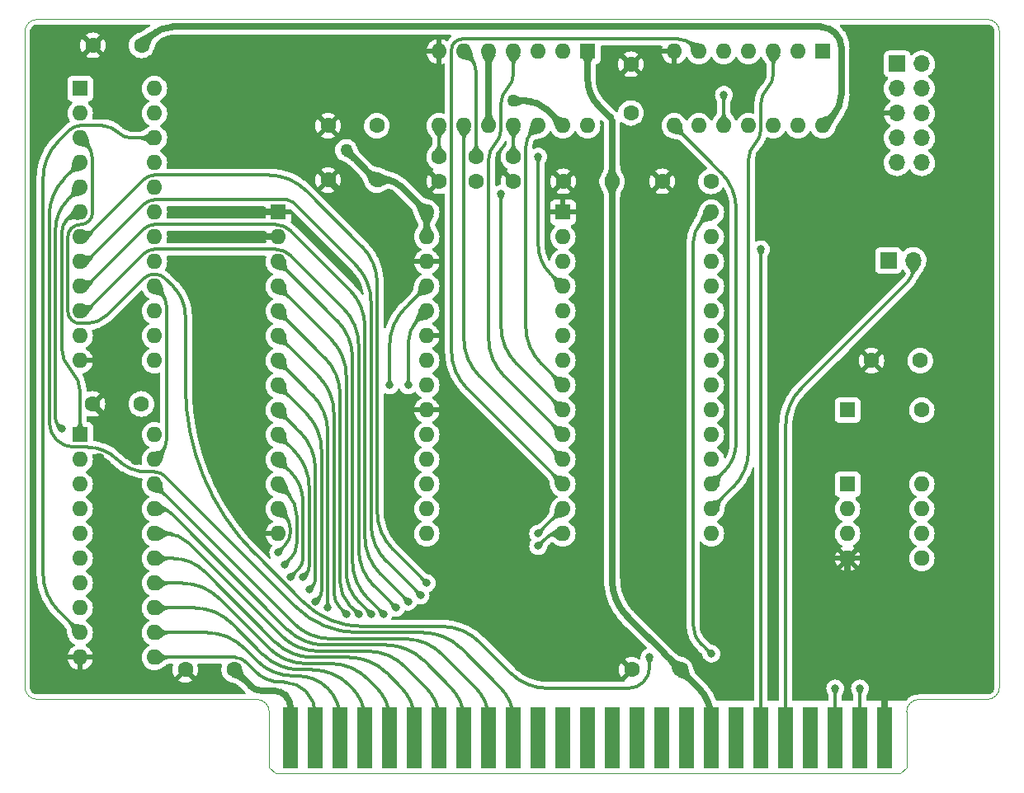
<source format=gbr>
%TF.GenerationSoftware,KiCad,Pcbnew,(6.0.8-1)-1*%
%TF.CreationDate,2022-10-18T00:20:39-07:00*%
%TF.ProjectId,SimpleSerialCard,53696d70-6c65-4536-9572-69616c436172,rev?*%
%TF.SameCoordinates,Original*%
%TF.FileFunction,Copper,L2,Bot*%
%TF.FilePolarity,Positive*%
%FSLAX46Y46*%
G04 Gerber Fmt 4.6, Leading zero omitted, Abs format (unit mm)*
G04 Created by KiCad (PCBNEW (6.0.8-1)-1) date 2022-10-18 00:20:39*
%MOMM*%
%LPD*%
G01*
G04 APERTURE LIST*
%TA.AperFunction,Profile*%
%ADD10C,0.100000*%
%TD*%
%TA.AperFunction,ComponentPad*%
%ADD11O,1.700000X1.700000*%
%TD*%
%TA.AperFunction,ComponentPad*%
%ADD12R,1.700000X1.700000*%
%TD*%
%TA.AperFunction,ComponentPad*%
%ADD13O,1.600000X1.600000*%
%TD*%
%TA.AperFunction,ComponentPad*%
%ADD14R,1.600000X1.600000*%
%TD*%
%TA.AperFunction,ComponentPad*%
%ADD15C,1.600000*%
%TD*%
%TA.AperFunction,SMDPad,CuDef*%
%ADD16R,1.524000X6.350000*%
%TD*%
%TA.AperFunction,ViaPad*%
%ADD17C,1.270000*%
%TD*%
%TA.AperFunction,ViaPad*%
%ADD18C,0.800000*%
%TD*%
%TA.AperFunction,Conductor*%
%ADD19C,0.304800*%
%TD*%
%TA.AperFunction,Conductor*%
%ADD20C,0.635000*%
%TD*%
G04 APERTURE END LIST*
D10*
X201002500Y-50038000D02*
X103542500Y-50038000D01*
X103542500Y-119888000D02*
X126072500Y-119888000D01*
X194017500Y-119888000D02*
G75*
G03*
X192747500Y-121158000I0J-1270000D01*
G01*
X194017500Y-119888000D02*
X201002500Y-119888000D01*
X103542500Y-50038000D02*
G75*
G03*
X102272500Y-51308000I0J-1270000D01*
G01*
X102272500Y-118618000D02*
X102272500Y-51308000D01*
X201002500Y-119888000D02*
G75*
G03*
X202272500Y-118618000I0J1270000D01*
G01*
X102272500Y-118618000D02*
G75*
G03*
X103542500Y-119888000I1270000J0D01*
G01*
X127342500Y-121158000D02*
G75*
G03*
X126072500Y-119888000I-1270000J0D01*
G01*
X192112500Y-127508000D02*
X127977500Y-127508000D01*
X192747500Y-126873000D02*
X192112500Y-127508000D01*
X127342500Y-126873000D02*
X127977500Y-127508000D01*
X192747500Y-121158000D02*
X192747500Y-126873000D01*
X202272500Y-51308000D02*
G75*
G03*
X201002500Y-50038000I-1270000J0D01*
G01*
X202272500Y-118618000D02*
X202272500Y-51308000D01*
X127342500Y-121158000D02*
X127342500Y-126873000D01*
D11*
%TO.P,J2,10*%
%TO.N,N/C*%
X194310000Y-64770000D03*
%TO.P,J2,9,RI*%
%TO.N,unconnected-(J2-Pad9)*%
X191770000Y-64770000D03*
%TO.P,J2,8,CTS*%
%TO.N,Net-(J2-Pad8)*%
X194310000Y-62230000D03*
%TO.P,J2,7,RTS*%
%TO.N,Net-(C14-Pad1)*%
X191770000Y-62230000D03*
%TO.P,J2,6,DSR*%
%TO.N,Net-(J2-Pad6)*%
X194310000Y-59690000D03*
%TO.P,J2,5,GND*%
%TO.N,GND*%
X191770000Y-59690000D03*
%TO.P,J2,4,DTR*%
%TO.N,Net-(C13-Pad1)*%
X194310000Y-57150000D03*
%TO.P,J2,3,TxD*%
%TO.N,Net-(C12-Pad1)*%
X191770000Y-57150000D03*
%TO.P,J2,2,RxD*%
%TO.N,Net-(J2-Pad2)*%
X194310000Y-54610000D03*
D12*
%TO.P,J2,1,DCD*%
%TO.N,Net-(J2-Pad1)*%
X191770000Y-54610000D03*
%TD*%
D13*
%TO.P,U1,20,VCC*%
%TO.N,+5V*%
X115570000Y-92710000D03*
%TO.P,U1,19,CE*%
%TO.N,~{LATCHCE}*%
X115570000Y-95250000D03*
%TO.P,U1,18,B0*%
%TO.N,MD7*%
X115570000Y-97790000D03*
%TO.P,U1,17,B1*%
%TO.N,MD6*%
X115570000Y-100330000D03*
%TO.P,U1,16,B2*%
%TO.N,MD5*%
X115570000Y-102870000D03*
%TO.P,U1,15,B3*%
%TO.N,MD4*%
X115570000Y-105410000D03*
%TO.P,U1,14,B4*%
%TO.N,MD3*%
X115570000Y-107950000D03*
%TO.P,U1,13,B5*%
%TO.N,MD2*%
X115570000Y-110490000D03*
%TO.P,U1,12,B6*%
%TO.N,MD1*%
X115570000Y-113030000D03*
%TO.P,U1,11,B7*%
%TO.N,MD0*%
X115570000Y-115570000D03*
%TO.P,U1,10,GND*%
%TO.N,GND*%
X107950000Y-115570000D03*
%TO.P,U1,9,A7*%
%TO.N,D0*%
X107950000Y-113030000D03*
%TO.P,U1,8,A6*%
%TO.N,D1*%
X107950000Y-110490000D03*
%TO.P,U1,7,A5*%
%TO.N,D2*%
X107950000Y-107950000D03*
%TO.P,U1,6,A4*%
%TO.N,D3*%
X107950000Y-105410000D03*
%TO.P,U1,5,A3*%
%TO.N,D4*%
X107950000Y-102870000D03*
%TO.P,U1,4,A2*%
%TO.N,D5*%
X107950000Y-100330000D03*
%TO.P,U1,3,A1*%
%TO.N,D6*%
X107950000Y-97790000D03*
%TO.P,U1,2,A0*%
%TO.N,D7*%
X107950000Y-95250000D03*
D14*
%TO.P,U1,1,A->B*%
%TO.N,R~{W}*%
X107950000Y-92710000D03*
%TD*%
D13*
%TO.P,U2,28,VCC*%
%TO.N,+5V*%
X143510000Y-69850000D03*
%TO.P,U2,27,~{WE}*%
X143510000Y-72390000D03*
%TO.P,U2,26,A13*%
%TO.N,GND*%
X143510000Y-74930000D03*
%TO.P,U2,25,A8*%
%TO.N,ROMA8*%
X143510000Y-77470000D03*
%TO.P,U2,24,A9*%
%TO.N,ROMA9*%
X143510000Y-80010000D03*
%TO.P,U2,23,A11*%
%TO.N,GND*%
X143510000Y-82550000D03*
%TO.P,U2,22,~{OE}*%
%TO.N,~{ROMOE}*%
X143510000Y-85090000D03*
%TO.P,U2,21,A10*%
%TO.N,ROMA10*%
X143510000Y-87630000D03*
%TO.P,U2,20,~{CS}*%
%TO.N,GND*%
X143510000Y-90170000D03*
%TO.P,U2,19,D7*%
%TO.N,D7*%
X143510000Y-92710000D03*
%TO.P,U2,18,D6*%
%TO.N,D6*%
X143510000Y-95250000D03*
%TO.P,U2,17,D5*%
%TO.N,D5*%
X143510000Y-97790000D03*
%TO.P,U2,16,D4*%
%TO.N,D4*%
X143510000Y-100330000D03*
%TO.P,U2,15,D3*%
%TO.N,D3*%
X143510000Y-102870000D03*
%TO.P,U2,14,GND*%
%TO.N,GND*%
X128270000Y-102870000D03*
%TO.P,U2,13,D2*%
%TO.N,D2*%
X128270000Y-100330000D03*
%TO.P,U2,12,D1*%
%TO.N,D1*%
X128270000Y-97790000D03*
%TO.P,U2,11,D0*%
%TO.N,D0*%
X128270000Y-95250000D03*
%TO.P,U2,10,A0*%
%TO.N,A0*%
X128270000Y-92710000D03*
%TO.P,U2,9,A1*%
%TO.N,A1*%
X128270000Y-90170000D03*
%TO.P,U2,8,A2*%
%TO.N,A2*%
X128270000Y-87630000D03*
%TO.P,U2,7,A3*%
%TO.N,A3*%
X128270000Y-85090000D03*
%TO.P,U2,6,A4*%
%TO.N,A4*%
X128270000Y-82550000D03*
%TO.P,U2,5,A5*%
%TO.N,A5*%
X128270000Y-80010000D03*
%TO.P,U2,4,A6*%
%TO.N,A6*%
X128270000Y-77470000D03*
%TO.P,U2,3,A7*%
%TO.N,A7*%
X128270000Y-74930000D03*
%TO.P,U2,2,A12*%
%TO.N,GND*%
X128270000Y-72390000D03*
D14*
%TO.P,U2,1,A14*%
X128270000Y-69850000D03*
%TD*%
D13*
%TO.P,U3,8,VCC*%
%TO.N,+5V*%
X194310000Y-97790000D03*
%TO.P,U3,7*%
%TO.N,N/C*%
X194310000Y-100330000D03*
%TO.P,U3,6*%
X194310000Y-102870000D03*
%TO.P,U3,5,CLK*%
%TO.N,SERCLK*%
X194310000Y-105410000D03*
%TO.P,U3,4,GND*%
%TO.N,GND*%
X186690000Y-105410000D03*
%TO.P,U3,3*%
%TO.N,N/C*%
X186690000Y-102870000D03*
%TO.P,U3,2*%
X186690000Y-100330000D03*
D14*
%TO.P,U3,1*%
X186690000Y-97790000D03*
%TD*%
D13*
%TO.P,U7,14,VCC*%
%TO.N,+5V*%
X184150000Y-60960000D03*
%TO.P,U7,13,ID*%
%TO.N,Net-(J2-Pad8)*%
X181610000Y-60960000D03*
%TO.P,U7,12,RDD*%
%TO.N,unconnected-(U7-Pad12)*%
X179070000Y-60960000D03*
%TO.P,U7,11,OD*%
%TO.N,Net-(U4-Pad2)*%
X176530000Y-60960000D03*
%TO.P,U7,10,IC*%
%TO.N,Net-(J2-Pad6)*%
X173990000Y-60960000D03*
%TO.P,U7,9,RCC*%
%TO.N,unconnected-(U7-Pad9)*%
X171450000Y-60960000D03*
%TO.P,U7,8,OC*%
%TO.N,Net-(U5-Pad17)*%
X168910000Y-60960000D03*
%TO.P,U7,7,GND*%
%TO.N,GND*%
X168910000Y-53340000D03*
%TO.P,U7,6,OB*%
%TO.N,Net-(U5-Pad12)*%
X171450000Y-53340000D03*
%TO.P,U7,5,RCB*%
%TO.N,unconnected-(U7-Pad5)*%
X173990000Y-53340000D03*
%TO.P,U7,4,IB*%
%TO.N,Net-(J2-Pad2)*%
X176530000Y-53340000D03*
%TO.P,U7,3,OA*%
%TO.N,Net-(U5-Pad16)*%
X179070000Y-53340000D03*
%TO.P,U7,2,RCA*%
%TO.N,unconnected-(U7-Pad2)*%
X181610000Y-53340000D03*
D14*
%TO.P,U7,1,IA*%
%TO.N,Net-(J2-Pad1)*%
X184150000Y-53340000D03*
%TD*%
D15*
%TO.P,C2,2*%
%TO.N,GND*%
X133390000Y-66548000D03*
%TO.P,C2,1*%
%TO.N,+5V*%
X138390000Y-66548000D03*
%TD*%
%TO.P,C3,2*%
%TO.N,GND*%
X189143000Y-85090000D03*
%TO.P,C3,1*%
%TO.N,+5V*%
X194143000Y-85090000D03*
%TD*%
%TO.P,C4,2*%
%TO.N,GND*%
X109260000Y-52705000D03*
%TO.P,C4,1*%
%TO.N,+5V*%
X114260000Y-52705000D03*
%TD*%
%TO.P,C5,2*%
%TO.N,GND*%
X167680000Y-66675000D03*
%TO.P,C5,1*%
%TO.N,+5V*%
X172680000Y-66675000D03*
%TD*%
%TO.P,C7,2*%
%TO.N,-12V*%
X162520000Y-66675000D03*
%TO.P,C7,1*%
%TO.N,GND*%
X157520000Y-66675000D03*
%TD*%
D13*
%TO.P,U5,28,R/~{W}*%
%TO.N,R~{W}*%
X172720000Y-69850000D03*
%TO.P,U5,27,\u03D52*%
%TO.N,PHI2*%
X172720000Y-72390000D03*
%TO.P,U5,26,~{IRQ}*%
%TO.N,Net-(J1-Pad1)*%
X172720000Y-74930000D03*
%TO.P,U5,25,D7*%
%TO.N,D7*%
X172720000Y-77470000D03*
%TO.P,U5,24,D6*%
%TO.N,D6*%
X172720000Y-80010000D03*
%TO.P,U5,23,D5*%
%TO.N,D5*%
X172720000Y-82550000D03*
%TO.P,U5,22,D4*%
%TO.N,D4*%
X172720000Y-85090000D03*
%TO.P,U5,21,D3*%
%TO.N,D3*%
X172720000Y-87630000D03*
%TO.P,U5,20,D2*%
%TO.N,D2*%
X172720000Y-90170000D03*
%TO.P,U5,19,D1*%
%TO.N,D1*%
X172720000Y-92710000D03*
%TO.P,U5,18,D0*%
%TO.N,D0*%
X172720000Y-95250000D03*
%TO.P,U5,17,~{DSR}*%
%TO.N,Net-(U5-Pad17)*%
X172720000Y-97790000D03*
%TO.P,U5,16,~{DCD}*%
%TO.N,Net-(U5-Pad16)*%
X172720000Y-100330000D03*
%TO.P,U5,15,VCC*%
%TO.N,+5V*%
X172720000Y-102870000D03*
%TO.P,U5,14,RS1*%
%TO.N,A1*%
X157480000Y-102870000D03*
%TO.P,U5,13,RS0*%
%TO.N,A0*%
X157480000Y-100330000D03*
%TO.P,U5,12,RxD*%
%TO.N,Net-(U5-Pad12)*%
X157480000Y-97790000D03*
%TO.P,U5,11,~{DTR}*%
%TO.N,Net-(U5-Pad11)*%
X157480000Y-95250000D03*
%TO.P,U5,10,TxD*%
%TO.N,Net-(U5-Pad10)*%
X157480000Y-92710000D03*
%TO.P,U5,9,~{CTS}*%
%TO.N,Net-(U4-Pad2)*%
X157480000Y-90170000D03*
%TO.P,U5,8,~{RTS}*%
%TO.N,Net-(U5-Pad8)*%
X157480000Y-87630000D03*
%TO.P,U5,7,XTAL2*%
%TO.N,unconnected-(U5-Pad7)*%
X157480000Y-85090000D03*
%TO.P,U5,6,XTAL1*%
%TO.N,SERCLK*%
X157480000Y-82550000D03*
%TO.P,U5,5,RxC*%
%TO.N,unconnected-(U5-Pad5)*%
X157480000Y-80010000D03*
%TO.P,U5,4,~{RES}*%
%TO.N,~{RES}*%
X157480000Y-77470000D03*
%TO.P,U5,3,~{CS2}*%
%TO.N,A2*%
X157480000Y-74930000D03*
%TO.P,U5,2,CS1*%
%TO.N,A3*%
X157480000Y-72390000D03*
D14*
%TO.P,U5,1,VSS*%
%TO.N,GND*%
X157480000Y-69850000D03*
%TD*%
D15*
%TO.P,C1,2*%
%TO.N,GND*%
X109220000Y-89535000D03*
%TO.P,C1,1*%
%TO.N,+5V*%
X114220000Y-89535000D03*
%TD*%
D13*
%TO.P,U6,14,VCC*%
%TO.N,+12V*%
X160020000Y-60960000D03*
%TO.P,U6,13,ID1*%
%TO.N,+5V*%
X157480000Y-60960000D03*
%TO.P,U6,12,ID2*%
%TO.N,Net-(U5-Pad8)*%
X154940000Y-60960000D03*
%TO.P,U6,11,OD*%
%TO.N,Net-(C14-Pad1)*%
X152400000Y-60960000D03*
%TO.P,U6,10,IC1*%
%TO.N,+5V*%
X149860000Y-60960000D03*
%TO.P,U6,9,IC2*%
%TO.N,Net-(U5-Pad11)*%
X147320000Y-60960000D03*
%TO.P,U6,8,OC*%
%TO.N,Net-(C13-Pad1)*%
X144780000Y-60960000D03*
%TO.P,U6,7,GND*%
%TO.N,GND*%
X144780000Y-53340000D03*
%TO.P,U6,6,OB*%
%TO.N,Net-(C12-Pad1)*%
X147320000Y-53340000D03*
%TO.P,U6,5,IB2*%
%TO.N,+5V*%
X149860000Y-53340000D03*
%TO.P,U6,4,IB1*%
%TO.N,Net-(U5-Pad10)*%
X152400000Y-53340000D03*
%TO.P,U6,3,OA*%
%TO.N,unconnected-(U6-Pad3)*%
X154940000Y-53340000D03*
%TO.P,U6,2,IA*%
%TO.N,unconnected-(U6-Pad2)*%
X157480000Y-53340000D03*
D14*
%TO.P,U6,1,VEE*%
%TO.N,-12V*%
X160020000Y-53340000D03*
%TD*%
D15*
%TO.P,C6,2*%
%TO.N,GND*%
X164465000Y-54650000D03*
%TO.P,C6,1*%
%TO.N,+5V*%
X164465000Y-59650000D03*
%TD*%
D13*
%TO.P,U4,24,VCC*%
%TO.N,+5V*%
X115570000Y-57150000D03*
%TO.P,U4,23*%
%TO.N,N/C*%
X115570000Y-59690000D03*
%TO.P,U4,22,D0*%
%TO.N,D0*%
X115570000Y-62230000D03*
%TO.P,U4,21,PHI2*%
%TO.N,PHI2*%
X115570000Y-64770000D03*
%TO.P,U4,20,~{ROMOE}*%
%TO.N,~{ROMOE}*%
X115570000Y-67310000D03*
%TO.P,U4,19,ROMA10*%
%TO.N,ROMA10*%
X115570000Y-69850000D03*
%TO.P,U4,18,ROMA9*%
%TO.N,ROMA9*%
X115570000Y-72390000D03*
%TO.P,U4,17,ROMA8*%
%TO.N,ROMA8*%
X115570000Y-74930000D03*
%TO.P,U4,16,~{LATCHCE}*%
%TO.N,~{LATCHCE}*%
X115570000Y-77470000D03*
%TO.P,U4,15*%
%TO.N,N/C*%
X115570000Y-80010000D03*
%TO.P,U4,14*%
X115570000Y-82550000D03*
%TO.P,U4,13*%
X115570000Y-85090000D03*
%TO.P,U4,12,GND*%
%TO.N,GND*%
X107950000Y-85090000D03*
%TO.P,U4,11,A3*%
%TO.N,A3*%
X107950000Y-82550000D03*
%TO.P,U4,10,A8*%
%TO.N,A8*%
X107950000Y-80010000D03*
%TO.P,U4,9,A9*%
%TO.N,A9*%
X107950000Y-77470000D03*
%TO.P,U4,8,A10*%
%TO.N,A10*%
X107950000Y-74930000D03*
%TO.P,U4,7,A11*%
%TO.N,A11*%
X107950000Y-72390000D03*
%TO.P,U4,6,R~{W}*%
%TO.N,R~{W}*%
X107950000Y-69850000D03*
%TO.P,U4,5,~{IOSEL}*%
%TO.N,~{IOSEL}*%
X107950000Y-67310000D03*
%TO.P,U4,4,~{DEVSEL}*%
%TO.N,~{DEVSEL}*%
X107950000Y-64770000D03*
%TO.P,U4,3,~{IOSTRB}*%
%TO.N,~{IOSTRB}*%
X107950000Y-62230000D03*
%TO.P,U4,2,CTS*%
%TO.N,Net-(U4-Pad2)*%
X107950000Y-59690000D03*
D14*
%TO.P,U4,1,~{RES}*%
%TO.N,~{RES}*%
X107950000Y-57150000D03*
%TD*%
D11*
%TO.P,J1,2,Pin_2*%
%TO.N,~{IRQ}*%
X193421000Y-74803000D03*
D12*
%TO.P,J1,1,Pin_1*%
%TO.N,Net-(J1-Pad1)*%
X190881000Y-74803000D03*
%TD*%
D15*
%TO.P,C8,2*%
%TO.N,GND*%
X133390000Y-60960000D03*
%TO.P,C8,1*%
%TO.N,+12V*%
X138390000Y-60960000D03*
%TD*%
%TO.P,C14,2*%
%TO.N,GND*%
X152400000Y-66675000D03*
%TO.P,C14,1*%
%TO.N,Net-(C14-Pad1)*%
X152400000Y-64175000D03*
%TD*%
%TO.P,C9,2*%
%TO.N,-12V*%
X169545000Y-116840000D03*
%TO.P,C9,1*%
%TO.N,GND*%
X164545000Y-116840000D03*
%TD*%
%TO.P,C13,2*%
%TO.N,GND*%
X144780000Y-66675000D03*
%TO.P,C13,1*%
%TO.N,Net-(C13-Pad1)*%
X144780000Y-64175000D03*
%TD*%
%TO.P,C10,2*%
%TO.N,GND*%
X118745000Y-116840000D03*
%TO.P,C10,1*%
%TO.N,+12V*%
X123745000Y-116840000D03*
%TD*%
%TO.P,C12,2*%
%TO.N,GND*%
X148590000Y-66675000D03*
%TO.P,C12,1*%
%TO.N,Net-(C12-Pad1)*%
X148590000Y-64175000D03*
%TD*%
D16*
%TO.P,P1,50,+12V*%
%TO.N,+12V*%
X129540000Y-123825000D03*
%TO.P,P1,49,D0*%
%TO.N,MD0*%
X132080000Y-123825000D03*
%TO.P,P1,48,D1*%
%TO.N,MD1*%
X134620000Y-123825000D03*
%TO.P,P1,47,D2*%
%TO.N,MD2*%
X137160000Y-123825000D03*
%TO.P,P1,46,D3*%
%TO.N,MD3*%
X139700000Y-123825000D03*
%TO.P,P1,45,D4*%
%TO.N,MD4*%
X142240000Y-123825000D03*
%TO.P,P1,44,D5*%
%TO.N,MD5*%
X144780000Y-123825000D03*
%TO.P,P1,43,D6*%
%TO.N,MD6*%
X147320000Y-123825000D03*
%TO.P,P1,42,D7*%
%TO.N,MD7*%
X149860000Y-123825000D03*
%TO.P,P1,41,~{DEVSEL}*%
%TO.N,~{DEVSEL}*%
X152400000Y-123825000D03*
%TO.P,P1,40,PHI0*%
%TO.N,unconnected-(P1-Pad40)*%
X154940000Y-123825000D03*
%TO.P,P1,39,USER1/SYNC/M2SEL*%
%TO.N,unconnected-(P1-Pad39)*%
X157480000Y-123825000D03*
%TO.P,P1,38,PHI1*%
%TO.N,unconnected-(P1-Pad38)*%
X160020000Y-123825000D03*
%TO.P,P1,37,Q3*%
%TO.N,unconnected-(P1-Pad37)*%
X162560000Y-123825000D03*
%TO.P,P1,36,7M*%
%TO.N,unconnected-(P1-Pad36)*%
X165100000Y-123825000D03*
%TO.P,P1,35,COLORREF/M2B0*%
%TO.N,unconnected-(P1-Pad35)*%
X167640000Y-123825000D03*
%TO.P,P1,34,-5V*%
%TO.N,unconnected-(P1-Pad34)*%
X170180000Y-123825000D03*
%TO.P,P1,33,-12V*%
%TO.N,-12V*%
X172720000Y-123825000D03*
%TO.P,P1,32,~{INH}*%
%TO.N,unconnected-(P1-Pad32)*%
X175260000Y-123825000D03*
%TO.P,P1,31,~{RES}*%
%TO.N,~{RES}*%
X177800000Y-123825000D03*
%TO.P,P1,30,~{IRQ}*%
%TO.N,~{IRQ}*%
X180340000Y-123825000D03*
%TO.P,P1,29,~{NMI}*%
%TO.N,unconnected-(P1-Pad29)*%
X182880000Y-123825000D03*
%TO.P,P1,28,~{INTIN}*%
%TO.N,Net-(P1-Pad23)*%
X185420000Y-123825000D03*
%TO.P,P1,27,~{DMAIN}*%
%TO.N,Net-(P1-Pad24)*%
X187960000Y-123825000D03*
%TO.P,P1,26,GND*%
%TO.N,GND*%
X190500000Y-123825000D03*
%TD*%
D15*
%TO.P,ALT_U3,14,Vcc*%
%TO.N,+5V*%
X194310000Y-90170000D03*
%TO.P,ALT_U3,8,OUT*%
%TO.N,SERCLK*%
X194310000Y-105410000D03*
%TO.P,ALT_U3,7,GND*%
%TO.N,GND*%
X186690000Y-105410000D03*
D14*
%TO.P,ALT_U3,1,NC*%
%TO.N,unconnected-(ALT_U3-Pad1)*%
X186690000Y-90170000D03*
%TD*%
D17*
%TO.N,+5V*%
X135255000Y-63500000D03*
X152400000Y-58420000D03*
%TO.N,GND*%
X126365000Y-74930000D03*
X109855000Y-95250000D03*
X123825000Y-72390000D03*
X120015000Y-87630000D03*
X135255000Y-69850000D03*
X121285000Y-69850000D03*
X113665000Y-95250000D03*
D18*
%TO.N,~{IOSTRB}*%
X166370000Y-115570000D03*
%TO.N,R~{W}*%
X172720000Y-115189000D03*
%TO.N,A11*%
X143510000Y-107950000D03*
%TO.N,A10*%
X142875000Y-109220000D03*
%TO.N,A9*%
X141605000Y-109855000D03*
%TO.N,A8*%
X140335000Y-110490000D03*
%TO.N,A7*%
X139065000Y-111125000D03*
%TO.N,A6*%
X137795000Y-111125000D03*
%TO.N,A5*%
X136525000Y-111125000D03*
%TO.N,A4*%
X135255000Y-111125000D03*
%TO.N,A3*%
X133350000Y-110490000D03*
%TO.N,A2*%
X132080000Y-109855000D03*
%TO.N,A1*%
X131445000Y-108585000D03*
X154940000Y-104140000D03*
%TO.N,A0*%
X154940000Y-102870000D03*
X130810000Y-107315000D03*
%TO.N,~{IOSEL}*%
X106045000Y-92075000D03*
%TO.N,~{RES}*%
X154940000Y-64135000D03*
X177800000Y-73660000D03*
%TO.N,D0*%
X129540000Y-107315000D03*
%TO.N,D1*%
X128905000Y-106045000D03*
%TO.N,D2*%
X128270000Y-104775000D03*
%TO.N,ROMA9*%
X141605000Y-87630000D03*
%TO.N,ROMA8*%
X139700000Y-87630000D03*
%TO.N,Net-(U4-Pad2)*%
X151130000Y-67945000D03*
%TO.N,Net-(P1-Pad23)*%
X185420000Y-118745000D03*
%TO.N,Net-(P1-Pad24)*%
X187960000Y-118745000D03*
%TO.N,Net-(J2-Pad6)*%
X173990000Y-57785000D03*
%TD*%
D19*
%TO.N,~{DEVSEL}*%
X107315000Y-93980000D02*
G75*
G02*
X104775000Y-91440000I0J2540000D01*
G01*
X147008792Y-114623792D02*
X151052961Y-118667961D01*
X111759986Y-95250014D02*
G75*
G03*
X108693948Y-93980000I-3066086J-3066086D01*
G01*
X116654008Y-96969018D02*
G75*
G03*
X115570000Y-96520000I-1084008J-1083982D01*
G01*
X136525000Y-113029986D02*
G75*
G02*
X130020923Y-110335923I0J9198186D01*
G01*
X147008784Y-114623800D02*
G75*
G03*
X143161036Y-113030000I-3847784J-3847800D01*
G01*
X104774986Y-70190064D02*
G75*
G02*
X106362501Y-66357501I5420114J-36D01*
G01*
X152399993Y-121920000D02*
G75*
G03*
X151052961Y-118667961I-4599093J0D01*
G01*
X136525000Y-113030000D02*
X143161036Y-113030000D01*
X107950000Y-64770000D02*
X106362500Y-66357500D01*
X107315000Y-93980000D02*
X108693948Y-93980000D01*
X114826051Y-96520020D02*
G75*
G02*
X111760000Y-95250000I49J4336120D01*
G01*
X104775000Y-70190064D02*
X104775000Y-91440000D01*
X114826051Y-96520000D02*
X115570000Y-96520000D01*
X116654013Y-96969013D02*
X130020923Y-110335923D01*
X152400000Y-121920000D02*
X152400000Y-123825000D01*
%TO.N,~{IOSTRB}*%
X108585000Y-81280000D02*
X107950000Y-81280000D01*
X152076215Y-117151199D02*
G75*
G03*
X155923963Y-118745000I3847785J3847799D01*
G01*
X114485993Y-76649018D02*
G75*
G02*
X115570000Y-76200000I1084007J-1083982D01*
G01*
X145066036Y-112394990D02*
G75*
G02*
X148913791Y-113988793I-36J-5441610D01*
G01*
X106680000Y-80010000D02*
X106680000Y-72390000D01*
X108585008Y-62864992D02*
G75*
G02*
X109220000Y-64398025I-1533008J-1533008D01*
G01*
X130809999Y-109855001D02*
G75*
G03*
X136942102Y-112395000I6132101J6132101D01*
G01*
X108585000Y-81279985D02*
G75*
G03*
X110753025Y-80381974I0J3066085D01*
G01*
X117475000Y-77470000D02*
X116654012Y-76649012D01*
X106680000Y-80010000D02*
G75*
G03*
X107950000Y-81280000I1270000J0D01*
G01*
X117474986Y-77470014D02*
G75*
G02*
X118745000Y-80536051I-3066086J-3066086D01*
G01*
X109220000Y-69850000D02*
G75*
G02*
X107950000Y-71120000I-1270000J0D01*
G01*
X166370000Y-115570000D02*
X166370000Y-116576974D01*
X115570000Y-76199993D02*
G75*
G02*
X116654012Y-76649012I0J-1533007D01*
G01*
X165735008Y-118110008D02*
G75*
G03*
X166370000Y-116576974I-1533008J1533008D01*
G01*
X164201974Y-118744989D02*
G75*
G03*
X165735000Y-118110000I26J2167989D01*
G01*
X118744998Y-87630000D02*
G75*
G03*
X125929206Y-104974204I24528402J0D01*
G01*
X107950000Y-71120000D02*
G75*
G03*
X106680000Y-72390000I0J-1270000D01*
G01*
X164201974Y-118745000D02*
X155923963Y-118745000D01*
X152076207Y-117151207D02*
X148913792Y-113988792D01*
X114485987Y-76649012D02*
X110753025Y-80381974D01*
X145066036Y-112395000D02*
X136942102Y-112395000D01*
X118745000Y-87630000D02*
X118745000Y-80536051D01*
X130810000Y-109855000D02*
X125929205Y-104974205D01*
X109220000Y-69850000D02*
X109220000Y-64398025D01*
X108585000Y-62865000D02*
X107950000Y-62230000D01*
%TO.N,D0*%
X110226974Y-60960000D02*
X107950000Y-60960000D01*
X106865992Y-61409018D02*
G75*
G02*
X107950000Y-60960000I1084008J-1083982D01*
G01*
X106865987Y-61409013D02*
X105727500Y-62547500D01*
%TO.N,MD0*%
X124909008Y-116019018D02*
G75*
G03*
X123825000Y-115570000I-1084008J-1083982D01*
G01*
X128587500Y-118109989D02*
G75*
G02*
X125877467Y-116987467I0J3832589D01*
G01*
X124909013Y-116019013D02*
X125877467Y-116987467D01*
X131127511Y-119062489D02*
G75*
G03*
X128827961Y-118110000I-2299511J-2299511D01*
G01*
X132079984Y-121362038D02*
G75*
G03*
X131127500Y-119062500I-3251984J38D01*
G01*
X128587500Y-118110000D02*
X128827961Y-118110000D01*
X115570000Y-115570000D02*
X123825000Y-115570000D01*
X132080000Y-121362038D02*
X132080000Y-123825000D01*
%TO.N,A8*%
X108267500Y-80010003D02*
G75*
G03*
X108809506Y-79785493I0J766503D01*
G01*
X128006975Y-73660011D02*
G75*
G02*
X129540000Y-74295000I25J-2167989D01*
G01*
X108267500Y-80010000D02*
X107950000Y-80010000D01*
X128006975Y-73660000D02*
X115570000Y-73660000D01*
X136524990Y-104426036D02*
G75*
G03*
X138118793Y-108273791I5441610J36D01*
G01*
X114485992Y-74109018D02*
G75*
G02*
X115570000Y-73660000I1084008J-1083982D01*
G01*
X140335000Y-110490000D02*
X138118792Y-108273792D01*
X134931207Y-79686207D02*
X129540000Y-74295000D01*
X114485987Y-74109013D02*
X113030000Y-75565000D01*
X113030000Y-75565000D02*
X108809506Y-79785493D01*
X136525000Y-104426036D02*
X136525000Y-83533963D01*
X134931199Y-79686215D02*
G75*
G02*
X136525000Y-83533963I-3847799J-3847785D01*
G01*
%TO.N,A9*%
X135566199Y-77781215D02*
G75*
G02*
X137160000Y-81628963I-3847799J-3847785D01*
G01*
X141605000Y-109855000D02*
X138753792Y-107003792D01*
X128006975Y-71120011D02*
G75*
G02*
X129540000Y-71755000I25J-2167989D01*
G01*
X108267500Y-77470003D02*
G75*
G03*
X108809506Y-77245493I0J766503D01*
G01*
X137160000Y-103156036D02*
X137160000Y-81628963D01*
X137159990Y-103156036D02*
G75*
G03*
X138753793Y-107003791I5441610J36D01*
G01*
X135566207Y-77781207D02*
X129540000Y-71755000D01*
X114485992Y-71569018D02*
G75*
G02*
X115570000Y-71120000I1084008J-1083982D01*
G01*
X108267500Y-77470000D02*
X107950000Y-77470000D01*
X128006975Y-71120000D02*
X115833025Y-71120000D01*
X115833025Y-71120000D02*
X115570000Y-71120000D01*
X114485987Y-71569013D02*
X112395000Y-73660000D01*
X112395000Y-73660000D02*
X108809506Y-77245493D01*
%TO.N,A11*%
X113030000Y-67945000D02*
X108809506Y-72165493D01*
X114485992Y-66489018D02*
G75*
G02*
X115570000Y-66040000I1084008J-1083982D01*
G01*
X114485987Y-66489013D02*
X113030000Y-67945000D01*
X138429990Y-100616036D02*
G75*
G03*
X140023793Y-104463791I5441610J36D01*
G01*
X136836207Y-73336207D02*
X131133792Y-67633792D01*
X127286036Y-66040000D02*
X115570000Y-66040000D01*
X127286036Y-66039990D02*
G75*
G02*
X131133791Y-67633793I-36J-5441610D01*
G01*
X138430000Y-100616036D02*
X138430000Y-77183963D01*
X136836199Y-73336215D02*
G75*
G02*
X138430000Y-77183963I-3847799J-3847785D01*
G01*
X143510000Y-107950000D02*
X140023792Y-104463792D01*
X108267500Y-72390003D02*
G75*
G03*
X108809506Y-72165493I0J766503D01*
G01*
X108267500Y-72390000D02*
X107950000Y-72390000D01*
%TO.N,A10*%
X115570000Y-68579993D02*
G75*
G03*
X114485987Y-69029013I0J-1533007D01*
G01*
X129764503Y-68804509D02*
G75*
G03*
X129222500Y-68580000I-542003J-541991D01*
G01*
X137795010Y-79088963D02*
G75*
G03*
X136201206Y-75241208I-5441610J-37D01*
G01*
X108809506Y-74705493D02*
X112395000Y-71120000D01*
X112395000Y-71120000D02*
X114485987Y-69029013D01*
X127952500Y-68580000D02*
X129222500Y-68580000D01*
X137795000Y-79088963D02*
X137795000Y-101886036D01*
X129764506Y-68804506D02*
X129903997Y-68943997D01*
X107950000Y-74930000D02*
X108267500Y-74930000D01*
X108809504Y-74705491D02*
G75*
G02*
X108267500Y-74930000I-542004J541991D01*
G01*
X129903997Y-68943997D02*
X136201207Y-75241207D01*
X115570000Y-68580000D02*
X127952500Y-68580000D01*
X139388800Y-105733784D02*
G75*
G02*
X137795000Y-101886036I3847800J3847784D01*
G01*
X139388792Y-105733792D02*
X142875000Y-109220000D01*
D20*
%TO.N,+12V*%
X126624000Y-118999000D02*
X126614000Y-118999000D01*
X126594000Y-118999000D02*
X126584000Y-118999000D01*
X126614000Y-118999000D02*
X126604000Y-118999000D01*
X126679000Y-118999000D02*
X126639000Y-118999000D01*
%TO.N,-12V*%
X162277187Y-60042187D02*
X162346562Y-60111562D01*
X162069062Y-59834062D02*
X162138437Y-59903437D01*
X164115505Y-111410505D02*
X164118932Y-111413932D01*
X164125786Y-111420786D02*
X164129213Y-111424213D01*
X167593911Y-114888911D02*
X168192338Y-115487338D01*
X169545000Y-116840000D02*
X170646250Y-117941250D01*
X168443750Y-115738750D02*
X169545000Y-116840000D01*
X162138437Y-59903437D02*
X162207812Y-59972812D01*
X164664505Y-111959505D02*
X165711099Y-113006099D01*
X161687500Y-59452500D02*
X161965000Y-59730000D01*
X164134354Y-111429354D02*
X164148062Y-111443062D01*
X166995484Y-114290484D02*
X167593911Y-114888911D01*
X164122359Y-111417359D02*
X164125786Y-111420786D01*
%TO.N,GND*%
X190500000Y-118110000D02*
X190500000Y-120650000D01*
X190500000Y-115887500D02*
X190500000Y-116522500D01*
X190500000Y-116522500D02*
X190500000Y-117157500D01*
X190500000Y-114617500D02*
X190500000Y-115252500D01*
%TO.N,+5V*%
X138379125Y-66548000D02*
X138357375Y-66548000D01*
X138422625Y-66548000D02*
X138400875Y-66548000D01*
X138564000Y-66548000D02*
X138477000Y-66548000D01*
X138444375Y-66548000D02*
X138422625Y-66548000D01*
D19*
%TO.N,D0*%
X130810000Y-103981250D02*
X130810000Y-104298750D01*
X130810000Y-102235000D02*
X130810000Y-103505000D01*
X130810000Y-104933750D02*
X130810000Y-105251250D01*
X130810000Y-104298750D02*
X130810000Y-104616250D01*
%TO.N,~{RES}*%
X177800000Y-98425000D02*
X177800000Y-103111288D01*
X177800000Y-103111288D02*
X177800000Y-107797576D01*
X177800000Y-89052424D02*
X177800000Y-93738712D01*
X177800000Y-93738712D02*
X177800000Y-98425000D01*
D20*
%TO.N,+12V*%
X126624000Y-118999000D02*
X126639000Y-118999000D01*
X126594000Y-118999000D02*
X126604000Y-118999000D01*
%TO.N,-12V*%
X165711099Y-113006099D02*
X166995484Y-114290484D01*
X162277187Y-60042187D02*
X162207812Y-59972812D01*
X164129213Y-111424213D02*
X164134354Y-111429354D01*
X162069062Y-59834062D02*
X161965000Y-59730000D01*
X164118932Y-111413932D02*
X164122359Y-111417359D01*
X168192338Y-115487338D02*
X168443750Y-115738750D01*
%TO.N,GND*%
X190500000Y-118110000D02*
X190500000Y-117157500D01*
X190500000Y-115887500D02*
X190500000Y-115252500D01*
%TO.N,+5V*%
X138477000Y-66548000D02*
X138444375Y-66548000D01*
X138379125Y-66548000D02*
X138400875Y-66548000D01*
D19*
%TO.N,D0*%
X130810000Y-103981250D02*
X130810000Y-103505000D01*
X130810000Y-104933750D02*
X130810000Y-104616250D01*
D20*
%TO.N,+12V*%
X128973007Y-119448017D02*
G75*
G03*
X127889000Y-118999000I-1084007J-1083983D01*
G01*
X129032006Y-119506994D02*
G75*
G02*
X129540000Y-120733420I-1226406J-1226406D01*
G01*
X125426701Y-118521703D02*
G75*
G03*
X126579000Y-118999000I1152299J1152303D01*
G01*
X127889000Y-118999000D02*
X126679000Y-118999000D01*
%TO.N,-12V*%
X162381256Y-60146244D02*
G75*
G02*
X162520000Y-60481222I-334956J-334956D01*
G01*
X171372966Y-118667956D02*
G75*
G02*
X172720000Y-121920000I-3252066J-3252044D01*
G01*
X164113800Y-111408784D02*
G75*
G02*
X162520000Y-107561036I3847800J3847784D01*
G01*
X161131237Y-58896263D02*
G75*
G02*
X160020000Y-56213455I2682763J2682763D01*
G01*
X164664505Y-111959505D02*
X164148062Y-111443062D01*
X162346562Y-60111562D02*
X162381250Y-60146250D01*
%TO.N,GND*%
X135255003Y-69131500D02*
G75*
G03*
X134746943Y-67904943I-1734603J0D01*
G01*
X113215982Y-93530992D02*
G75*
G02*
X113665000Y-94615000I-1083982J-1084008D01*
G01*
X190499985Y-114300000D02*
G75*
G03*
X189601973Y-112131975I-3066085J0D01*
G01*
X188037033Y-110567043D02*
G75*
G02*
X186690000Y-107315000I3252067J3252043D01*
G01*
X190500000Y-114300000D02*
X190500000Y-114617500D01*
%TO.N,+5V*%
X138346500Y-66548005D02*
G75*
G02*
X138272240Y-66517240I0J105005D01*
G01*
X139299000Y-66547995D02*
G75*
G02*
X140850759Y-67190761I0J-2194505D01*
G01*
X155838035Y-59318015D02*
G75*
G03*
X153670000Y-58420000I-2168035J-2168085D01*
G01*
X186054984Y-57707961D02*
G75*
G02*
X185102500Y-60007500I-3251984J-39D01*
G01*
X115212489Y-51752489D02*
G75*
G02*
X117512038Y-50800000I2299511J-2299511D01*
G01*
X185420008Y-51434992D02*
G75*
G02*
X186055000Y-52968025I-1533008J-1533008D01*
G01*
X185420008Y-51434992D02*
G75*
G03*
X183886974Y-50800000I-1533008J-1533008D01*
G01*
X138346500Y-66548000D02*
X138357375Y-66548000D01*
D19*
%TO.N,Net-(C12-Pad1)*%
X147955008Y-53974992D02*
G75*
G02*
X148590000Y-55508025I-1533008J-1533008D01*
G01*
%TO.N,MD1*%
X124783784Y-114623800D02*
G75*
G03*
X120936036Y-113030000I-3847784J-3847800D01*
G01*
X133349986Y-118745014D02*
G75*
G03*
X130283948Y-117475000I-3066086J-3066086D01*
G01*
X129857500Y-117474996D02*
G75*
G02*
X126063456Y-115903454I0J5365596D01*
G01*
X133349986Y-118745014D02*
G75*
G02*
X134620000Y-121811051I-3066086J-3066086D01*
G01*
%TO.N,MD2*%
X123513784Y-112083800D02*
G75*
G03*
X119666036Y-110490000I-3847784J-3847800D01*
G01*
X130523963Y-116840010D02*
G75*
G02*
X126676208Y-115246206I37J5441610D01*
G01*
X135812966Y-118667956D02*
G75*
G02*
X137160000Y-121920000I-3252066J-3252044D01*
G01*
X135572489Y-118427511D02*
G75*
G03*
X131739935Y-116840000I-3832589J-3832589D01*
G01*
%TO.N,MD3*%
X127311215Y-114611199D02*
G75*
G03*
X131158963Y-116205000I3847785J3847799D01*
G01*
X122243784Y-109543800D02*
G75*
G03*
X118396036Y-107950000I-3847784J-3847800D01*
G01*
X133636036Y-116204990D02*
G75*
G02*
X137483791Y-117798793I-36J-5441610D01*
G01*
X138352966Y-118667956D02*
G75*
G02*
X139700000Y-121920000I-3252066J-3252044D01*
G01*
%TO.N,MD4*%
X142239993Y-121920000D02*
G75*
G03*
X140892961Y-118667961I-4599093J0D01*
G01*
X131793963Y-115570010D02*
G75*
G02*
X127946208Y-113976206I37J5441610D01*
G01*
X135541036Y-115569990D02*
G75*
G02*
X139388791Y-117163793I-36J-5441610D01*
G01*
X120727043Y-106757033D02*
G75*
G03*
X117475000Y-105410000I-3252043J-3252067D01*
G01*
%TO.N,MD5*%
X143432966Y-118667956D02*
G75*
G02*
X144780000Y-121920000I-3252066J-3252044D01*
G01*
X137446036Y-114934990D02*
G75*
G02*
X141293791Y-116528793I-36J-5441610D01*
G01*
X116840000Y-102870015D02*
G75*
G02*
X119008024Y-103768026I0J-3066085D01*
G01*
X128581215Y-113341199D02*
G75*
G03*
X132428963Y-114935000I3847785J3847799D01*
G01*
%TO.N,MD6*%
X147319993Y-121920000D02*
G75*
G03*
X145972961Y-118667961I-4599093J0D01*
G01*
X117289007Y-100779017D02*
G75*
G03*
X116205000Y-100330000I-1084007J-1083983D01*
G01*
X129216215Y-112706199D02*
G75*
G03*
X133063963Y-114300000I3847785J3847799D01*
G01*
X143198784Y-115893800D02*
G75*
G03*
X139351036Y-114300000I-3847784J-3847800D01*
G01*
%TO.N,MD7*%
X148512966Y-118667956D02*
G75*
G02*
X149860000Y-121920000I-3252066J-3252044D01*
G01*
X129851215Y-112071199D02*
G75*
G03*
X133698963Y-113665000I3847785J3847799D01*
G01*
X145103784Y-115258800D02*
G75*
G03*
X141256036Y-113665000I-3847784J-3847800D01*
G01*
%TO.N,Net-(U5-Pad16)*%
X177165008Y-62865008D02*
G75*
G03*
X177800000Y-61331974I-1533008J1533008D01*
G01*
X179069989Y-55616974D02*
G75*
G02*
X178435000Y-57150000I-2167989J-26D01*
G01*
X177164992Y-62864992D02*
G75*
G03*
X176530000Y-64398025I1533008J-1533008D01*
G01*
X174936200Y-98113785D02*
G75*
G03*
X176530000Y-94266036I-3847800J3847785D01*
G01*
X177800011Y-58683025D02*
G75*
G02*
X178435000Y-57150000I2167989J25D01*
G01*
%TO.N,Net-(U5-Pad17)*%
X173989986Y-96519986D02*
G75*
G03*
X175260000Y-93453948I-3066086J3066086D01*
G01*
X175260010Y-69563963D02*
G75*
G03*
X173666206Y-65716208I-5441610J-37D01*
G01*
%TO.N,Net-(U5-Pad8)*%
X154304992Y-61594992D02*
G75*
G03*
X153670000Y-63128025I1533008J-1533008D01*
G01*
X153669990Y-81566036D02*
G75*
G03*
X155263793Y-85413791I5441610J36D01*
G01*
%TO.N,Net-(U5-Pad10)*%
X150495008Y-62865008D02*
G75*
G03*
X151130000Y-61331974I-1533008J1533008D01*
G01*
X151453800Y-86683784D02*
G75*
G02*
X149860000Y-82836036I3847800J3847784D01*
G01*
X151764992Y-57149992D02*
G75*
G03*
X151130000Y-58683025I1533008J-1533008D01*
G01*
X151765008Y-57150008D02*
G75*
G03*
X152400000Y-55616974I-1533008J1533008D01*
G01*
X149860011Y-64398025D02*
G75*
G02*
X150495000Y-62865000I2167989J25D01*
G01*
%TO.N,Net-(U5-Pad11)*%
X147319990Y-82836036D02*
G75*
G03*
X148913793Y-86683791I5441610J36D01*
G01*
%TO.N,Net-(U5-Pad12)*%
X147134012Y-52070006D02*
G75*
G03*
X146367500Y-52387500I-12J-1083994D01*
G01*
X170815008Y-52704992D02*
G75*
G03*
X169281974Y-52070000I-1533008J-1533008D01*
G01*
X147643800Y-87953784D02*
G75*
G02*
X146050000Y-84106036I3847800J3847784D01*
G01*
X146050006Y-53154012D02*
G75*
G02*
X146367500Y-52387500I1083994J12D01*
G01*
%TO.N,Net-(U4-Pad2)*%
X152723800Y-85413784D02*
G75*
G02*
X151130000Y-81566036I3847800J3847784D01*
G01*
%TO.N,ROMA8*%
X141293821Y-79686236D02*
G75*
G03*
X139700000Y-83533963I3847679J-3847764D01*
G01*
%TO.N,ROMA9*%
X141605016Y-83262038D02*
G75*
G02*
X142557500Y-80962500I3251984J38D01*
G01*
%TO.N,~{LATCHCE}*%
X116839989Y-93081974D02*
G75*
G02*
X116205000Y-94615000I-2167989J-26D01*
G01*
X116839989Y-79638025D02*
G75*
G03*
X116205000Y-78105000I-2167989J25D01*
G01*
%TO.N,D2*%
X129539989Y-102606974D02*
G75*
G02*
X128905000Y-104140000I-2167989J-26D01*
G01*
X128905008Y-100964992D02*
G75*
G02*
X129540000Y-102498025I-1533008J-1533008D01*
G01*
%TO.N,D1*%
X129540008Y-105410008D02*
G75*
G03*
X130175000Y-103876974I-1533008J1533008D01*
G01*
X130174984Y-101042038D02*
G75*
G03*
X129222500Y-98742500I-3251984J38D01*
G01*
%TO.N,D0*%
X111759992Y-61595008D02*
G75*
G03*
X113293025Y-62230000I1533008J1533008D01*
G01*
X130360982Y-106494007D02*
G75*
G03*
X130810000Y-105410000I-1083982J1084007D01*
G01*
X129539986Y-96520014D02*
G75*
G02*
X130810000Y-99586051I-3066086J-3066086D01*
G01*
X105733800Y-110813784D02*
G75*
G02*
X104140000Y-106966036I3847800J3847784D01*
G01*
X105727511Y-62547511D02*
G75*
G03*
X104140000Y-66380064I3832589J-3832589D01*
G01*
X111760008Y-61594992D02*
G75*
G03*
X110226974Y-60960000I-1533008J-1533008D01*
G01*
X130810000Y-105410000D02*
X130810000Y-105251250D01*
%TO.N,~{RES}*%
X156210014Y-76199986D02*
G75*
G02*
X154940000Y-73133948I3066086J3066086D01*
G01*
%TO.N,~{IOSEL}*%
X105727496Y-91757504D02*
G75*
G02*
X105410000Y-90990987I766504J766504D01*
G01*
X105410022Y-71646051D02*
G75*
G02*
X106680001Y-68580001I4335978J51D01*
G01*
%TO.N,A0*%
X131127504Y-106997504D02*
G75*
G03*
X131445000Y-106230987I-766504J766504D01*
G01*
X131445014Y-98130064D02*
G75*
G03*
X129857499Y-94297501I-5420114J-36D01*
G01*
%TO.N,A1*%
X132079994Y-107500987D02*
G75*
G02*
X131762500Y-108267500I-1083994J-13D01*
G01*
X130486199Y-92386215D02*
G75*
G02*
X132080000Y-96233963I-3847799J-3847785D01*
G01*
X155760993Y-103319018D02*
G75*
G02*
X156845000Y-102870000I1084007J-1083982D01*
G01*
%TO.N,A2*%
X132714994Y-108770987D02*
G75*
G02*
X132397500Y-109537500I-1083994J-13D01*
G01*
X131121199Y-90481215D02*
G75*
G02*
X132715000Y-94328963I-3847799J-3847785D01*
G01*
%TO.N,A3*%
X133350010Y-92423963D02*
G75*
G03*
X131756206Y-88576208I-5441610J-37D01*
G01*
%TO.N,A4*%
X133985011Y-108956974D02*
G75*
G03*
X134620000Y-110490000I2167989J-26D01*
G01*
X133985010Y-90518963D02*
G75*
G03*
X132391206Y-86671208I-5441610J-37D01*
G01*
%TO.N,A5*%
X134620010Y-88613963D02*
G75*
G03*
X133026206Y-84766208I-5441610J-37D01*
G01*
X135572489Y-110172511D02*
G75*
G02*
X134620000Y-107872961I2299511J2299511D01*
G01*
%TO.N,A6*%
X133661199Y-82861215D02*
G75*
G02*
X135255000Y-86708963I-3847799J-3847785D01*
G01*
X136525014Y-109854986D02*
G75*
G02*
X135255000Y-106788948I3066086J3066086D01*
G01*
%TO.N,A7*%
X135889986Y-105704935D02*
G75*
G03*
X137477501Y-109537499I5420114J35D01*
G01*
X134296199Y-80956215D02*
G75*
G02*
X135890000Y-84803963I-3847799J-3847785D01*
G01*
%TO.N,R~{W}*%
X170815016Y-73102038D02*
G75*
G02*
X171767500Y-70802500I3251984J38D01*
G01*
X106045010Y-72018025D02*
G75*
G02*
X106680000Y-70485000I2167990J25D01*
G01*
X106997511Y-86042489D02*
G75*
G02*
X107950000Y-88342038I-2299511J-2299511D01*
G01*
X106997489Y-86042511D02*
G75*
G02*
X106045000Y-83742961I2299511J2299511D01*
G01*
X171767491Y-114300010D02*
G75*
G02*
X170815000Y-112108088I2045809J2191910D01*
G01*
X107090496Y-70074509D02*
G75*
G02*
X107632500Y-69850000I542004J-541991D01*
G01*
%TO.N,~{IRQ}*%
X180339960Y-91788963D02*
G75*
G02*
X181933793Y-87941208I5441540J-37D01*
G01*
X193421009Y-75628500D02*
G75*
G02*
X192837283Y-77037716I-1992909J0D01*
G01*
D20*
%TO.N,+5V*%
X152400000Y-58420000D02*
X153670000Y-58420000D01*
X183886974Y-50800000D02*
X117512038Y-50800000D01*
X149860000Y-60960000D02*
X149860000Y-53340000D01*
X139299000Y-66548000D02*
X138564000Y-66548000D01*
X138272240Y-66517240D02*
X135255000Y-63500000D01*
X185102500Y-60007500D02*
X184150000Y-60960000D01*
X115212500Y-51752500D02*
X114260000Y-52705000D01*
X143510000Y-69850000D02*
X140850760Y-67190760D01*
X155838025Y-59318025D02*
X157480000Y-60960000D01*
X186055000Y-57707961D02*
X186055000Y-52968025D01*
X143510000Y-69850000D02*
X143510000Y-72390000D01*
%TO.N,GND*%
X186690000Y-107315000D02*
X186690000Y-105410000D01*
X113665000Y-94615000D02*
X113665000Y-95250000D01*
X121285000Y-69850000D02*
X128270000Y-69850000D01*
X189601974Y-112131974D02*
X188037038Y-110567038D01*
X135255000Y-69850000D02*
X135255000Y-69131500D01*
X190500000Y-120650000D02*
X190500000Y-123825000D01*
X134746943Y-67904943D02*
X133390000Y-66548000D01*
X123825000Y-72390000D02*
X128270000Y-72390000D01*
X113215987Y-93530987D02*
X109220000Y-89535000D01*
D19*
%TO.N,~{IRQ}*%
X180340000Y-91788963D02*
X180340000Y-123825000D01*
X193421000Y-75628500D02*
X193421000Y-74803000D01*
X192837283Y-77037716D02*
X181933792Y-87941207D01*
%TO.N,R~{W}*%
X172720000Y-115189000D02*
X171767500Y-114300000D01*
X107632500Y-69850000D02*
X107950000Y-69850000D01*
X107950000Y-88342038D02*
X107950000Y-92710000D01*
X170815000Y-112108088D02*
X170815000Y-73102038D01*
X107090493Y-70074506D02*
X106679999Y-70484999D01*
X106045000Y-83742961D02*
X106045000Y-72018025D01*
X171767500Y-70802500D02*
X172720000Y-69850000D01*
%TO.N,A7*%
X134296207Y-80956207D02*
X128270000Y-74930000D01*
X137477500Y-109537500D02*
X139065000Y-111125000D01*
X135890000Y-84803963D02*
X135890000Y-105704935D01*
%TO.N,A6*%
X133661207Y-82861207D02*
X128270000Y-77470000D01*
X135255000Y-106788948D02*
X135255000Y-86708963D01*
X137795000Y-111125000D02*
X136525000Y-109855000D01*
%TO.N,A5*%
X136525000Y-111125000D02*
X135572500Y-110172500D01*
X133026207Y-84766207D02*
X128270000Y-80010000D01*
X134620000Y-88613963D02*
X134620000Y-107872961D01*
%TO.N,A4*%
X134620000Y-110490000D02*
X135255000Y-111125000D01*
X132391207Y-86671207D02*
X128270000Y-82550000D01*
X133985000Y-90518963D02*
X133985000Y-108956974D01*
%TO.N,A3*%
X133350000Y-92423963D02*
X133350000Y-110490000D01*
X131756207Y-88576207D02*
X128270000Y-85090000D01*
%TO.N,A2*%
X132715000Y-94328963D02*
X132715000Y-108770987D01*
X132080000Y-109855000D02*
X132397500Y-109537500D01*
X131121207Y-90481207D02*
X128270000Y-87630000D01*
%TO.N,A1*%
X154940000Y-104140000D02*
X155760987Y-103319012D01*
X156845000Y-102870000D02*
X157480000Y-102870000D01*
X130486207Y-92386207D02*
X128270000Y-90170000D01*
X132080000Y-96233963D02*
X132080000Y-107500987D01*
X131445000Y-108585000D02*
X131762500Y-108267500D01*
%TO.N,A0*%
X131445000Y-106230987D02*
X131445000Y-98130064D01*
X130810000Y-107315000D02*
X131127500Y-106997500D01*
X129857500Y-94297500D02*
X128270000Y-92710000D01*
X154940000Y-102870000D02*
X157480000Y-100330000D01*
%TO.N,~{IOSEL}*%
X105410000Y-90990987D02*
X105410000Y-71646051D01*
X106680000Y-68580000D02*
X107950000Y-67310000D01*
X106045000Y-92075000D02*
X105727500Y-91757500D01*
%TO.N,~{RES}*%
X154940000Y-64135000D02*
X154940000Y-73133948D01*
X156210000Y-76200000D02*
X157480000Y-77470000D01*
X177800000Y-73660000D02*
X177800000Y-89052424D01*
X177800000Y-107797576D02*
X177800000Y-123825000D01*
%TO.N,D0*%
X130810000Y-102235000D02*
X130810000Y-99586051D01*
X113293025Y-62230000D02*
X115570000Y-62230000D01*
X105733792Y-110813792D02*
X107950000Y-113030000D01*
X129540000Y-96520000D02*
X128270000Y-95250000D01*
X104140000Y-66380064D02*
X104140000Y-106966036D01*
X129540000Y-107315000D02*
X130360987Y-106494012D01*
%TO.N,D1*%
X128905000Y-106045000D02*
X129540000Y-105410000D01*
X130175000Y-103876974D02*
X130175000Y-101042038D01*
X129222500Y-98742500D02*
X128270000Y-97790000D01*
%TO.N,D2*%
X128905000Y-104140000D02*
X128270000Y-104775000D01*
X128905000Y-100965000D02*
X128270000Y-100330000D01*
X129540000Y-102606974D02*
X129540000Y-102498025D01*
%TO.N,~{LATCHCE}*%
X116205000Y-78105000D02*
X115570000Y-77470000D01*
X116840000Y-93081974D02*
X116840000Y-79638025D01*
X116205000Y-94615000D02*
X115570000Y-95250000D01*
%TO.N,ROMA9*%
X141605000Y-87630000D02*
X141605000Y-83262038D01*
X142557500Y-80962500D02*
X143510000Y-80010000D01*
%TO.N,ROMA8*%
X141293792Y-79686207D02*
X143510000Y-77470000D01*
X139700000Y-83533963D02*
X139700000Y-87630000D01*
%TO.N,Net-(U4-Pad2)*%
X152723792Y-85413792D02*
X157480000Y-90170000D01*
X151130000Y-67945000D02*
X151130000Y-81566036D01*
%TO.N,Net-(U5-Pad12)*%
X169281974Y-52070000D02*
X147134012Y-52070000D01*
X146050000Y-84106036D02*
X146050000Y-53154012D01*
X170815000Y-52705000D02*
X171450000Y-53340000D01*
X147643792Y-87953792D02*
X157480000Y-97790000D01*
%TO.N,Net-(U5-Pad11)*%
X148913792Y-86683792D02*
X157480000Y-95250000D01*
X147320000Y-82836036D02*
X147320000Y-60960000D01*
%TO.N,Net-(U5-Pad10)*%
X152400000Y-55616974D02*
X152400000Y-53340000D01*
X151453792Y-86683792D02*
X157480000Y-92710000D01*
X149860000Y-82836036D02*
X149860000Y-64398025D01*
X151130000Y-61331974D02*
X151130000Y-58683025D01*
%TO.N,Net-(U5-Pad8)*%
X154305000Y-61595000D02*
X154940000Y-60960000D01*
X153670000Y-63128025D02*
X153670000Y-81566036D01*
X155263792Y-85413792D02*
X157480000Y-87630000D01*
%TO.N,Net-(U5-Pad17)*%
X173990000Y-96520000D02*
X172720000Y-97790000D01*
X173666207Y-65716207D02*
X168910000Y-60960000D01*
X175260000Y-93453948D02*
X175260000Y-69563963D01*
%TO.N,Net-(U5-Pad16)*%
X179070000Y-55616974D02*
X179070000Y-53340000D01*
X174936207Y-98113792D02*
X172720000Y-100330000D01*
X176530000Y-64398025D02*
X176530000Y-94266036D01*
X177800000Y-61331974D02*
X177800000Y-58683025D01*
%TO.N,MD7*%
X129851207Y-112071207D02*
X115570000Y-97790000D01*
X133698963Y-113665000D02*
X141256036Y-113665000D01*
X148512961Y-118667961D02*
X145103792Y-115258792D01*
X149860000Y-121920000D02*
X149860000Y-123825000D01*
%TO.N,MD6*%
X145972961Y-118667961D02*
X143198792Y-115893792D01*
X147320000Y-121920000D02*
X147320000Y-123825000D01*
X133063963Y-114300000D02*
X139351036Y-114300000D01*
X116205000Y-100330000D02*
X115570000Y-100330000D01*
X117289012Y-100779012D02*
X129216207Y-112706207D01*
%TO.N,MD5*%
X116840000Y-102870000D02*
X115570000Y-102870000D01*
X119008025Y-103768025D02*
X128581207Y-113341207D01*
X144780000Y-121920000D02*
X144780000Y-123825000D01*
X132428963Y-114935000D02*
X137446036Y-114935000D01*
X143432961Y-118667961D02*
X141293792Y-116528792D01*
%TO.N,MD4*%
X135541036Y-115570000D02*
X131793963Y-115570000D01*
X117475000Y-105410000D02*
X115570000Y-105410000D01*
X120727038Y-106757038D02*
X127946207Y-113976207D01*
X142240000Y-121920000D02*
X142240000Y-123825000D01*
X139388792Y-117163792D02*
X140892961Y-118667961D01*
%TO.N,MD3*%
X118396036Y-107950000D02*
X115570000Y-107950000D01*
X137483792Y-117798792D02*
X138352961Y-118667961D01*
X139700000Y-121920000D02*
X139700000Y-123825000D01*
X131158963Y-116205000D02*
X133636036Y-116205000D01*
X127311207Y-114611207D02*
X122243792Y-109543792D01*
%TO.N,MD2*%
X130523963Y-116840000D02*
X131739935Y-116840000D01*
X137160000Y-121920000D02*
X137160000Y-123825000D01*
X135812961Y-118667961D02*
X135572500Y-118427500D01*
X126676207Y-115246207D02*
X123513792Y-112083792D01*
X119666036Y-110490000D02*
X115570000Y-110490000D01*
%TO.N,MD1*%
X120936036Y-113030000D02*
X115570000Y-113030000D01*
X130283948Y-117475000D02*
X129857500Y-117475000D01*
X126063455Y-115903455D02*
X124783792Y-114623792D01*
X134620000Y-121811051D02*
X134620000Y-123825000D01*
%TO.N,Net-(P1-Pad23)*%
X185420000Y-118745000D02*
X185420000Y-123825000D01*
%TO.N,Net-(P1-Pad24)*%
X187960000Y-118745000D02*
X187960000Y-123825000D01*
D20*
%TO.N,-12V*%
X170646250Y-117941250D02*
X171372961Y-118667961D01*
X161131250Y-58896250D02*
X161687500Y-59452500D01*
X164115505Y-111410505D02*
X164113792Y-111408792D01*
X172720000Y-121920000D02*
X172720000Y-123825000D01*
X162520000Y-60481222D02*
X162520000Y-66675000D01*
X160020000Y-56213455D02*
X160020000Y-53340000D01*
X162520000Y-107561036D02*
X162520000Y-66675000D01*
%TO.N,+12V*%
X126584000Y-118999000D02*
X126579000Y-118999000D01*
X129540000Y-120733420D02*
X129540000Y-123825000D01*
X129032000Y-119507000D02*
X128973012Y-119448012D01*
X125426702Y-118521702D02*
X123745000Y-116840000D01*
D19*
%TO.N,Net-(C12-Pad1)*%
X147955000Y-53975000D02*
X147320000Y-53340000D01*
X148590000Y-55508025D02*
X148590000Y-64175000D01*
%TO.N,Net-(C13-Pad1)*%
X144780000Y-60960000D02*
X144780000Y-64175000D01*
%TO.N,Net-(C14-Pad1)*%
X152400000Y-60960000D02*
X152400000Y-64175000D01*
%TO.N,Net-(J2-Pad6)*%
X173990000Y-57785000D02*
X173990000Y-60960000D01*
%TD*%
%TA.AperFunction,Conductor*%
%TO.N,A0*%
G36*
X131223121Y-106612277D02*
G01*
X131481012Y-106726330D01*
X131487192Y-106732810D01*
X131486962Y-106741802D01*
X131485993Y-106743971D01*
X131447974Y-106829070D01*
X131447941Y-106829144D01*
X131410063Y-106912368D01*
X131410040Y-106912417D01*
X131377012Y-106984101D01*
X131377008Y-106984104D01*
X131377010Y-106984105D01*
X131347677Y-107047708D01*
X131320958Y-107106529D01*
X131320941Y-107106567D01*
X131295746Y-107163922D01*
X131270935Y-107223240D01*
X131245419Y-107287835D01*
X131218091Y-107361060D01*
X131218068Y-107361124D01*
X131190553Y-107438644D01*
X131184556Y-107445294D01*
X131179756Y-107446428D01*
X130680744Y-107456183D01*
X130672405Y-107452918D01*
X130668817Y-107444256D01*
X130678565Y-106945581D01*
X130682153Y-106937377D01*
X130686776Y-106934642D01*
X130750405Y-106914777D01*
X130750905Y-106914634D01*
X130817478Y-106897314D01*
X130817625Y-106897277D01*
X130832747Y-106893601D01*
X130879682Y-106882193D01*
X130879713Y-106882185D01*
X130879750Y-106882176D01*
X130879797Y-106882163D01*
X130879837Y-106882153D01*
X130937386Y-106866634D01*
X130937389Y-106866633D01*
X130937608Y-106866574D01*
X130937815Y-106866502D01*
X130937820Y-106866500D01*
X130991122Y-106847843D01*
X130991125Y-106847842D01*
X130991470Y-106847721D01*
X130991796Y-106847560D01*
X130991802Y-106847557D01*
X131041258Y-106823059D01*
X131041263Y-106823056D01*
X131041683Y-106822848D01*
X131042062Y-106822576D01*
X131042067Y-106822573D01*
X131088171Y-106789492D01*
X131088596Y-106789187D01*
X131132554Y-106743971D01*
X131173905Y-106684431D01*
X131207968Y-106617660D01*
X131214780Y-106611848D01*
X131223121Y-106612277D01*
G37*
%TD.AperFunction*%
%TD*%
%TA.AperFunction,Conductor*%
%TO.N,~{DEVSEL}*%
G36*
X108229016Y-64490661D02*
G01*
X108232604Y-64499323D01*
X108226516Y-64810768D01*
X108214908Y-65404589D01*
X108212707Y-65517165D01*
X108209119Y-65525369D01*
X108204370Y-65528143D01*
X108052908Y-65573566D01*
X108051985Y-65573802D01*
X107909231Y-65604210D01*
X107908535Y-65604337D01*
X107778397Y-65623934D01*
X107778113Y-65623972D01*
X107657196Y-65639195D01*
X107595843Y-65648432D01*
X107542286Y-65656495D01*
X107542279Y-65656496D01*
X107542082Y-65656526D01*
X107541886Y-65656571D01*
X107541876Y-65656573D01*
X107470963Y-65672890D01*
X107429441Y-65682444D01*
X107429120Y-65682560D01*
X107429116Y-65682561D01*
X107346566Y-65712343D01*
X107315767Y-65723454D01*
X107197551Y-65786058D01*
X107071286Y-65876760D01*
X107071035Y-65876988D01*
X107071034Y-65876989D01*
X106941719Y-65994557D01*
X106933292Y-65997587D01*
X106925575Y-65994173D01*
X106725827Y-65794425D01*
X106722400Y-65786152D01*
X106725443Y-65778281D01*
X106843010Y-65648965D01*
X106843011Y-65648964D01*
X106843239Y-65648713D01*
X106933941Y-65522448D01*
X106996545Y-65404232D01*
X107037555Y-65290558D01*
X107063473Y-65177917D01*
X107080804Y-65062803D01*
X107096027Y-64941883D01*
X107096065Y-64941602D01*
X107115662Y-64811464D01*
X107115789Y-64810768D01*
X107146197Y-64668014D01*
X107146433Y-64667091D01*
X107191857Y-64515630D01*
X107197516Y-64508690D01*
X107202834Y-64507293D01*
X107816519Y-64495297D01*
X108220677Y-64487396D01*
X108229016Y-64490661D01*
G37*
%TD.AperFunction*%
%TD*%
%TA.AperFunction,Conductor*%
%TO.N,~{IOSTRB}*%
G36*
X166378433Y-115378769D02*
G01*
X166724228Y-115738353D01*
X166727493Y-115746692D01*
X166726220Y-115751774D01*
X166695423Y-115812220D01*
X166695242Y-115812561D01*
X166662868Y-115871239D01*
X166662791Y-115871377D01*
X166632801Y-115924041D01*
X166605636Y-115973402D01*
X166581678Y-116022283D01*
X166561282Y-116073555D01*
X166544802Y-116130091D01*
X166532592Y-116194762D01*
X166525007Y-116270441D01*
X166525001Y-116270643D01*
X166525001Y-116270645D01*
X166522731Y-116348640D01*
X166519065Y-116356810D01*
X166511036Y-116360000D01*
X166228964Y-116360000D01*
X166220691Y-116356573D01*
X166217269Y-116348641D01*
X166214998Y-116270646D01*
X166214998Y-116270645D01*
X166214992Y-116270441D01*
X166207407Y-116194762D01*
X166195197Y-116130091D01*
X166178717Y-116073555D01*
X166158321Y-116022283D01*
X166134363Y-115973402D01*
X166107198Y-115924041D01*
X166077208Y-115871377D01*
X166077131Y-115871239D01*
X166044757Y-115812561D01*
X166044576Y-115812220D01*
X166013780Y-115751774D01*
X166013078Y-115742847D01*
X166015772Y-115738353D01*
X166361567Y-115378769D01*
X166369771Y-115375181D01*
X166378433Y-115378769D01*
G37*
%TD.AperFunction*%
%TD*%
%TA.AperFunction,Conductor*%
%TO.N,~{IOSTRB}*%
G36*
X108697404Y-61967298D02*
G01*
X108705608Y-61970886D01*
X108708287Y-61975335D01*
X108764861Y-62147053D01*
X108764977Y-62147426D01*
X108810359Y-62302385D01*
X108810452Y-62302719D01*
X108846252Y-62439943D01*
X108846307Y-62440161D01*
X108876659Y-62566362D01*
X108876652Y-62566364D01*
X108876665Y-62566387D01*
X108905653Y-62688068D01*
X108937388Y-62811805D01*
X108975983Y-62944194D01*
X108976023Y-62944313D01*
X109022806Y-63083655D01*
X109025559Y-63091856D01*
X109090233Y-63261410D01*
X109090279Y-63261520D01*
X109090282Y-63261526D01*
X109169636Y-63448873D01*
X109169708Y-63457827D01*
X109163595Y-63464136D01*
X108905363Y-63578340D01*
X108896411Y-63578552D01*
X108890281Y-63573096D01*
X108810632Y-63421997D01*
X108810396Y-63421549D01*
X108810091Y-63421154D01*
X108810088Y-63421149D01*
X108719034Y-63303152D01*
X108718660Y-63302667D01*
X108619716Y-63218697D01*
X108513112Y-63162226D01*
X108398400Y-63125839D01*
X108347256Y-63116000D01*
X108275277Y-63102152D01*
X108275260Y-63102149D01*
X108275129Y-63102124D01*
X108142850Y-63083665D01*
X108142783Y-63083655D01*
X108083049Y-63074967D01*
X108001405Y-63063093D01*
X108000830Y-63062994D01*
X107894269Y-63041782D01*
X107849958Y-63032962D01*
X107848989Y-63032725D01*
X107695717Y-62988097D01*
X107688734Y-62982495D01*
X107687292Y-62977094D01*
X107667396Y-61959323D01*
X107670661Y-61950984D01*
X107679323Y-61947396D01*
X108697404Y-61967298D01*
G37*
%TD.AperFunction*%
%TD*%
%TA.AperFunction,Conductor*%
%TO.N,MD0*%
G36*
X115926221Y-114854045D02*
G01*
X115979448Y-114882712D01*
X116065446Y-114929029D01*
X116066250Y-114929505D01*
X116141980Y-114978637D01*
X116188708Y-115008954D01*
X116189289Y-115009356D01*
X116295133Y-115087495D01*
X116295359Y-115087666D01*
X116391658Y-115162428D01*
X116485310Y-115231572D01*
X116485491Y-115231685D01*
X116582993Y-115292710D01*
X116582998Y-115292713D01*
X116583286Y-115292893D01*
X116692664Y-115344275D01*
X116693062Y-115344397D01*
X116693061Y-115344397D01*
X116820135Y-115383480D01*
X116820139Y-115383481D01*
X116820523Y-115383599D01*
X116949271Y-115404702D01*
X116973618Y-115408693D01*
X116973620Y-115408693D01*
X116973942Y-115408746D01*
X116974261Y-115408761D01*
X116974269Y-115408762D01*
X117148856Y-115417070D01*
X117156957Y-115420886D01*
X117160000Y-115428757D01*
X117160000Y-115711243D01*
X117156573Y-115719516D01*
X117148856Y-115722930D01*
X116974268Y-115731237D01*
X116974260Y-115731238D01*
X116973942Y-115731253D01*
X116973620Y-115731306D01*
X116973618Y-115731306D01*
X116949271Y-115735297D01*
X116820523Y-115756400D01*
X116820139Y-115756518D01*
X116820135Y-115756519D01*
X116722532Y-115786538D01*
X116692664Y-115795724D01*
X116583286Y-115847106D01*
X116582998Y-115847286D01*
X116582993Y-115847289D01*
X116527046Y-115882305D01*
X116485310Y-115908427D01*
X116391658Y-115977571D01*
X116391608Y-115977610D01*
X116295359Y-116052333D01*
X116295133Y-116052504D01*
X116189289Y-116130643D01*
X116188708Y-116131045D01*
X116066250Y-116210494D01*
X116065446Y-116210971D01*
X115972529Y-116261014D01*
X115926221Y-116285955D01*
X115917312Y-116286861D01*
X115912563Y-116284087D01*
X115178769Y-115578433D01*
X115175181Y-115570229D01*
X115178769Y-115561567D01*
X115912563Y-114855913D01*
X115920902Y-114852648D01*
X115926221Y-114854045D01*
G37*
%TD.AperFunction*%
%TD*%
%TA.AperFunction,Conductor*%
%TO.N,A8*%
G36*
X109210056Y-79184809D02*
G01*
X109409836Y-79384588D01*
X109413263Y-79392861D01*
X109410058Y-79400905D01*
X109277250Y-79541138D01*
X109166326Y-79673407D01*
X109078173Y-79793015D01*
X109005850Y-79903532D01*
X109005788Y-79903635D01*
X108942436Y-80008499D01*
X108942403Y-80008554D01*
X108881026Y-80111423D01*
X108880856Y-80111700D01*
X108814627Y-80215983D01*
X108814273Y-80216508D01*
X108736274Y-80325799D01*
X108735816Y-80326397D01*
X108639017Y-80444436D01*
X108638511Y-80445012D01*
X108521472Y-80569529D01*
X108513310Y-80573209D01*
X108508021Y-80572127D01*
X108234244Y-80445021D01*
X107581805Y-80142114D01*
X107575745Y-80135523D01*
X107576366Y-80126080D01*
X108048195Y-79224157D01*
X108055066Y-79218414D01*
X108060622Y-79218063D01*
X108194486Y-79242004D01*
X108195393Y-79242204D01*
X108324567Y-79276181D01*
X108325044Y-79276318D01*
X108334010Y-79279101D01*
X108444306Y-79313341D01*
X108555799Y-79347635D01*
X108555815Y-79347639D01*
X108555947Y-79347680D01*
X108556082Y-79347713D01*
X108556097Y-79347717D01*
X108661904Y-79373484D01*
X108661910Y-79373485D01*
X108662263Y-79373571D01*
X108662633Y-79373613D01*
X108765222Y-79385260D01*
X108765224Y-79385260D01*
X108765779Y-79385323D01*
X108869021Y-79377245D01*
X108869661Y-79377041D01*
X108869662Y-79377041D01*
X108898674Y-79367800D01*
X108974514Y-79343644D01*
X108975074Y-79343315D01*
X108975076Y-79343314D01*
X109084326Y-79279101D01*
X109084328Y-79279100D01*
X109084785Y-79278831D01*
X109087688Y-79276320D01*
X109147982Y-79224157D01*
X109194129Y-79184234D01*
X109202627Y-79181412D01*
X109210056Y-79184809D01*
G37*
%TD.AperFunction*%
%TD*%
%TA.AperFunction,Conductor*%
%TO.N,A8*%
G36*
X139892416Y-109831423D02*
G01*
X139926581Y-109863655D01*
X139949320Y-109885107D01*
X140008197Y-109933256D01*
X140062560Y-109970352D01*
X140085613Y-109982998D01*
X140113943Y-109998540D01*
X140113951Y-109998544D01*
X140114190Y-109998675D01*
X140114450Y-109998787D01*
X140114452Y-109998788D01*
X140164668Y-110020423D01*
X140164675Y-110020426D01*
X140164866Y-110020508D01*
X140165058Y-110020574D01*
X140165064Y-110020576D01*
X140195863Y-110031114D01*
X140216371Y-110038131D01*
X140270483Y-110053826D01*
X140305582Y-110063454D01*
X140328920Y-110069857D01*
X140329072Y-110069900D01*
X140393460Y-110088501D01*
X140393829Y-110088614D01*
X140458351Y-110109581D01*
X140465160Y-110115397D01*
X140466433Y-110120478D01*
X140469335Y-110268943D01*
X140476183Y-110619256D01*
X140472918Y-110627595D01*
X140464256Y-110631183D01*
X140252279Y-110627039D01*
X139965478Y-110621433D01*
X139957275Y-110617845D01*
X139954581Y-110613351D01*
X139933614Y-110548829D01*
X139933501Y-110548460D01*
X139914900Y-110484072D01*
X139914857Y-110483920D01*
X139898826Y-110425483D01*
X139883165Y-110371489D01*
X139883131Y-110371371D01*
X139865508Y-110319866D01*
X139843675Y-110269190D01*
X139815352Y-110217560D01*
X139778256Y-110163197D01*
X139736514Y-110112154D01*
X139730234Y-110104475D01*
X139730231Y-110104471D01*
X139730107Y-110104320D01*
X139708655Y-110081581D01*
X139676423Y-110047416D01*
X139673238Y-110039046D01*
X139676660Y-110031114D01*
X139876114Y-109831660D01*
X139884387Y-109828233D01*
X139892416Y-109831423D01*
G37*
%TD.AperFunction*%
%TD*%
%TA.AperFunction,Conductor*%
%TO.N,A9*%
G36*
X141162416Y-109196423D02*
G01*
X141196581Y-109228655D01*
X141219320Y-109250107D01*
X141278197Y-109298256D01*
X141332560Y-109335352D01*
X141355613Y-109347998D01*
X141383943Y-109363540D01*
X141383951Y-109363544D01*
X141384190Y-109363675D01*
X141384450Y-109363787D01*
X141384452Y-109363788D01*
X141434668Y-109385423D01*
X141434675Y-109385426D01*
X141434866Y-109385508D01*
X141435058Y-109385574D01*
X141435064Y-109385576D01*
X141465863Y-109396114D01*
X141486371Y-109403131D01*
X141540483Y-109418826D01*
X141575582Y-109428454D01*
X141598920Y-109434857D01*
X141599072Y-109434900D01*
X141663460Y-109453501D01*
X141663829Y-109453614D01*
X141728351Y-109474581D01*
X141735160Y-109480397D01*
X141736433Y-109485478D01*
X141739335Y-109633943D01*
X141746183Y-109984256D01*
X141742918Y-109992595D01*
X141734256Y-109996183D01*
X141522279Y-109992039D01*
X141235478Y-109986433D01*
X141227275Y-109982845D01*
X141224581Y-109978351D01*
X141203614Y-109913829D01*
X141203501Y-109913460D01*
X141184900Y-109849072D01*
X141184857Y-109848920D01*
X141168826Y-109790483D01*
X141153165Y-109736489D01*
X141153131Y-109736371D01*
X141135508Y-109684866D01*
X141113675Y-109634190D01*
X141085352Y-109582560D01*
X141048256Y-109528197D01*
X141006514Y-109477154D01*
X141000234Y-109469475D01*
X141000231Y-109469471D01*
X141000107Y-109469320D01*
X140978655Y-109446581D01*
X140946423Y-109412416D01*
X140943238Y-109404046D01*
X140946660Y-109396114D01*
X141146114Y-109196660D01*
X141154387Y-109193233D01*
X141162416Y-109196423D01*
G37*
%TD.AperFunction*%
%TD*%
%TA.AperFunction,Conductor*%
%TO.N,A9*%
G36*
X109210056Y-76644809D02*
G01*
X109409836Y-76844588D01*
X109413263Y-76852861D01*
X109410058Y-76860905D01*
X109277250Y-77001138D01*
X109166326Y-77133407D01*
X109078173Y-77253015D01*
X109005850Y-77363532D01*
X109005788Y-77363635D01*
X108942436Y-77468499D01*
X108942403Y-77468554D01*
X108881026Y-77571423D01*
X108880856Y-77571700D01*
X108814627Y-77675983D01*
X108814273Y-77676508D01*
X108736274Y-77785799D01*
X108735816Y-77786397D01*
X108639017Y-77904436D01*
X108638511Y-77905012D01*
X108521472Y-78029529D01*
X108513310Y-78033209D01*
X108508021Y-78032127D01*
X108234244Y-77905021D01*
X107581805Y-77602114D01*
X107575745Y-77595523D01*
X107576366Y-77586080D01*
X108048195Y-76684157D01*
X108055066Y-76678414D01*
X108060622Y-76678063D01*
X108194486Y-76702004D01*
X108195393Y-76702204D01*
X108324567Y-76736181D01*
X108325044Y-76736318D01*
X108334010Y-76739101D01*
X108444306Y-76773341D01*
X108555799Y-76807635D01*
X108555815Y-76807639D01*
X108555947Y-76807680D01*
X108556082Y-76807713D01*
X108556097Y-76807717D01*
X108661904Y-76833484D01*
X108661910Y-76833485D01*
X108662263Y-76833571D01*
X108662633Y-76833613D01*
X108765222Y-76845260D01*
X108765224Y-76845260D01*
X108765779Y-76845323D01*
X108869021Y-76837245D01*
X108869661Y-76837041D01*
X108869662Y-76837041D01*
X108898674Y-76827800D01*
X108974514Y-76803644D01*
X108975074Y-76803315D01*
X108975076Y-76803314D01*
X109084326Y-76739101D01*
X109084328Y-76739100D01*
X109084785Y-76738831D01*
X109087688Y-76736320D01*
X109147982Y-76684157D01*
X109194129Y-76644234D01*
X109202627Y-76641412D01*
X109210056Y-76644809D01*
G37*
%TD.AperFunction*%
%TD*%
%TA.AperFunction,Conductor*%
%TO.N,A11*%
G36*
X143067416Y-107291423D02*
G01*
X143101581Y-107323655D01*
X143124320Y-107345107D01*
X143183197Y-107393256D01*
X143237560Y-107430352D01*
X143260613Y-107442998D01*
X143288943Y-107458540D01*
X143288951Y-107458544D01*
X143289190Y-107458675D01*
X143289450Y-107458787D01*
X143289452Y-107458788D01*
X143339668Y-107480423D01*
X143339675Y-107480426D01*
X143339866Y-107480508D01*
X143340058Y-107480574D01*
X143340064Y-107480576D01*
X143370863Y-107491114D01*
X143391371Y-107498131D01*
X143445483Y-107513826D01*
X143480582Y-107523454D01*
X143503920Y-107529857D01*
X143504072Y-107529900D01*
X143568460Y-107548501D01*
X143568829Y-107548614D01*
X143633351Y-107569581D01*
X143640160Y-107575397D01*
X143641433Y-107580478D01*
X143644335Y-107728943D01*
X143651183Y-108079256D01*
X143647918Y-108087595D01*
X143639256Y-108091183D01*
X143427279Y-108087039D01*
X143140478Y-108081433D01*
X143132275Y-108077845D01*
X143129581Y-108073351D01*
X143108614Y-108008829D01*
X143108501Y-108008460D01*
X143089900Y-107944072D01*
X143089857Y-107943920D01*
X143073826Y-107885483D01*
X143058165Y-107831489D01*
X143058131Y-107831371D01*
X143040508Y-107779866D01*
X143018675Y-107729190D01*
X142990352Y-107677560D01*
X142953256Y-107623197D01*
X142911514Y-107572154D01*
X142905234Y-107564475D01*
X142905231Y-107564471D01*
X142905107Y-107564320D01*
X142883655Y-107541581D01*
X142851423Y-107507416D01*
X142848238Y-107499046D01*
X142851660Y-107491114D01*
X143051114Y-107291660D01*
X143059387Y-107288233D01*
X143067416Y-107291423D01*
G37*
%TD.AperFunction*%
%TD*%
%TA.AperFunction,Conductor*%
%TO.N,A11*%
G36*
X109210056Y-71564809D02*
G01*
X109409836Y-71764588D01*
X109413263Y-71772861D01*
X109410058Y-71780905D01*
X109277250Y-71921138D01*
X109166326Y-72053407D01*
X109078173Y-72173015D01*
X109005850Y-72283532D01*
X109005788Y-72283635D01*
X108942436Y-72388499D01*
X108942403Y-72388554D01*
X108881026Y-72491423D01*
X108880856Y-72491700D01*
X108814627Y-72595983D01*
X108814273Y-72596508D01*
X108736274Y-72705799D01*
X108735816Y-72706397D01*
X108639017Y-72824436D01*
X108638511Y-72825012D01*
X108521472Y-72949529D01*
X108513310Y-72953209D01*
X108508021Y-72952127D01*
X108234244Y-72825021D01*
X107581805Y-72522114D01*
X107575745Y-72515523D01*
X107576366Y-72506080D01*
X108048195Y-71604157D01*
X108055066Y-71598414D01*
X108060622Y-71598063D01*
X108194486Y-71622004D01*
X108195393Y-71622204D01*
X108324567Y-71656181D01*
X108325044Y-71656318D01*
X108334010Y-71659101D01*
X108444306Y-71693341D01*
X108555799Y-71727635D01*
X108555815Y-71727639D01*
X108555947Y-71727680D01*
X108556082Y-71727713D01*
X108556097Y-71727717D01*
X108661904Y-71753484D01*
X108661910Y-71753485D01*
X108662263Y-71753571D01*
X108662633Y-71753613D01*
X108765222Y-71765260D01*
X108765224Y-71765260D01*
X108765779Y-71765323D01*
X108869021Y-71757245D01*
X108869661Y-71757041D01*
X108869662Y-71757041D01*
X108898674Y-71747800D01*
X108974514Y-71723644D01*
X108975074Y-71723315D01*
X108975076Y-71723314D01*
X109084326Y-71659101D01*
X109084328Y-71659100D01*
X109084785Y-71658831D01*
X109087688Y-71656320D01*
X109147982Y-71604157D01*
X109194129Y-71564234D01*
X109202627Y-71561412D01*
X109210056Y-71564809D01*
G37*
%TD.AperFunction*%
%TD*%
%TA.AperFunction,Conductor*%
%TO.N,A10*%
G36*
X109210058Y-74104807D02*
G01*
X109409837Y-74304586D01*
X109413264Y-74312859D01*
X109410059Y-74320904D01*
X109277251Y-74461137D01*
X109277142Y-74461267D01*
X109166453Y-74593254D01*
X109166444Y-74593266D01*
X109166327Y-74593405D01*
X109078173Y-74713013D01*
X109005851Y-74823531D01*
X109005805Y-74823606D01*
X109005788Y-74823634D01*
X108942418Y-74928528D01*
X108881011Y-75031449D01*
X108880840Y-75031726D01*
X108814628Y-75135983D01*
X108814274Y-75136508D01*
X108736274Y-75245799D01*
X108735816Y-75246397D01*
X108639017Y-75364435D01*
X108638511Y-75365011D01*
X108521472Y-75489529D01*
X108513310Y-75493209D01*
X108508021Y-75492127D01*
X108502423Y-75489528D01*
X107581806Y-75062115D01*
X107575746Y-75055524D01*
X107576367Y-75046081D01*
X108048194Y-74144157D01*
X108055065Y-74138414D01*
X108060621Y-74138063D01*
X108194486Y-74162004D01*
X108195393Y-74162204D01*
X108324567Y-74196181D01*
X108325044Y-74196318D01*
X108444306Y-74233341D01*
X108555799Y-74267635D01*
X108555815Y-74267639D01*
X108555947Y-74267680D01*
X108556082Y-74267713D01*
X108556097Y-74267717D01*
X108661904Y-74293484D01*
X108661910Y-74293485D01*
X108662263Y-74293571D01*
X108662633Y-74293613D01*
X108765223Y-74305259D01*
X108765225Y-74305259D01*
X108765780Y-74305322D01*
X108801292Y-74302543D01*
X108868351Y-74297296D01*
X108868355Y-74297295D01*
X108869022Y-74297243D01*
X108869662Y-74297039D01*
X108869663Y-74297039D01*
X108898032Y-74288003D01*
X108974516Y-74263643D01*
X108975076Y-74263314D01*
X108975078Y-74263313D01*
X109084328Y-74199099D01*
X109084330Y-74199098D01*
X109084787Y-74198829D01*
X109194131Y-74104232D01*
X109202629Y-74101410D01*
X109210058Y-74104807D01*
G37*
%TD.AperFunction*%
%TD*%
%TA.AperFunction,Conductor*%
%TO.N,A10*%
G36*
X142432416Y-108561423D02*
G01*
X142466581Y-108593655D01*
X142489320Y-108615107D01*
X142548197Y-108663256D01*
X142602560Y-108700352D01*
X142625613Y-108712998D01*
X142653943Y-108728540D01*
X142653951Y-108728544D01*
X142654190Y-108728675D01*
X142654450Y-108728787D01*
X142654452Y-108728788D01*
X142704668Y-108750423D01*
X142704675Y-108750426D01*
X142704866Y-108750508D01*
X142705058Y-108750574D01*
X142705064Y-108750576D01*
X142735863Y-108761114D01*
X142756371Y-108768131D01*
X142810483Y-108783826D01*
X142845582Y-108793454D01*
X142868920Y-108799857D01*
X142869072Y-108799900D01*
X142933460Y-108818501D01*
X142933829Y-108818614D01*
X142998351Y-108839581D01*
X143005160Y-108845397D01*
X143006433Y-108850478D01*
X143009335Y-108998943D01*
X143016183Y-109349256D01*
X143012918Y-109357595D01*
X143004256Y-109361183D01*
X142792279Y-109357039D01*
X142505478Y-109351433D01*
X142497275Y-109347845D01*
X142494581Y-109343351D01*
X142473614Y-109278829D01*
X142473501Y-109278460D01*
X142454900Y-109214072D01*
X142454857Y-109213920D01*
X142438826Y-109155483D01*
X142423165Y-109101489D01*
X142423131Y-109101371D01*
X142405508Y-109049866D01*
X142383675Y-108999190D01*
X142355352Y-108947560D01*
X142318256Y-108893197D01*
X142276514Y-108842154D01*
X142270234Y-108834475D01*
X142270231Y-108834471D01*
X142270107Y-108834320D01*
X142248655Y-108811581D01*
X142216423Y-108777416D01*
X142213238Y-108769046D01*
X142216660Y-108761114D01*
X142416114Y-108561660D01*
X142424387Y-108558233D01*
X142432416Y-108561423D01*
G37*
%TD.AperFunction*%
%TD*%
%TA.AperFunction,Conductor*%
%TO.N,-12V*%
G36*
X170159520Y-116574700D02*
G01*
X170292396Y-116577298D01*
X170300600Y-116580886D01*
X170303283Y-116585344D01*
X170348635Y-116723391D01*
X170348726Y-116723684D01*
X170387565Y-116853253D01*
X170387556Y-116853340D01*
X170387588Y-116853331D01*
X170421845Y-116970605D01*
X170455843Y-117078976D01*
X170493984Y-117182098D01*
X170540669Y-117283625D01*
X170600300Y-117387211D01*
X170677277Y-117496510D01*
X170677426Y-117496689D01*
X170677429Y-117496693D01*
X170775893Y-117615047D01*
X170775907Y-117615062D01*
X170776002Y-117615177D01*
X170776102Y-117615282D01*
X170776114Y-117615296D01*
X170893037Y-117738598D01*
X170896243Y-117746960D01*
X170892820Y-117754922D01*
X170459922Y-118187820D01*
X170451649Y-118191247D01*
X170443598Y-118188037D01*
X170320296Y-118071114D01*
X170320282Y-118071102D01*
X170320177Y-118071002D01*
X170320062Y-118070907D01*
X170320047Y-118070893D01*
X170201693Y-117972429D01*
X170201689Y-117972426D01*
X170201510Y-117972277D01*
X170092211Y-117895300D01*
X170091982Y-117895168D01*
X170091977Y-117895165D01*
X169988858Y-117835803D01*
X169988856Y-117835802D01*
X169988625Y-117835669D01*
X169988386Y-117835559D01*
X169988380Y-117835556D01*
X169887300Y-117789077D01*
X169887098Y-117788984D01*
X169783976Y-117750843D01*
X169675605Y-117716845D01*
X169675592Y-117716841D01*
X169675582Y-117716838D01*
X169558331Y-117682588D01*
X169558334Y-117682577D01*
X169558256Y-117682565D01*
X169428671Y-117643722D01*
X169428391Y-117643635D01*
X169290344Y-117598283D01*
X169283554Y-117592445D01*
X169282298Y-117587396D01*
X169280517Y-117496320D01*
X169262158Y-116557158D01*
X170159520Y-116574700D01*
G37*
%TD.AperFunction*%
%TD*%
%TA.AperFunction,Conductor*%
%TO.N,-12V*%
G36*
X168646402Y-115491963D02*
G01*
X168769703Y-115608885D01*
X168769717Y-115608897D01*
X168769822Y-115608997D01*
X168769937Y-115609092D01*
X168769952Y-115609106D01*
X168888306Y-115707570D01*
X168888489Y-115707722D01*
X168997788Y-115784699D01*
X168998017Y-115784831D01*
X168998022Y-115784834D01*
X169101141Y-115844196D01*
X169101374Y-115844330D01*
X169101613Y-115844440D01*
X169101619Y-115844443D01*
X169177322Y-115879253D01*
X169202901Y-115891015D01*
X169306023Y-115929156D01*
X169414394Y-115963154D01*
X169414407Y-115963158D01*
X169414417Y-115963161D01*
X169531668Y-115997411D01*
X169531665Y-115997422D01*
X169531743Y-115997434D01*
X169661315Y-116036273D01*
X169661608Y-116036364D01*
X169799656Y-116081717D01*
X169806446Y-116087555D01*
X169807702Y-116092604D01*
X169827842Y-117122842D01*
X168930480Y-117105300D01*
X168797604Y-117102702D01*
X168789400Y-117099114D01*
X168786717Y-117094656D01*
X168741364Y-116956608D01*
X168741273Y-116956315D01*
X168702434Y-116826746D01*
X168702443Y-116826659D01*
X168702411Y-116826668D01*
X168668154Y-116709394D01*
X168634193Y-116601142D01*
X168634156Y-116601023D01*
X168596015Y-116497901D01*
X168549330Y-116396374D01*
X168489699Y-116292788D01*
X168412722Y-116183489D01*
X168412570Y-116183306D01*
X168314106Y-116064952D01*
X168314092Y-116064937D01*
X168313997Y-116064822D01*
X168313897Y-116064717D01*
X168313885Y-116064703D01*
X168196963Y-115941402D01*
X168193757Y-115933040D01*
X168197180Y-115925078D01*
X168630078Y-115492180D01*
X168638351Y-115488753D01*
X168646402Y-115491963D01*
G37*
%TD.AperFunction*%
%TD*%
%TA.AperFunction,Conductor*%
%TO.N,MD6*%
G36*
X116049908Y-99689834D02*
G01*
X116181925Y-99785830D01*
X116301204Y-99870973D01*
X116406343Y-99944645D01*
X116502762Y-100011188D01*
X116595875Y-100074939D01*
X116595882Y-100074944D01*
X116691123Y-100140254D01*
X116691169Y-100140286D01*
X116793903Y-100211461D01*
X116793973Y-100211510D01*
X116909564Y-100292852D01*
X116909642Y-100292907D01*
X117043761Y-100388933D01*
X117043835Y-100388987D01*
X117192187Y-100496972D01*
X117196860Y-100504611D01*
X117194737Y-100513350D01*
X117056181Y-100702292D01*
X117027762Y-100741045D01*
X117020106Y-100745690D01*
X117012276Y-100744140D01*
X116935219Y-100697581D01*
X116886163Y-100667941D01*
X116885523Y-100667735D01*
X116885522Y-100667734D01*
X116765761Y-100629093D01*
X116765760Y-100629093D01*
X116764970Y-100628838D01*
X116670656Y-100626286D01*
X116655142Y-100625866D01*
X116655141Y-100625866D01*
X116654326Y-100625844D01*
X116550701Y-100652435D01*
X116450567Y-100702089D01*
X116450265Y-100702288D01*
X116450259Y-100702292D01*
X116378557Y-100749674D01*
X116350394Y-100768284D01*
X116299536Y-100805647D01*
X116246716Y-100844451D01*
X116246620Y-100844521D01*
X116136098Y-100924004D01*
X116135513Y-100924398D01*
X116014875Y-101000561D01*
X116013820Y-101001154D01*
X115886550Y-101064157D01*
X115877615Y-101064756D01*
X115872799Y-101061647D01*
X115346613Y-100496972D01*
X115179687Y-100317835D01*
X115176554Y-100309447D01*
X115180271Y-100301300D01*
X115181446Y-100300339D01*
X115617693Y-99988731D01*
X116036228Y-99689776D01*
X116044951Y-99687756D01*
X116049908Y-99689834D01*
G37*
%TD.AperFunction*%
%TD*%
%TA.AperFunction,Conductor*%
%TO.N,A1*%
G36*
X157013771Y-102229775D02*
G01*
X157432307Y-102528731D01*
X157868554Y-102840339D01*
X157873294Y-102847937D01*
X157871274Y-102856661D01*
X157870316Y-102857833D01*
X157688125Y-103053350D01*
X157177201Y-103601647D01*
X157169054Y-103605364D01*
X157163450Y-103604157D01*
X157036179Y-103541153D01*
X157035124Y-103540560D01*
X156914485Y-103464398D01*
X156913900Y-103464004D01*
X156803379Y-103384521D01*
X156803283Y-103384451D01*
X156750424Y-103345618D01*
X156699605Y-103308283D01*
X156658385Y-103281045D01*
X156599740Y-103242292D01*
X156599734Y-103242288D01*
X156599432Y-103242089D01*
X156499297Y-103192435D01*
X156395672Y-103165844D01*
X156394857Y-103165866D01*
X156394856Y-103165866D01*
X156379342Y-103166286D01*
X156285028Y-103168838D01*
X156284238Y-103169093D01*
X156284237Y-103169093D01*
X156164476Y-103207734D01*
X156164475Y-103207735D01*
X156163835Y-103207941D01*
X156112812Y-103238770D01*
X156037723Y-103284140D01*
X156028869Y-103285485D01*
X156022237Y-103281045D01*
X155993818Y-103242292D01*
X155855262Y-103053350D01*
X155853133Y-103044652D01*
X155857812Y-103036972D01*
X156006238Y-102928933D01*
X156006312Y-102928879D01*
X156140356Y-102832907D01*
X156140434Y-102832852D01*
X156256026Y-102751510D01*
X156256096Y-102751461D01*
X156358830Y-102680286D01*
X156358876Y-102680254D01*
X156454109Y-102614949D01*
X156454116Y-102614944D01*
X156547236Y-102551188D01*
X156643656Y-102484645D01*
X156748795Y-102410973D01*
X156868073Y-102325830D01*
X157000091Y-102229834D01*
X157008798Y-102227740D01*
X157013771Y-102229775D01*
G37*
%TD.AperFunction*%
%TD*%
%TA.AperFunction,Conductor*%
%TO.N,R~{W}*%
G36*
X108313584Y-69720265D02*
G01*
X108321133Y-69725081D01*
X108323066Y-69733825D01*
X108321912Y-69737209D01*
X107860705Y-70618834D01*
X107851599Y-70636240D01*
X107844728Y-70641983D01*
X107839760Y-70642424D01*
X107751820Y-70631261D01*
X107648175Y-70618104D01*
X107648161Y-70618103D01*
X107648141Y-70618100D01*
X107460993Y-70598268D01*
X107312058Y-70590088D01*
X107286260Y-70588671D01*
X107286259Y-70588671D01*
X107286004Y-70588657D01*
X107285757Y-70588665D01*
X107285754Y-70588665D01*
X107241235Y-70590115D01*
X107122794Y-70593972D01*
X107122418Y-70594034D01*
X107122416Y-70594034D01*
X107096698Y-70598260D01*
X106970984Y-70618917D01*
X106830194Y-70668197D01*
X106700044Y-70746517D01*
X106580153Y-70858581D01*
X106470143Y-71009096D01*
X106469938Y-71009492D01*
X106469935Y-71009496D01*
X106374697Y-71193008D01*
X106367844Y-71198773D01*
X106359580Y-71198319D01*
X106102047Y-71084425D01*
X106095867Y-71077945D01*
X106096291Y-71068539D01*
X106207330Y-70844007D01*
X106207873Y-70843030D01*
X106324209Y-70655307D01*
X106324866Y-70654355D01*
X106440973Y-70502781D01*
X106441623Y-70502005D01*
X106557222Y-70375459D01*
X106557668Y-70374996D01*
X106672565Y-70262332D01*
X106672635Y-70262264D01*
X106786226Y-70152721D01*
X106786307Y-70152643D01*
X106898159Y-70035232D01*
X107007732Y-69899062D01*
X107007896Y-69898807D01*
X107007902Y-69898799D01*
X107114430Y-69733401D01*
X107114431Y-69733398D01*
X107114605Y-69733129D01*
X107214447Y-69534219D01*
X107221220Y-69528364D01*
X107226940Y-69527948D01*
X108313584Y-69720265D01*
G37*
%TD.AperFunction*%
%TD*%
%TA.AperFunction,Conductor*%
%TO.N,~{IRQ}*%
G36*
X193432524Y-74386844D02*
G01*
X194171233Y-75166517D01*
X194177499Y-75173131D01*
X194180702Y-75181494D01*
X194179391Y-75186567D01*
X194113242Y-75314015D01*
X194094557Y-75350014D01*
X194094310Y-75350465D01*
X194012438Y-75492565D01*
X194012177Y-75492995D01*
X193935086Y-75614412D01*
X193934868Y-75614744D01*
X193860545Y-75723466D01*
X193860438Y-75723620D01*
X193786983Y-75827454D01*
X193758454Y-75868348D01*
X193712552Y-75934143D01*
X193635300Y-76051444D01*
X193553329Y-76187186D01*
X193464740Y-76349198D01*
X193464687Y-76349304D01*
X193464687Y-76349305D01*
X193372736Y-76535012D01*
X193365994Y-76540905D01*
X193357251Y-76540398D01*
X193101854Y-76419675D01*
X193095839Y-76413041D01*
X193095917Y-76404940D01*
X193154963Y-76249587D01*
X193154963Y-76249586D01*
X193155167Y-76249050D01*
X193165419Y-76187186D01*
X193178730Y-76106863D01*
X193178730Y-76106860D01*
X193178845Y-76106167D01*
X193168975Y-75981173D01*
X193131422Y-75868839D01*
X193072052Y-75763933D01*
X193042375Y-75723466D01*
X192996806Y-75661328D01*
X192996793Y-75661311D01*
X192996732Y-75661228D01*
X192958918Y-75614412D01*
X192911361Y-75555533D01*
X192911265Y-75555412D01*
X192821931Y-75441786D01*
X192821499Y-75441200D01*
X192734064Y-75314498D01*
X192733444Y-75313494D01*
X192663591Y-75186568D01*
X192657454Y-75175416D01*
X192656467Y-75166517D01*
X192659331Y-75161604D01*
X193415658Y-74386719D01*
X193423889Y-74383192D01*
X193432524Y-74386844D01*
G37*
%TD.AperFunction*%
%TD*%
%TA.AperFunction,Conductor*%
%TO.N,+5V*%
G36*
X152683966Y-57851667D02*
G01*
X152851837Y-57925743D01*
X152936051Y-57955071D01*
X153009198Y-57980546D01*
X153009203Y-57980547D01*
X153009437Y-57980629D01*
X153089171Y-58000916D01*
X153155391Y-58017765D01*
X153155397Y-58017766D01*
X153155620Y-58017823D01*
X153265458Y-58036678D01*
X153296252Y-58041964D01*
X153296257Y-58041965D01*
X153296416Y-58041992D01*
X153437855Y-58057802D01*
X153437921Y-58057807D01*
X153437927Y-58057808D01*
X153585967Y-58069921D01*
X153746630Y-58083002D01*
X153746885Y-58083025D01*
X153795010Y-58088046D01*
X153926111Y-58101725D01*
X153926543Y-58101778D01*
X154130405Y-58130755D01*
X154130912Y-58130839D01*
X154309366Y-58164248D01*
X154354000Y-58172604D01*
X154361501Y-58177495D01*
X154363297Y-58186509D01*
X154243828Y-58755098D01*
X154237547Y-58784990D01*
X154232492Y-58792382D01*
X154223898Y-58794075D01*
X154020214Y-58755098D01*
X154020209Y-58755097D01*
X154020067Y-58755070D01*
X153832282Y-58728247D01*
X153729224Y-58720288D01*
X153666756Y-58715463D01*
X153666750Y-58715463D01*
X153666520Y-58715445D01*
X153666298Y-58715446D01*
X153666289Y-58715446D01*
X153517758Y-58716342D01*
X153517752Y-58716342D01*
X153517471Y-58716344D01*
X153517196Y-58716372D01*
X153517187Y-58716373D01*
X153402890Y-58728231D01*
X153379824Y-58730624D01*
X153321163Y-58742814D01*
X153248552Y-58757903D01*
X153248544Y-58757905D01*
X153248270Y-58757962D01*
X153247993Y-58758047D01*
X153117718Y-58797973D01*
X153117713Y-58797975D01*
X153117500Y-58798040D01*
X152982203Y-58850536D01*
X152837069Y-58915129D01*
X152836999Y-58915162D01*
X152836967Y-58915177D01*
X152684098Y-58988018D01*
X152675155Y-58988483D01*
X152670955Y-58985889D01*
X152597423Y-58915177D01*
X152091269Y-58428433D01*
X152087681Y-58420229D01*
X152091269Y-58411567D01*
X152339762Y-58172604D01*
X152671135Y-57853938D01*
X152679474Y-57850673D01*
X152683966Y-57851667D01*
G37*
%TD.AperFunction*%
%TD*%
%TA.AperFunction,Conductor*%
%TO.N,+5V*%
G36*
X150174384Y-59373427D02*
G01*
X150177807Y-59381384D01*
X150182364Y-59550077D01*
X150196584Y-59702612D01*
X150219600Y-59833270D01*
X150250853Y-59947718D01*
X150289783Y-60051622D01*
X150335830Y-60150647D01*
X150388435Y-60250461D01*
X150388492Y-60250564D01*
X150446992Y-60356645D01*
X150447038Y-60356728D01*
X150511013Y-60474993D01*
X150511145Y-60475245D01*
X150576251Y-60603881D01*
X150576930Y-60612810D01*
X150574245Y-60617274D01*
X149868433Y-61351231D01*
X149860229Y-61354819D01*
X149851567Y-61351231D01*
X149145755Y-60617274D01*
X149142490Y-60608935D01*
X149143749Y-60603881D01*
X149208838Y-60475277D01*
X149208986Y-60474993D01*
X149272961Y-60356728D01*
X149273007Y-60356645D01*
X149331507Y-60250564D01*
X149331564Y-60250461D01*
X149384169Y-60150647D01*
X149430216Y-60051622D01*
X149469146Y-59947718D01*
X149500399Y-59833270D01*
X149523415Y-59702612D01*
X149537635Y-59550077D01*
X149542192Y-59381383D01*
X149545841Y-59373206D01*
X149553888Y-59370000D01*
X150166111Y-59370000D01*
X150174384Y-59373427D01*
G37*
%TD.AperFunction*%
%TD*%
%TA.AperFunction,Conductor*%
%TO.N,+5V*%
G36*
X149868433Y-52948769D02*
G01*
X150574244Y-53682726D01*
X150577509Y-53691065D01*
X150576250Y-53696120D01*
X150511153Y-53824738D01*
X150511013Y-53825006D01*
X150447038Y-53943271D01*
X150388435Y-54049538D01*
X150335830Y-54149352D01*
X150289783Y-54248377D01*
X150250853Y-54352281D01*
X150219600Y-54466729D01*
X150196584Y-54597387D01*
X150182364Y-54749922D01*
X150182359Y-54750103D01*
X150182359Y-54750105D01*
X150177807Y-54918616D01*
X150174158Y-54926794D01*
X150166111Y-54930000D01*
X149553888Y-54930000D01*
X149545615Y-54926573D01*
X149542192Y-54918616D01*
X149537640Y-54750105D01*
X149537640Y-54750103D01*
X149537635Y-54749922D01*
X149523415Y-54597387D01*
X149500399Y-54466729D01*
X149469146Y-54352281D01*
X149430216Y-54248377D01*
X149384169Y-54149352D01*
X149331564Y-54049538D01*
X149272961Y-53943271D01*
X149208986Y-53825006D01*
X149208838Y-53824722D01*
X149143749Y-53696119D01*
X149143070Y-53687190D01*
X149145755Y-53682726D01*
X149851567Y-52948769D01*
X149859771Y-52945181D01*
X149868433Y-52948769D01*
G37*
%TD.AperFunction*%
%TD*%
%TA.AperFunction,Conductor*%
%TO.N,+5V*%
G36*
X138746007Y-65831452D02*
G01*
X138902229Y-65905370D01*
X138902258Y-65905383D01*
X138902306Y-65905406D01*
X139045294Y-65969378D01*
X139173902Y-66023234D01*
X139294357Y-66070289D01*
X139412886Y-66113862D01*
X139412929Y-66113877D01*
X139412934Y-66113879D01*
X139535716Y-66157269D01*
X139669034Y-66203812D01*
X139669075Y-66203826D01*
X139819189Y-66256850D01*
X139819283Y-66256884D01*
X139992233Y-66319640D01*
X139992352Y-66319684D01*
X140183579Y-66391437D01*
X140190121Y-66397552D01*
X140190400Y-66406561D01*
X140078578Y-66699596D01*
X139972156Y-66978477D01*
X139966005Y-66984985D01*
X139957643Y-66985444D01*
X139803804Y-66935970D01*
X139803799Y-66935969D01*
X139803436Y-66935852D01*
X139803060Y-66935783D01*
X139803055Y-66935782D01*
X139710904Y-66918938D01*
X139659607Y-66909562D01*
X139604619Y-66908325D01*
X139532856Y-66906711D01*
X139532851Y-66906711D01*
X139532348Y-66906700D01*
X139417293Y-66923996D01*
X139310075Y-66958180D01*
X139309751Y-66958329D01*
X139309744Y-66958332D01*
X139230234Y-66994968D01*
X139206328Y-67005983D01*
X139101684Y-67064136D01*
X139101647Y-67064158D01*
X138991821Y-67129344D01*
X138991701Y-67129414D01*
X138872474Y-67198280D01*
X138872029Y-67198525D01*
X138746167Y-67264114D01*
X138737247Y-67264898D01*
X138732650Y-67262171D01*
X138286741Y-66833362D01*
X138286742Y-66833362D01*
X138284982Y-66831670D01*
X137990000Y-66548000D01*
X138611130Y-65950689D01*
X138613540Y-65948372D01*
X138732893Y-65833595D01*
X138741232Y-65830330D01*
X138746007Y-65831452D01*
G37*
%TD.AperFunction*%
%TD*%
%TA.AperFunction,Conductor*%
%TO.N,+5V*%
G36*
X135423909Y-63283185D02*
G01*
X135846657Y-63291449D01*
X135854861Y-63295037D01*
X135857491Y-63299340D01*
X135892174Y-63400146D01*
X135925625Y-63496371D01*
X135957857Y-63583175D01*
X135991545Y-63663451D01*
X136029362Y-63740091D01*
X136073984Y-63815987D01*
X136128083Y-63894032D01*
X136157563Y-63931002D01*
X136194226Y-63976981D01*
X136194239Y-63976996D01*
X136194336Y-63977118D01*
X136275415Y-64068137D01*
X136365992Y-64161713D01*
X136369282Y-64170040D01*
X136365857Y-64178122D01*
X135933122Y-64610857D01*
X135924849Y-64614284D01*
X135916714Y-64610992D01*
X135823137Y-64520415D01*
X135732118Y-64439336D01*
X135731996Y-64439239D01*
X135731981Y-64439226D01*
X135686002Y-64402563D01*
X135649032Y-64373083D01*
X135570987Y-64318984D01*
X135495091Y-64274362D01*
X135418451Y-64236545D01*
X135338175Y-64202857D01*
X135251371Y-64170625D01*
X135251319Y-64170607D01*
X135251289Y-64170596D01*
X135155252Y-64137211D01*
X135155146Y-64137174D01*
X135054340Y-64102491D01*
X135047632Y-64096559D01*
X135046449Y-64091657D01*
X135045988Y-64068040D01*
X135036506Y-63583046D01*
X135030732Y-63287659D01*
X135033997Y-63279320D01*
X135042659Y-63275732D01*
X135423909Y-63283185D01*
G37*
%TD.AperFunction*%
%TD*%
%TA.AperFunction,Conductor*%
%TO.N,+5V*%
G36*
X137444353Y-65239890D02*
G01*
X137514537Y-65306253D01*
X137564304Y-65353310D01*
X137564313Y-65353318D01*
X137564459Y-65353456D01*
X137564609Y-65353579D01*
X137564621Y-65353590D01*
X137653409Y-65426635D01*
X137680641Y-65449038D01*
X137680836Y-65449172D01*
X137680840Y-65449175D01*
X137787920Y-65522736D01*
X137787927Y-65522740D01*
X137788158Y-65522899D01*
X137850885Y-65557347D01*
X137890270Y-65578977D01*
X137890277Y-65578980D01*
X137890533Y-65579121D01*
X137890807Y-65579237D01*
X137991065Y-65621687D01*
X137991075Y-65621691D01*
X137991293Y-65621783D01*
X138053894Y-65642016D01*
X138093780Y-65654907D01*
X138093785Y-65654908D01*
X138093960Y-65654965D01*
X138202059Y-65682748D01*
X138319115Y-65709211D01*
X138448541Y-65738409D01*
X138448725Y-65738452D01*
X138572043Y-65769010D01*
X138586157Y-65772507D01*
X138593363Y-65777824D01*
X138594988Y-65782743D01*
X138598306Y-65817262D01*
X138610027Y-65939210D01*
X138693572Y-66808468D01*
X138282547Y-66831808D01*
X138282546Y-66831808D01*
X137664800Y-66866887D01*
X137656346Y-66863935D01*
X137653329Y-66859687D01*
X137595723Y-66720728D01*
X137595596Y-66720409D01*
X137546047Y-66590240D01*
X137545995Y-66590100D01*
X137502911Y-66472422D01*
X137461619Y-66363542D01*
X137461586Y-66363454D01*
X137417335Y-66259476D01*
X137365441Y-66156677D01*
X137301185Y-66051248D01*
X137219851Y-65939380D01*
X137219715Y-65939219D01*
X137219708Y-65939210D01*
X137116842Y-65817406D01*
X137116836Y-65817399D01*
X137116720Y-65817262D01*
X136994946Y-65689354D01*
X136991724Y-65681001D01*
X136995147Y-65673015D01*
X137428043Y-65240119D01*
X137436316Y-65236692D01*
X137444353Y-65239890D01*
G37*
%TD.AperFunction*%
%TD*%
%TA.AperFunction,Conductor*%
%TO.N,+5V*%
G36*
X185330571Y-59221021D02*
G01*
X185659335Y-59417821D01*
X185855522Y-59535260D01*
X185860861Y-59542450D01*
X185859477Y-59551432D01*
X185725218Y-59769534D01*
X185725068Y-59769771D01*
X185600426Y-59961811D01*
X185600308Y-59961989D01*
X185556584Y-60026741D01*
X185489159Y-60126593D01*
X185389309Y-60272246D01*
X185298624Y-60407360D01*
X185214904Y-60540441D01*
X185135950Y-60679994D01*
X185059563Y-60834524D01*
X184983543Y-61012538D01*
X184983488Y-61012687D01*
X184983485Y-61012694D01*
X184908464Y-61215065D01*
X184902376Y-61221631D01*
X184897724Y-61222696D01*
X184379631Y-61232824D01*
X183879323Y-61242604D01*
X183870984Y-61239339D01*
X183867396Y-61230677D01*
X183887299Y-60212545D01*
X183890887Y-60204341D01*
X183895271Y-60201683D01*
X184082256Y-60138857D01*
X184082342Y-60138829D01*
X184257022Y-60081645D01*
X184257082Y-60081625D01*
X184415139Y-60026741D01*
X184453960Y-60011048D01*
X184559400Y-59968426D01*
X184559405Y-59968424D01*
X184559627Y-59968334D01*
X184693747Y-59900534D01*
X184694000Y-59900368D01*
X184694006Y-59900365D01*
X184820393Y-59817672D01*
X184820699Y-59817472D01*
X184943685Y-59713277D01*
X185065904Y-59582080D01*
X185190557Y-59418011D01*
X185314719Y-59224736D01*
X185322073Y-59219628D01*
X185330571Y-59221021D01*
G37*
%TD.AperFunction*%
%TD*%
%TA.AperFunction,Conductor*%
%TO.N,+5V*%
G36*
X115684727Y-50999465D02*
G01*
X115998966Y-51524416D01*
X116000275Y-51533274D01*
X115995252Y-51540268D01*
X115801975Y-51664430D01*
X115801799Y-51664564D01*
X115801790Y-51664570D01*
X115731859Y-51717702D01*
X115637907Y-51789084D01*
X115506711Y-51911304D01*
X115402518Y-52034291D01*
X115319458Y-52161246D01*
X115251661Y-52295367D01*
X115193256Y-52439857D01*
X115138373Y-52597916D01*
X115138353Y-52597976D01*
X115081170Y-52772657D01*
X115081142Y-52772743D01*
X115018317Y-52959729D01*
X115012433Y-52966480D01*
X115007455Y-52967701D01*
X113989323Y-52987604D01*
X113980984Y-52984339D01*
X113977396Y-52975677D01*
X113987873Y-52439736D01*
X113997304Y-51957277D01*
X114000892Y-51949073D01*
X114004935Y-51946536D01*
X114207305Y-51871513D01*
X114207311Y-51871510D01*
X114207461Y-51871455D01*
X114207589Y-51871400D01*
X114207605Y-51871394D01*
X114385335Y-51795494D01*
X114385337Y-51795493D01*
X114385473Y-51795435D01*
X114540002Y-51719047D01*
X114679553Y-51640091D01*
X114812632Y-51556369D01*
X114947745Y-51465682D01*
X115093397Y-51365830D01*
X115115566Y-51350860D01*
X115257999Y-51254679D01*
X115258177Y-51254561D01*
X115450216Y-51129918D01*
X115450453Y-51129768D01*
X115668555Y-50995510D01*
X115677396Y-50994092D01*
X115684727Y-50999465D01*
G37*
%TD.AperFunction*%
%TD*%
%TA.AperFunction,Conductor*%
%TO.N,+5V*%
G36*
X142618474Y-68509027D02*
G01*
X142740980Y-68625089D01*
X142741113Y-68625199D01*
X142741125Y-68625210D01*
X142858709Y-68722740D01*
X142858718Y-68722747D01*
X142858893Y-68722892D01*
X142967558Y-68799006D01*
X143070583Y-68857834D01*
X143171582Y-68903777D01*
X143171790Y-68903853D01*
X143171795Y-68903855D01*
X143274045Y-68941196D01*
X143274163Y-68941239D01*
X143274277Y-68941274D01*
X143274285Y-68941277D01*
X143381890Y-68974605D01*
X143381979Y-68974632D01*
X143498520Y-69008324D01*
X143498611Y-69008351D01*
X143627338Y-69046699D01*
X143627644Y-69046794D01*
X143764650Y-69091720D01*
X143771443Y-69097555D01*
X143772702Y-69102609D01*
X143785042Y-69733848D01*
X143785043Y-69733849D01*
X143792842Y-70132842D01*
X142822664Y-70113876D01*
X142762609Y-70112702D01*
X142754405Y-70109114D01*
X142751720Y-70104650D01*
X142706794Y-69967644D01*
X142706699Y-69967338D01*
X142704898Y-69961291D01*
X142668324Y-69838520D01*
X142634620Y-69721939D01*
X142601239Y-69614163D01*
X142563777Y-69511582D01*
X142517834Y-69410583D01*
X142459006Y-69307558D01*
X142382892Y-69198893D01*
X142382747Y-69198718D01*
X142382740Y-69198709D01*
X142285210Y-69081125D01*
X142285199Y-69081113D01*
X142285089Y-69080980D01*
X142169027Y-68958474D01*
X142165825Y-68950111D01*
X142169248Y-68942154D01*
X142602154Y-68509248D01*
X142610427Y-68505821D01*
X142618474Y-68509027D01*
G37*
%TD.AperFunction*%
%TD*%
%TA.AperFunction,Conductor*%
%TO.N,+5V*%
G36*
X156588474Y-59619027D02*
G01*
X156710980Y-59735089D01*
X156711113Y-59735199D01*
X156711125Y-59735210D01*
X156828709Y-59832740D01*
X156828718Y-59832747D01*
X156828893Y-59832892D01*
X156937558Y-59909006D01*
X157040583Y-59967834D01*
X157141582Y-60013777D01*
X157141790Y-60013853D01*
X157141795Y-60013855D01*
X157244045Y-60051196D01*
X157244163Y-60051239D01*
X157244277Y-60051274D01*
X157244285Y-60051277D01*
X157351890Y-60084605D01*
X157351979Y-60084632D01*
X157468520Y-60118324D01*
X157468611Y-60118351D01*
X157597338Y-60156699D01*
X157597644Y-60156794D01*
X157734650Y-60201720D01*
X157741443Y-60207555D01*
X157742702Y-60212609D01*
X157762604Y-61230677D01*
X157759339Y-61239016D01*
X157750677Y-61242604D01*
X156732609Y-61222702D01*
X156724405Y-61219114D01*
X156721720Y-61214650D01*
X156676794Y-61077644D01*
X156676699Y-61077338D01*
X156674898Y-61071291D01*
X156638324Y-60948520D01*
X156604620Y-60831939D01*
X156571239Y-60724163D01*
X156533777Y-60621582D01*
X156487834Y-60520583D01*
X156429006Y-60417558D01*
X156352892Y-60308893D01*
X156352747Y-60308718D01*
X156352740Y-60308709D01*
X156255210Y-60191125D01*
X156255199Y-60191113D01*
X156255089Y-60190980D01*
X156139027Y-60068474D01*
X156135825Y-60060111D01*
X156139248Y-60052154D01*
X156572154Y-59619248D01*
X156580427Y-59615821D01*
X156588474Y-59619027D01*
G37*
%TD.AperFunction*%
%TD*%
%TA.AperFunction,Conductor*%
%TO.N,+5V*%
G36*
X143785085Y-69736054D02*
G01*
X143785085Y-69736055D01*
X143786616Y-69737647D01*
X144224244Y-70192726D01*
X144227509Y-70201065D01*
X144226250Y-70206120D01*
X144161153Y-70334738D01*
X144161013Y-70335006D01*
X144097038Y-70453271D01*
X144038435Y-70559538D01*
X143985830Y-70659352D01*
X143939783Y-70758377D01*
X143900853Y-70862281D01*
X143869600Y-70976729D01*
X143846584Y-71107387D01*
X143832364Y-71259922D01*
X143827500Y-71440000D01*
X143192500Y-71440000D01*
X143187635Y-71259922D01*
X143173415Y-71107387D01*
X143150399Y-70976729D01*
X143119146Y-70862281D01*
X143080216Y-70758377D01*
X143034169Y-70659352D01*
X142981564Y-70559538D01*
X142922961Y-70453271D01*
X142858986Y-70335006D01*
X142858838Y-70334722D01*
X142793749Y-70206119D01*
X142793070Y-70197190D01*
X142795755Y-70192726D01*
X142869065Y-70116493D01*
X143510000Y-69450000D01*
X143785085Y-69736054D01*
G37*
%TD.AperFunction*%
%TD*%
%TA.AperFunction,Conductor*%
%TO.N,+5V*%
G36*
X143832364Y-70980077D02*
G01*
X143845408Y-71119999D01*
X143845408Y-71120000D01*
X143846584Y-71132612D01*
X143869600Y-71263270D01*
X143900853Y-71377718D01*
X143939783Y-71481622D01*
X143985830Y-71580647D01*
X144038435Y-71680461D01*
X144038492Y-71680564D01*
X144096992Y-71786645D01*
X144097038Y-71786728D01*
X144161013Y-71904993D01*
X144161145Y-71905245D01*
X144226251Y-72033881D01*
X144226930Y-72042810D01*
X144224245Y-72047274D01*
X143518433Y-72781231D01*
X143510229Y-72784819D01*
X143501567Y-72781231D01*
X142795755Y-72047274D01*
X142792490Y-72038935D01*
X142793749Y-72033881D01*
X142858838Y-71905277D01*
X142858986Y-71904993D01*
X142922961Y-71786728D01*
X142923007Y-71786645D01*
X142981507Y-71680564D01*
X142981564Y-71680461D01*
X143034169Y-71580647D01*
X143080216Y-71481622D01*
X143119146Y-71377718D01*
X143150399Y-71263270D01*
X143173415Y-71132612D01*
X143187635Y-70980077D01*
X143192500Y-70800000D01*
X143827500Y-70800000D01*
X143832364Y-70980077D01*
G37*
%TD.AperFunction*%
%TD*%
%TA.AperFunction,Conductor*%
%TO.N,R~{W}*%
G36*
X172254983Y-114546065D02*
G01*
X172313704Y-114597757D01*
X172374205Y-114643848D01*
X172396351Y-114657866D01*
X172429579Y-114678900D01*
X172429590Y-114678906D01*
X172429814Y-114679048D01*
X172430053Y-114679169D01*
X172430059Y-114679172D01*
X172482145Y-114705453D01*
X172482389Y-114705576D01*
X172533788Y-114725649D01*
X172533998Y-114725713D01*
X172534007Y-114725716D01*
X172581719Y-114740225D01*
X172585869Y-114741487D01*
X172585989Y-114741517D01*
X172586002Y-114741521D01*
X172640433Y-114755294D01*
X172640462Y-114755301D01*
X172640490Y-114755308D01*
X172640542Y-114755320D01*
X172640542Y-114755321D01*
X172699399Y-114769304D01*
X172699524Y-114769334D01*
X172764625Y-114785734D01*
X172764977Y-114785829D01*
X172830168Y-114804555D01*
X172837174Y-114810133D01*
X172838620Y-114815166D01*
X172856154Y-115139463D01*
X172865553Y-115313314D01*
X172862578Y-115321760D01*
X172854046Y-115325645D01*
X172355227Y-115333089D01*
X172346904Y-115329786D01*
X172344057Y-115325387D01*
X172339669Y-115313314D01*
X172320883Y-115261635D01*
X172320760Y-115261280D01*
X172299936Y-115197526D01*
X172299888Y-115197375D01*
X172281885Y-115139626D01*
X172281862Y-115139552D01*
X172264311Y-115086013D01*
X172244924Y-115035147D01*
X172221357Y-114985252D01*
X172191271Y-114934629D01*
X172152324Y-114881577D01*
X172102175Y-114824395D01*
X172046560Y-114769374D01*
X172043089Y-114761120D01*
X172046236Y-114753074D01*
X172238699Y-114546864D01*
X172246849Y-114543154D01*
X172254983Y-114546065D01*
G37*
%TD.AperFunction*%
%TD*%
%TA.AperFunction,Conductor*%
%TO.N,R~{W}*%
G36*
X108099516Y-91123427D02*
G01*
X108102930Y-91131144D01*
X108111253Y-91306057D01*
X108136400Y-91459476D01*
X108175724Y-91587335D01*
X108227106Y-91696713D01*
X108288427Y-91794689D01*
X108357571Y-91888341D01*
X108357610Y-91888391D01*
X108432333Y-91984640D01*
X108432504Y-91984866D01*
X108510643Y-92090710D01*
X108511045Y-92091291D01*
X108590489Y-92213741D01*
X108590975Y-92214561D01*
X108665955Y-92353779D01*
X108666861Y-92362688D01*
X108664087Y-92367437D01*
X107958433Y-93101231D01*
X107950229Y-93104819D01*
X107941567Y-93101231D01*
X107235913Y-92367437D01*
X107232648Y-92359098D01*
X107234045Y-92353779D01*
X107309024Y-92214561D01*
X107309510Y-92213741D01*
X107388954Y-92091291D01*
X107389356Y-92090710D01*
X107467495Y-91984866D01*
X107467666Y-91984640D01*
X107542389Y-91888391D01*
X107542428Y-91888341D01*
X107611572Y-91794689D01*
X107672893Y-91696713D01*
X107724275Y-91587335D01*
X107763599Y-91459476D01*
X107788746Y-91306057D01*
X107797070Y-91131144D01*
X107800886Y-91123043D01*
X107808757Y-91120000D01*
X108091243Y-91120000D01*
X108099516Y-91123427D01*
G37*
%TD.AperFunction*%
%TD*%
%TA.AperFunction,Conductor*%
%TO.N,R~{W}*%
G36*
X172999016Y-69570661D02*
G01*
X173002604Y-69579323D01*
X172982704Y-70597299D01*
X172979116Y-70605503D01*
X172974535Y-70608225D01*
X172768564Y-70673375D01*
X172768102Y-70673510D01*
X172677253Y-70697824D01*
X172574939Y-70725206D01*
X172574736Y-70725259D01*
X172461533Y-70753391D01*
X172398923Y-70768950D01*
X172398901Y-70768956D01*
X172398885Y-70768960D01*
X172340534Y-70784699D01*
X172237658Y-70812448D01*
X172237482Y-70812508D01*
X172237476Y-70812510D01*
X172100012Y-70859500D01*
X172087984Y-70863611D01*
X172087690Y-70863750D01*
X172087685Y-70863752D01*
X171961323Y-70923481D01*
X171946872Y-70930312D01*
X171811295Y-71020427D01*
X171678225Y-71141830D01*
X171544634Y-71302397D01*
X171413663Y-71500665D01*
X171406245Y-71505678D01*
X171397893Y-71504254D01*
X171155971Y-71359438D01*
X171150632Y-71352248D01*
X171151918Y-71343429D01*
X171282789Y-71122849D01*
X171396146Y-70926492D01*
X171490220Y-70756107D01*
X171490235Y-70756079D01*
X171490258Y-70756037D01*
X171506206Y-70725206D01*
X171569277Y-70603268D01*
X171569341Y-70603145D01*
X171637610Y-70459472D01*
X171699281Y-70316679D01*
X171758571Y-70166422D01*
X171819694Y-70000361D01*
X171886868Y-69810154D01*
X171961631Y-69595156D01*
X171967585Y-69588468D01*
X171972453Y-69587301D01*
X172990677Y-69567396D01*
X172999016Y-69570661D01*
G37*
%TD.AperFunction*%
%TD*%
%TA.AperFunction,Conductor*%
%TO.N,A7*%
G36*
X128403481Y-74655297D02*
G01*
X129017166Y-74667293D01*
X129025369Y-74670881D01*
X129028143Y-74675630D01*
X129073566Y-74827091D01*
X129073802Y-74828014D01*
X129104210Y-74970768D01*
X129104337Y-74971464D01*
X129123934Y-75101602D01*
X129123972Y-75101883D01*
X129139195Y-75222803D01*
X129156526Y-75337917D01*
X129182444Y-75450558D01*
X129223454Y-75564232D01*
X129286058Y-75682448D01*
X129376760Y-75808713D01*
X129376988Y-75808964D01*
X129376989Y-75808965D01*
X129494557Y-75938281D01*
X129497587Y-75946708D01*
X129494173Y-75954425D01*
X129294425Y-76154173D01*
X129286152Y-76157600D01*
X129278281Y-76154557D01*
X129148965Y-76036989D01*
X129148964Y-76036988D01*
X129148713Y-76036760D01*
X129022448Y-75946058D01*
X128904232Y-75883454D01*
X128873433Y-75872343D01*
X128790883Y-75842561D01*
X128790879Y-75842560D01*
X128790558Y-75842444D01*
X128749036Y-75832890D01*
X128678123Y-75816573D01*
X128678113Y-75816571D01*
X128677917Y-75816526D01*
X128677720Y-75816496D01*
X128677713Y-75816495D01*
X128624156Y-75808432D01*
X128562803Y-75799195D01*
X128441886Y-75783972D01*
X128441602Y-75783934D01*
X128311464Y-75764337D01*
X128310768Y-75764210D01*
X128168014Y-75733802D01*
X128167091Y-75733566D01*
X128015630Y-75688143D01*
X128008690Y-75682484D01*
X128007293Y-75677165D01*
X128005093Y-75564589D01*
X127993484Y-74970768D01*
X127987396Y-74659323D01*
X127990661Y-74650984D01*
X127999323Y-74647396D01*
X128403481Y-74655297D01*
G37*
%TD.AperFunction*%
%TD*%
%TA.AperFunction,Conductor*%
%TO.N,A7*%
G36*
X138622416Y-110466423D02*
G01*
X138656581Y-110498655D01*
X138679320Y-110520107D01*
X138738197Y-110568256D01*
X138792560Y-110605352D01*
X138815613Y-110617998D01*
X138843943Y-110633540D01*
X138843951Y-110633544D01*
X138844190Y-110633675D01*
X138844450Y-110633787D01*
X138844452Y-110633788D01*
X138894668Y-110655423D01*
X138894675Y-110655426D01*
X138894866Y-110655508D01*
X138895058Y-110655574D01*
X138895064Y-110655576D01*
X138925863Y-110666114D01*
X138946371Y-110673131D01*
X139000483Y-110688826D01*
X139035582Y-110698454D01*
X139058920Y-110704857D01*
X139059072Y-110704900D01*
X139123460Y-110723501D01*
X139123829Y-110723614D01*
X139188351Y-110744581D01*
X139195160Y-110750397D01*
X139196433Y-110755478D01*
X139199335Y-110903943D01*
X139206183Y-111254256D01*
X139202918Y-111262595D01*
X139194256Y-111266183D01*
X138982279Y-111262039D01*
X138695478Y-111256433D01*
X138687275Y-111252845D01*
X138684581Y-111248351D01*
X138663614Y-111183829D01*
X138663501Y-111183460D01*
X138644900Y-111119072D01*
X138644857Y-111118920D01*
X138628826Y-111060483D01*
X138613165Y-111006489D01*
X138613131Y-111006371D01*
X138595508Y-110954866D01*
X138573675Y-110904190D01*
X138545352Y-110852560D01*
X138508256Y-110798197D01*
X138466514Y-110747154D01*
X138460234Y-110739475D01*
X138460231Y-110739471D01*
X138460107Y-110739320D01*
X138438655Y-110716581D01*
X138406423Y-110682416D01*
X138403238Y-110674046D01*
X138406660Y-110666114D01*
X138606114Y-110466660D01*
X138614387Y-110463233D01*
X138622416Y-110466423D01*
G37*
%TD.AperFunction*%
%TD*%
%TA.AperFunction,Conductor*%
%TO.N,A6*%
G36*
X128403481Y-77195297D02*
G01*
X129017166Y-77207293D01*
X129025369Y-77210881D01*
X129028143Y-77215630D01*
X129073566Y-77367091D01*
X129073802Y-77368014D01*
X129104210Y-77510768D01*
X129104337Y-77511464D01*
X129123934Y-77641602D01*
X129123972Y-77641883D01*
X129139195Y-77762803D01*
X129156526Y-77877917D01*
X129182444Y-77990558D01*
X129223454Y-78104232D01*
X129286058Y-78222448D01*
X129376760Y-78348713D01*
X129376988Y-78348964D01*
X129376989Y-78348965D01*
X129494557Y-78478281D01*
X129497587Y-78486708D01*
X129494173Y-78494425D01*
X129294425Y-78694173D01*
X129286152Y-78697600D01*
X129278281Y-78694557D01*
X129148965Y-78576989D01*
X129148964Y-78576988D01*
X129148713Y-78576760D01*
X129022448Y-78486058D01*
X128904232Y-78423454D01*
X128873433Y-78412343D01*
X128790883Y-78382561D01*
X128790879Y-78382560D01*
X128790558Y-78382444D01*
X128749036Y-78372890D01*
X128678123Y-78356573D01*
X128678113Y-78356571D01*
X128677917Y-78356526D01*
X128677720Y-78356496D01*
X128677713Y-78356495D01*
X128624156Y-78348432D01*
X128562803Y-78339195D01*
X128441886Y-78323972D01*
X128441602Y-78323934D01*
X128311464Y-78304337D01*
X128310768Y-78304210D01*
X128168014Y-78273802D01*
X128167091Y-78273566D01*
X128015630Y-78228143D01*
X128008690Y-78222484D01*
X128007293Y-78217165D01*
X128005093Y-78104589D01*
X127993484Y-77510768D01*
X127987396Y-77199323D01*
X127990661Y-77190984D01*
X127999323Y-77187396D01*
X128403481Y-77195297D01*
G37*
%TD.AperFunction*%
%TD*%
%TA.AperFunction,Conductor*%
%TO.N,A6*%
G36*
X137352416Y-110466423D02*
G01*
X137386581Y-110498655D01*
X137409320Y-110520107D01*
X137468197Y-110568256D01*
X137522560Y-110605352D01*
X137545613Y-110617998D01*
X137573943Y-110633540D01*
X137573951Y-110633544D01*
X137574190Y-110633675D01*
X137574450Y-110633787D01*
X137574452Y-110633788D01*
X137624668Y-110655423D01*
X137624675Y-110655426D01*
X137624866Y-110655508D01*
X137625058Y-110655574D01*
X137625064Y-110655576D01*
X137655863Y-110666114D01*
X137676371Y-110673131D01*
X137730483Y-110688826D01*
X137765582Y-110698454D01*
X137788920Y-110704857D01*
X137789072Y-110704900D01*
X137853460Y-110723501D01*
X137853829Y-110723614D01*
X137918351Y-110744581D01*
X137925160Y-110750397D01*
X137926433Y-110755478D01*
X137929335Y-110903943D01*
X137936183Y-111254256D01*
X137932918Y-111262595D01*
X137924256Y-111266183D01*
X137712279Y-111262039D01*
X137425478Y-111256433D01*
X137417275Y-111252845D01*
X137414581Y-111248351D01*
X137393614Y-111183829D01*
X137393501Y-111183460D01*
X137374900Y-111119072D01*
X137374857Y-111118920D01*
X137358826Y-111060483D01*
X137343165Y-111006489D01*
X137343131Y-111006371D01*
X137325508Y-110954866D01*
X137303675Y-110904190D01*
X137275352Y-110852560D01*
X137238256Y-110798197D01*
X137196514Y-110747154D01*
X137190234Y-110739475D01*
X137190231Y-110739471D01*
X137190107Y-110739320D01*
X137168655Y-110716581D01*
X137136423Y-110682416D01*
X137133238Y-110674046D01*
X137136660Y-110666114D01*
X137336114Y-110466660D01*
X137344387Y-110463233D01*
X137352416Y-110466423D01*
G37*
%TD.AperFunction*%
%TD*%
%TA.AperFunction,Conductor*%
%TO.N,A5*%
G36*
X136082416Y-110466423D02*
G01*
X136116581Y-110498655D01*
X136139320Y-110520107D01*
X136198197Y-110568256D01*
X136252560Y-110605352D01*
X136275613Y-110617998D01*
X136303943Y-110633540D01*
X136303951Y-110633544D01*
X136304190Y-110633675D01*
X136304450Y-110633787D01*
X136304452Y-110633788D01*
X136354668Y-110655423D01*
X136354675Y-110655426D01*
X136354866Y-110655508D01*
X136355058Y-110655574D01*
X136355064Y-110655576D01*
X136385863Y-110666114D01*
X136406371Y-110673131D01*
X136460483Y-110688826D01*
X136495582Y-110698454D01*
X136518920Y-110704857D01*
X136519072Y-110704900D01*
X136583460Y-110723501D01*
X136583829Y-110723614D01*
X136648351Y-110744581D01*
X136655160Y-110750397D01*
X136656433Y-110755478D01*
X136659335Y-110903943D01*
X136666183Y-111254256D01*
X136662918Y-111262595D01*
X136654256Y-111266183D01*
X136442279Y-111262039D01*
X136155478Y-111256433D01*
X136147275Y-111252845D01*
X136144581Y-111248351D01*
X136123614Y-111183829D01*
X136123501Y-111183460D01*
X136104900Y-111119072D01*
X136104857Y-111118920D01*
X136088826Y-111060483D01*
X136073165Y-111006489D01*
X136073131Y-111006371D01*
X136055508Y-110954866D01*
X136033675Y-110904190D01*
X136005352Y-110852560D01*
X135968256Y-110798197D01*
X135926514Y-110747154D01*
X135920234Y-110739475D01*
X135920231Y-110739471D01*
X135920107Y-110739320D01*
X135898655Y-110716581D01*
X135866423Y-110682416D01*
X135863238Y-110674046D01*
X135866660Y-110666114D01*
X136066114Y-110466660D01*
X136074387Y-110463233D01*
X136082416Y-110466423D01*
G37*
%TD.AperFunction*%
%TD*%
%TA.AperFunction,Conductor*%
%TO.N,A5*%
G36*
X128403481Y-79735297D02*
G01*
X129017166Y-79747293D01*
X129025369Y-79750881D01*
X129028143Y-79755630D01*
X129073566Y-79907091D01*
X129073802Y-79908014D01*
X129104210Y-80050768D01*
X129104337Y-80051464D01*
X129123934Y-80181602D01*
X129123972Y-80181883D01*
X129139195Y-80302803D01*
X129156526Y-80417917D01*
X129182444Y-80530558D01*
X129223454Y-80644232D01*
X129286058Y-80762448D01*
X129376760Y-80888713D01*
X129376988Y-80888964D01*
X129376989Y-80888965D01*
X129494557Y-81018281D01*
X129497587Y-81026708D01*
X129494173Y-81034425D01*
X129294425Y-81234173D01*
X129286152Y-81237600D01*
X129278281Y-81234557D01*
X129148965Y-81116989D01*
X129148964Y-81116988D01*
X129148713Y-81116760D01*
X129022448Y-81026058D01*
X128904232Y-80963454D01*
X128873433Y-80952343D01*
X128790883Y-80922561D01*
X128790879Y-80922560D01*
X128790558Y-80922444D01*
X128749036Y-80912890D01*
X128678123Y-80896573D01*
X128678113Y-80896571D01*
X128677917Y-80896526D01*
X128677720Y-80896496D01*
X128677713Y-80896495D01*
X128624156Y-80888432D01*
X128562803Y-80879195D01*
X128441886Y-80863972D01*
X128441602Y-80863934D01*
X128311464Y-80844337D01*
X128310768Y-80844210D01*
X128168014Y-80813802D01*
X128167091Y-80813566D01*
X128015630Y-80768143D01*
X128008690Y-80762484D01*
X128007293Y-80757165D01*
X128005093Y-80644589D01*
X127993484Y-80050768D01*
X127987396Y-79739323D01*
X127990661Y-79730984D01*
X127999323Y-79727396D01*
X128403481Y-79735297D01*
G37*
%TD.AperFunction*%
%TD*%
%TA.AperFunction,Conductor*%
%TO.N,A4*%
G36*
X134812416Y-110466423D02*
G01*
X134846581Y-110498655D01*
X134869320Y-110520107D01*
X134928197Y-110568256D01*
X134982560Y-110605352D01*
X135005613Y-110617998D01*
X135033943Y-110633540D01*
X135033951Y-110633544D01*
X135034190Y-110633675D01*
X135034450Y-110633787D01*
X135034452Y-110633788D01*
X135084668Y-110655423D01*
X135084675Y-110655426D01*
X135084866Y-110655508D01*
X135085058Y-110655574D01*
X135085064Y-110655576D01*
X135115863Y-110666114D01*
X135136371Y-110673131D01*
X135190483Y-110688826D01*
X135225582Y-110698454D01*
X135248920Y-110704857D01*
X135249072Y-110704900D01*
X135313460Y-110723501D01*
X135313829Y-110723614D01*
X135378351Y-110744581D01*
X135385160Y-110750397D01*
X135386433Y-110755478D01*
X135389335Y-110903943D01*
X135396183Y-111254256D01*
X135392918Y-111262595D01*
X135384256Y-111266183D01*
X135172279Y-111262039D01*
X134885478Y-111256433D01*
X134877275Y-111252845D01*
X134874581Y-111248351D01*
X134853614Y-111183829D01*
X134853501Y-111183460D01*
X134834900Y-111119072D01*
X134834857Y-111118920D01*
X134818826Y-111060483D01*
X134803165Y-111006489D01*
X134803131Y-111006371D01*
X134785508Y-110954866D01*
X134763675Y-110904190D01*
X134735352Y-110852560D01*
X134698256Y-110798197D01*
X134656514Y-110747154D01*
X134650234Y-110739475D01*
X134650231Y-110739471D01*
X134650107Y-110739320D01*
X134628655Y-110716581D01*
X134596423Y-110682416D01*
X134593238Y-110674046D01*
X134596660Y-110666114D01*
X134796114Y-110466660D01*
X134804387Y-110463233D01*
X134812416Y-110466423D01*
G37*
%TD.AperFunction*%
%TD*%
%TA.AperFunction,Conductor*%
%TO.N,A4*%
G36*
X128403481Y-82275297D02*
G01*
X129017166Y-82287293D01*
X129025369Y-82290881D01*
X129028143Y-82295630D01*
X129073566Y-82447091D01*
X129073802Y-82448014D01*
X129104210Y-82590768D01*
X129104337Y-82591464D01*
X129123934Y-82721602D01*
X129123972Y-82721883D01*
X129139195Y-82842803D01*
X129156526Y-82957917D01*
X129182444Y-83070558D01*
X129223454Y-83184232D01*
X129286058Y-83302448D01*
X129376760Y-83428713D01*
X129376988Y-83428964D01*
X129376989Y-83428965D01*
X129494557Y-83558281D01*
X129497587Y-83566708D01*
X129494173Y-83574425D01*
X129294425Y-83774173D01*
X129286152Y-83777600D01*
X129278281Y-83774557D01*
X129148965Y-83656989D01*
X129148964Y-83656988D01*
X129148713Y-83656760D01*
X129022448Y-83566058D01*
X128904232Y-83503454D01*
X128873433Y-83492343D01*
X128790883Y-83462561D01*
X128790879Y-83462560D01*
X128790558Y-83462444D01*
X128749036Y-83452890D01*
X128678123Y-83436573D01*
X128678113Y-83436571D01*
X128677917Y-83436526D01*
X128677720Y-83436496D01*
X128677713Y-83436495D01*
X128624156Y-83428432D01*
X128562803Y-83419195D01*
X128441886Y-83403972D01*
X128441602Y-83403934D01*
X128311464Y-83384337D01*
X128310768Y-83384210D01*
X128168014Y-83353802D01*
X128167091Y-83353566D01*
X128015630Y-83308143D01*
X128008690Y-83302484D01*
X128007293Y-83297165D01*
X128005093Y-83184589D01*
X127993484Y-82590768D01*
X127987396Y-82279323D01*
X127990661Y-82270984D01*
X127999323Y-82267396D01*
X128403481Y-82275297D01*
G37*
%TD.AperFunction*%
%TD*%
%TA.AperFunction,Conductor*%
%TO.N,A3*%
G36*
X133499309Y-109703427D02*
G01*
X133502731Y-109711359D01*
X133505007Y-109789558D01*
X133512592Y-109865237D01*
X133524802Y-109929908D01*
X133541282Y-109986444D01*
X133561678Y-110037716D01*
X133585636Y-110086597D01*
X133612801Y-110135958D01*
X133612825Y-110136000D01*
X133642791Y-110188622D01*
X133642868Y-110188760D01*
X133675242Y-110247438D01*
X133675423Y-110247779D01*
X133706220Y-110308226D01*
X133706922Y-110317153D01*
X133704228Y-110321647D01*
X133358433Y-110681231D01*
X133350229Y-110684819D01*
X133341567Y-110681231D01*
X132995772Y-110321647D01*
X132992507Y-110313308D01*
X132993780Y-110308226D01*
X133024576Y-110247779D01*
X133024757Y-110247438D01*
X133057131Y-110188760D01*
X133057208Y-110188622D01*
X133087174Y-110136000D01*
X133087198Y-110135958D01*
X133114363Y-110086597D01*
X133138321Y-110037716D01*
X133158717Y-109986444D01*
X133175197Y-109929908D01*
X133187407Y-109865237D01*
X133194992Y-109789558D01*
X133197269Y-109711358D01*
X133200935Y-109703190D01*
X133208964Y-109700000D01*
X133491036Y-109700000D01*
X133499309Y-109703427D01*
G37*
%TD.AperFunction*%
%TD*%
%TA.AperFunction,Conductor*%
%TO.N,A3*%
G36*
X128403481Y-84815297D02*
G01*
X129017166Y-84827293D01*
X129025369Y-84830881D01*
X129028143Y-84835630D01*
X129073566Y-84987091D01*
X129073802Y-84988014D01*
X129104210Y-85130768D01*
X129104337Y-85131464D01*
X129123934Y-85261602D01*
X129123972Y-85261883D01*
X129139195Y-85382803D01*
X129156526Y-85497917D01*
X129182444Y-85610558D01*
X129223454Y-85724232D01*
X129286058Y-85842448D01*
X129376760Y-85968713D01*
X129376988Y-85968964D01*
X129376989Y-85968965D01*
X129494557Y-86098281D01*
X129497587Y-86106708D01*
X129494173Y-86114425D01*
X129294425Y-86314173D01*
X129286152Y-86317600D01*
X129278281Y-86314557D01*
X129148965Y-86196989D01*
X129148964Y-86196988D01*
X129148713Y-86196760D01*
X129022448Y-86106058D01*
X128904232Y-86043454D01*
X128873433Y-86032343D01*
X128790883Y-86002561D01*
X128790879Y-86002560D01*
X128790558Y-86002444D01*
X128749036Y-85992890D01*
X128678123Y-85976573D01*
X128678113Y-85976571D01*
X128677917Y-85976526D01*
X128677720Y-85976496D01*
X128677713Y-85976495D01*
X128624156Y-85968432D01*
X128562803Y-85959195D01*
X128441886Y-85943972D01*
X128441602Y-85943934D01*
X128311464Y-85924337D01*
X128310768Y-85924210D01*
X128168014Y-85893802D01*
X128167091Y-85893566D01*
X128015630Y-85848143D01*
X128008690Y-85842484D01*
X128007293Y-85837165D01*
X128005093Y-85724589D01*
X127993484Y-85130768D01*
X127987396Y-84819323D01*
X127990661Y-84810984D01*
X127999323Y-84807396D01*
X128403481Y-84815297D01*
G37*
%TD.AperFunction*%
%TD*%
%TA.AperFunction,Conductor*%
%TO.N,A2*%
G36*
X132493116Y-109152273D02*
G01*
X132751009Y-109266326D01*
X132757189Y-109272806D01*
X132756959Y-109281798D01*
X132755990Y-109283967D01*
X132717971Y-109369066D01*
X132717938Y-109369140D01*
X132680060Y-109452365D01*
X132680037Y-109452414D01*
X132647010Y-109524099D01*
X132647006Y-109524102D01*
X132647008Y-109524103D01*
X132617676Y-109587706D01*
X132590957Y-109646527D01*
X132590940Y-109646565D01*
X132565745Y-109703921D01*
X132540934Y-109763239D01*
X132515419Y-109827834D01*
X132488091Y-109901060D01*
X132488068Y-109901124D01*
X132460553Y-109978644D01*
X132454556Y-109985294D01*
X132449756Y-109986428D01*
X131950744Y-109996183D01*
X131942405Y-109992918D01*
X131938817Y-109984256D01*
X131948565Y-109485581D01*
X131952153Y-109477377D01*
X131956776Y-109474642D01*
X132020405Y-109454777D01*
X132020905Y-109454634D01*
X132087478Y-109437313D01*
X132087625Y-109437276D01*
X132102726Y-109433605D01*
X132149681Y-109422192D01*
X132149712Y-109422184D01*
X132149749Y-109422175D01*
X132149796Y-109422162D01*
X132149836Y-109422152D01*
X132207391Y-109406631D01*
X132207392Y-109406631D01*
X132207606Y-109406573D01*
X132207798Y-109406506D01*
X132207807Y-109406503D01*
X132261134Y-109387835D01*
X132261135Y-109387835D01*
X132261468Y-109387718D01*
X132261789Y-109387559D01*
X132311255Y-109363056D01*
X132311259Y-109363053D01*
X132311680Y-109362845D01*
X132312059Y-109362573D01*
X132312064Y-109362570D01*
X132358167Y-109329488D01*
X132358592Y-109329183D01*
X132402550Y-109283967D01*
X132443901Y-109224427D01*
X132477963Y-109157656D01*
X132484775Y-109151844D01*
X132493116Y-109152273D01*
G37*
%TD.AperFunction*%
%TD*%
%TA.AperFunction,Conductor*%
%TO.N,A2*%
G36*
X128403481Y-87355297D02*
G01*
X129017166Y-87367293D01*
X129025369Y-87370881D01*
X129028143Y-87375630D01*
X129073566Y-87527091D01*
X129073802Y-87528014D01*
X129104210Y-87670768D01*
X129104337Y-87671464D01*
X129123934Y-87801602D01*
X129123972Y-87801883D01*
X129139195Y-87922803D01*
X129156526Y-88037917D01*
X129182444Y-88150558D01*
X129223454Y-88264232D01*
X129286058Y-88382448D01*
X129376760Y-88508713D01*
X129376988Y-88508964D01*
X129376989Y-88508965D01*
X129494557Y-88638281D01*
X129497587Y-88646708D01*
X129494173Y-88654425D01*
X129294425Y-88854173D01*
X129286152Y-88857600D01*
X129278281Y-88854557D01*
X129148965Y-88736989D01*
X129148964Y-88736988D01*
X129148713Y-88736760D01*
X129022448Y-88646058D01*
X128904232Y-88583454D01*
X128873433Y-88572343D01*
X128790883Y-88542561D01*
X128790879Y-88542560D01*
X128790558Y-88542444D01*
X128749036Y-88532890D01*
X128678123Y-88516573D01*
X128678113Y-88516571D01*
X128677917Y-88516526D01*
X128677720Y-88516496D01*
X128677713Y-88516495D01*
X128624156Y-88508432D01*
X128562803Y-88499195D01*
X128441886Y-88483972D01*
X128441602Y-88483934D01*
X128311464Y-88464337D01*
X128310768Y-88464210D01*
X128168014Y-88433802D01*
X128167091Y-88433566D01*
X128015630Y-88388143D01*
X128008690Y-88382484D01*
X128007293Y-88377165D01*
X128005093Y-88264589D01*
X127993484Y-87670768D01*
X127987396Y-87359323D01*
X127990661Y-87350984D01*
X127999323Y-87347396D01*
X128403481Y-87355297D01*
G37*
%TD.AperFunction*%
%TD*%
%TA.AperFunction,Conductor*%
%TO.N,A1*%
G36*
X155398886Y-103481660D02*
G01*
X155598340Y-103681114D01*
X155601767Y-103689387D01*
X155598577Y-103697416D01*
X155577406Y-103719857D01*
X155544892Y-103754320D01*
X155544768Y-103754471D01*
X155544765Y-103754475D01*
X155538485Y-103762154D01*
X155496743Y-103813197D01*
X155459647Y-103867560D01*
X155431324Y-103919190D01*
X155409491Y-103969867D01*
X155391868Y-104021371D01*
X155391834Y-104021489D01*
X155376173Y-104075483D01*
X155376155Y-104075548D01*
X155360142Y-104133920D01*
X155360099Y-104134072D01*
X155341498Y-104198461D01*
X155341385Y-104198830D01*
X155320419Y-104263351D01*
X155314603Y-104270160D01*
X155309522Y-104271433D01*
X155022721Y-104277039D01*
X154810744Y-104281183D01*
X154802405Y-104277918D01*
X154798817Y-104269256D01*
X154805665Y-103918943D01*
X154808567Y-103770478D01*
X154812155Y-103762275D01*
X154816649Y-103759581D01*
X154881170Y-103738614D01*
X154881539Y-103738501D01*
X154945927Y-103719900D01*
X154946079Y-103719857D01*
X154969417Y-103713454D01*
X155004516Y-103703826D01*
X155058628Y-103688131D01*
X155079136Y-103681114D01*
X155109935Y-103670576D01*
X155109941Y-103670574D01*
X155110133Y-103670508D01*
X155110324Y-103670426D01*
X155110331Y-103670423D01*
X155160547Y-103648788D01*
X155160549Y-103648787D01*
X155160809Y-103648675D01*
X155161048Y-103648544D01*
X155161056Y-103648540D01*
X155189386Y-103632998D01*
X155212439Y-103620352D01*
X155266802Y-103583256D01*
X155325679Y-103535107D01*
X155382584Y-103481422D01*
X155390954Y-103478238D01*
X155398886Y-103481660D01*
G37*
%TD.AperFunction*%
%TD*%
%TA.AperFunction,Conductor*%
%TO.N,A1*%
G36*
X128403481Y-89895297D02*
G01*
X129017166Y-89907293D01*
X129025369Y-89910881D01*
X129028143Y-89915630D01*
X129073566Y-90067091D01*
X129073802Y-90068014D01*
X129104210Y-90210768D01*
X129104337Y-90211464D01*
X129123934Y-90341602D01*
X129123972Y-90341883D01*
X129139195Y-90462803D01*
X129156526Y-90577917D01*
X129182444Y-90690558D01*
X129223454Y-90804232D01*
X129286058Y-90922448D01*
X129376760Y-91048713D01*
X129376988Y-91048964D01*
X129376989Y-91048965D01*
X129494557Y-91178281D01*
X129497587Y-91186708D01*
X129494173Y-91194425D01*
X129294425Y-91394173D01*
X129286152Y-91397600D01*
X129278281Y-91394557D01*
X129148965Y-91276989D01*
X129148964Y-91276988D01*
X129148713Y-91276760D01*
X129022448Y-91186058D01*
X128904232Y-91123454D01*
X128873433Y-91112343D01*
X128790883Y-91082561D01*
X128790879Y-91082560D01*
X128790558Y-91082444D01*
X128749036Y-91072890D01*
X128678123Y-91056573D01*
X128678113Y-91056571D01*
X128677917Y-91056526D01*
X128677720Y-91056496D01*
X128677713Y-91056495D01*
X128624156Y-91048432D01*
X128562803Y-91039195D01*
X128441886Y-91023972D01*
X128441602Y-91023934D01*
X128311464Y-91004337D01*
X128310768Y-91004210D01*
X128168014Y-90973802D01*
X128167091Y-90973566D01*
X128015630Y-90928143D01*
X128008690Y-90922484D01*
X128007293Y-90917165D01*
X128005093Y-90804589D01*
X127993484Y-90210768D01*
X127987396Y-89899323D01*
X127990661Y-89890984D01*
X127999323Y-89887396D01*
X128403481Y-89895297D01*
G37*
%TD.AperFunction*%
%TD*%
%TA.AperFunction,Conductor*%
%TO.N,A1*%
G36*
X131858116Y-107882273D02*
G01*
X132116009Y-107996326D01*
X132122189Y-108002806D01*
X132121959Y-108011798D01*
X132120990Y-108013967D01*
X132082971Y-108099066D01*
X132082938Y-108099140D01*
X132045060Y-108182365D01*
X132045037Y-108182414D01*
X132012010Y-108254099D01*
X132012006Y-108254102D01*
X132012008Y-108254103D01*
X131982676Y-108317706D01*
X131955957Y-108376527D01*
X131955940Y-108376565D01*
X131930745Y-108433921D01*
X131905934Y-108493239D01*
X131880419Y-108557834D01*
X131853091Y-108631060D01*
X131853068Y-108631124D01*
X131825553Y-108708644D01*
X131819556Y-108715294D01*
X131814756Y-108716428D01*
X131315744Y-108726183D01*
X131307405Y-108722918D01*
X131303817Y-108714256D01*
X131313565Y-108215581D01*
X131317153Y-108207377D01*
X131321776Y-108204642D01*
X131385405Y-108184777D01*
X131385905Y-108184634D01*
X131452478Y-108167313D01*
X131452625Y-108167276D01*
X131467726Y-108163605D01*
X131514681Y-108152192D01*
X131514712Y-108152184D01*
X131514749Y-108152175D01*
X131514796Y-108152162D01*
X131514836Y-108152152D01*
X131572391Y-108136631D01*
X131572392Y-108136631D01*
X131572606Y-108136573D01*
X131572798Y-108136506D01*
X131572807Y-108136503D01*
X131626134Y-108117835D01*
X131626135Y-108117835D01*
X131626468Y-108117718D01*
X131626789Y-108117559D01*
X131676255Y-108093056D01*
X131676259Y-108093053D01*
X131676680Y-108092845D01*
X131677059Y-108092573D01*
X131677064Y-108092570D01*
X131723167Y-108059488D01*
X131723592Y-108059183D01*
X131767550Y-108013967D01*
X131808901Y-107954427D01*
X131842963Y-107887656D01*
X131849775Y-107881844D01*
X131858116Y-107882273D01*
G37*
%TD.AperFunction*%
%TD*%
%TA.AperFunction,Conductor*%
%TO.N,A0*%
G36*
X128403481Y-92435297D02*
G01*
X129017166Y-92447293D01*
X129025369Y-92450881D01*
X129028143Y-92455630D01*
X129073566Y-92607091D01*
X129073802Y-92608014D01*
X129104210Y-92750768D01*
X129104337Y-92751464D01*
X129123934Y-92881602D01*
X129123972Y-92881883D01*
X129139195Y-93002803D01*
X129156526Y-93117917D01*
X129182444Y-93230558D01*
X129223454Y-93344232D01*
X129286058Y-93462448D01*
X129376760Y-93588713D01*
X129376988Y-93588964D01*
X129376989Y-93588965D01*
X129494557Y-93718281D01*
X129497587Y-93726708D01*
X129494173Y-93734425D01*
X129294425Y-93934173D01*
X129286152Y-93937600D01*
X129278281Y-93934557D01*
X129148965Y-93816989D01*
X129148964Y-93816988D01*
X129148713Y-93816760D01*
X129022448Y-93726058D01*
X128904232Y-93663454D01*
X128873433Y-93652343D01*
X128790883Y-93622561D01*
X128790879Y-93622560D01*
X128790558Y-93622444D01*
X128749036Y-93612890D01*
X128678123Y-93596573D01*
X128678113Y-93596571D01*
X128677917Y-93596526D01*
X128677720Y-93596496D01*
X128677713Y-93596495D01*
X128624156Y-93588432D01*
X128562803Y-93579195D01*
X128441886Y-93563972D01*
X128441602Y-93563934D01*
X128311464Y-93544337D01*
X128310768Y-93544210D01*
X128168014Y-93513802D01*
X128167091Y-93513566D01*
X128015630Y-93468143D01*
X128008690Y-93462484D01*
X128007293Y-93457165D01*
X128005093Y-93344589D01*
X127993484Y-92750768D01*
X127987396Y-92439323D01*
X127990661Y-92430984D01*
X127999323Y-92427396D01*
X128403481Y-92435297D01*
G37*
%TD.AperFunction*%
%TD*%
%TA.AperFunction,Conductor*%
%TO.N,A0*%
G36*
X155398886Y-102211660D02*
G01*
X155598340Y-102411114D01*
X155601767Y-102419387D01*
X155598577Y-102427416D01*
X155577406Y-102449857D01*
X155544892Y-102484320D01*
X155544768Y-102484471D01*
X155544765Y-102484475D01*
X155538485Y-102492154D01*
X155496743Y-102543197D01*
X155459647Y-102597560D01*
X155431324Y-102649190D01*
X155409491Y-102699866D01*
X155391868Y-102751371D01*
X155391834Y-102751489D01*
X155376173Y-102805483D01*
X155376155Y-102805548D01*
X155360142Y-102863920D01*
X155360099Y-102864072D01*
X155341498Y-102928461D01*
X155341385Y-102928830D01*
X155320419Y-102993351D01*
X155314603Y-103000160D01*
X155309522Y-103001433D01*
X155022721Y-103007039D01*
X154810744Y-103011183D01*
X154802405Y-103007918D01*
X154798817Y-102999256D01*
X154805665Y-102648943D01*
X154808567Y-102500478D01*
X154812155Y-102492275D01*
X154816649Y-102489581D01*
X154881170Y-102468614D01*
X154881539Y-102468501D01*
X154945927Y-102449900D01*
X154946079Y-102449857D01*
X154969417Y-102443454D01*
X155004516Y-102433826D01*
X155058628Y-102418131D01*
X155079136Y-102411114D01*
X155109935Y-102400576D01*
X155109941Y-102400574D01*
X155110133Y-102400508D01*
X155110324Y-102400426D01*
X155110331Y-102400423D01*
X155160547Y-102378788D01*
X155160549Y-102378787D01*
X155160809Y-102378675D01*
X155161048Y-102378544D01*
X155161056Y-102378540D01*
X155189386Y-102362998D01*
X155212439Y-102350352D01*
X155266802Y-102313256D01*
X155325679Y-102265107D01*
X155382584Y-102211422D01*
X155390954Y-102208238D01*
X155398886Y-102211660D01*
G37*
%TD.AperFunction*%
%TD*%
%TA.AperFunction,Conductor*%
%TO.N,A0*%
G36*
X157759016Y-100050661D02*
G01*
X157762604Y-100059323D01*
X157756516Y-100370768D01*
X157744908Y-100964589D01*
X157742707Y-101077165D01*
X157739119Y-101085369D01*
X157734370Y-101088143D01*
X157582908Y-101133566D01*
X157581985Y-101133802D01*
X157439231Y-101164210D01*
X157438535Y-101164337D01*
X157308397Y-101183934D01*
X157308113Y-101183972D01*
X157187196Y-101199195D01*
X157125843Y-101208432D01*
X157072286Y-101216495D01*
X157072279Y-101216496D01*
X157072082Y-101216526D01*
X157071886Y-101216571D01*
X157071876Y-101216573D01*
X157000963Y-101232890D01*
X156959441Y-101242444D01*
X156959120Y-101242560D01*
X156959116Y-101242561D01*
X156876566Y-101272343D01*
X156845767Y-101283454D01*
X156727551Y-101346058D01*
X156601286Y-101436760D01*
X156601035Y-101436988D01*
X156601034Y-101436989D01*
X156471719Y-101554557D01*
X156463292Y-101557587D01*
X156455575Y-101554173D01*
X156255827Y-101354425D01*
X156252400Y-101346152D01*
X156255443Y-101338281D01*
X156373010Y-101208965D01*
X156373011Y-101208964D01*
X156373239Y-101208713D01*
X156463941Y-101082448D01*
X156526545Y-100964232D01*
X156567555Y-100850558D01*
X156593473Y-100737917D01*
X156610804Y-100622803D01*
X156626027Y-100501883D01*
X156626065Y-100501602D01*
X156645662Y-100371464D01*
X156645789Y-100370768D01*
X156676197Y-100228014D01*
X156676433Y-100227091D01*
X156721857Y-100075630D01*
X156727516Y-100068690D01*
X156732834Y-100067293D01*
X157346519Y-100055297D01*
X157750677Y-100047396D01*
X157759016Y-100050661D01*
G37*
%TD.AperFunction*%
%TD*%
%TA.AperFunction,Conductor*%
%TO.N,~{IOSEL}*%
G36*
X108229016Y-67030661D02*
G01*
X108232604Y-67039323D01*
X108226516Y-67350768D01*
X108214908Y-67944589D01*
X108212707Y-68057165D01*
X108209119Y-68065369D01*
X108204370Y-68068143D01*
X108052908Y-68113566D01*
X108051985Y-68113802D01*
X107909231Y-68144210D01*
X107908535Y-68144337D01*
X107778397Y-68163934D01*
X107778113Y-68163972D01*
X107657196Y-68179195D01*
X107595843Y-68188432D01*
X107542286Y-68196495D01*
X107542279Y-68196496D01*
X107542082Y-68196526D01*
X107541886Y-68196571D01*
X107541876Y-68196573D01*
X107470963Y-68212890D01*
X107429441Y-68222444D01*
X107429120Y-68222560D01*
X107429116Y-68222561D01*
X107346566Y-68252343D01*
X107315767Y-68263454D01*
X107197551Y-68326058D01*
X107071286Y-68416760D01*
X107071035Y-68416988D01*
X107071034Y-68416989D01*
X106941719Y-68534557D01*
X106933292Y-68537587D01*
X106925575Y-68534173D01*
X106725827Y-68334425D01*
X106722400Y-68326152D01*
X106725443Y-68318281D01*
X106843010Y-68188965D01*
X106843011Y-68188964D01*
X106843239Y-68188713D01*
X106933941Y-68062448D01*
X106996545Y-67944232D01*
X107037555Y-67830558D01*
X107063473Y-67717917D01*
X107080804Y-67602803D01*
X107096027Y-67481883D01*
X107096065Y-67481602D01*
X107115662Y-67351464D01*
X107115789Y-67350768D01*
X107146197Y-67208014D01*
X107146433Y-67207091D01*
X107191857Y-67055630D01*
X107197516Y-67048690D01*
X107202834Y-67047293D01*
X107816519Y-67035297D01*
X108220677Y-67027396D01*
X108229016Y-67030661D01*
G37*
%TD.AperFunction*%
%TD*%
%TA.AperFunction,Conductor*%
%TO.N,~{IOSEL}*%
G36*
X105647031Y-91377660D02*
G01*
X105681093Y-91444431D01*
X105722444Y-91503971D01*
X105766403Y-91549187D01*
X105766828Y-91549492D01*
X105812931Y-91582573D01*
X105812936Y-91582576D01*
X105813315Y-91582848D01*
X105813735Y-91583056D01*
X105813740Y-91583059D01*
X105863196Y-91607557D01*
X105863202Y-91607560D01*
X105863528Y-91607721D01*
X105863873Y-91607842D01*
X105863876Y-91607843D01*
X105917179Y-91626500D01*
X105917184Y-91626502D01*
X105917391Y-91626574D01*
X105917610Y-91626633D01*
X105917613Y-91626634D01*
X105975161Y-91642153D01*
X105975201Y-91642163D01*
X105975248Y-91642176D01*
X105975285Y-91642185D01*
X105975316Y-91642193D01*
X106022251Y-91653601D01*
X106037373Y-91657277D01*
X106037520Y-91657314D01*
X106054172Y-91661646D01*
X106104074Y-91674629D01*
X106104615Y-91674784D01*
X106168224Y-91694642D01*
X106175100Y-91700378D01*
X106176435Y-91705581D01*
X106186183Y-92204256D01*
X106182918Y-92212595D01*
X106174256Y-92216183D01*
X105675244Y-92206428D01*
X105667040Y-92202840D01*
X105664447Y-92198644D01*
X105636908Y-92121060D01*
X105609580Y-92047835D01*
X105584064Y-91983240D01*
X105559253Y-91923922D01*
X105534040Y-91866529D01*
X105507321Y-91807708D01*
X105477988Y-91744105D01*
X105477989Y-91744105D01*
X105477986Y-91744101D01*
X105444959Y-91672417D01*
X105444936Y-91672368D01*
X105407057Y-91589144D01*
X105407024Y-91589069D01*
X105368037Y-91501802D01*
X105367791Y-91492851D01*
X105373987Y-91486330D01*
X105631878Y-91372277D01*
X105640829Y-91372065D01*
X105647031Y-91377660D01*
G37*
%TD.AperFunction*%
%TD*%
%TA.AperFunction,Conductor*%
%TO.N,~{RES}*%
G36*
X154948433Y-63943769D02*
G01*
X155294228Y-64303353D01*
X155297493Y-64311692D01*
X155296220Y-64316774D01*
X155265423Y-64377220D01*
X155265242Y-64377561D01*
X155232868Y-64436239D01*
X155232791Y-64436377D01*
X155202801Y-64489041D01*
X155175636Y-64538402D01*
X155151678Y-64587283D01*
X155131282Y-64638555D01*
X155114802Y-64695091D01*
X155102592Y-64759762D01*
X155095007Y-64835441D01*
X155095001Y-64835643D01*
X155095001Y-64835645D01*
X155092731Y-64913640D01*
X155089065Y-64921810D01*
X155081036Y-64925000D01*
X154798964Y-64925000D01*
X154790691Y-64921573D01*
X154787269Y-64913641D01*
X154784998Y-64835646D01*
X154784998Y-64835645D01*
X154784992Y-64835441D01*
X154777407Y-64759762D01*
X154765197Y-64695091D01*
X154748717Y-64638555D01*
X154728321Y-64587283D01*
X154704363Y-64538402D01*
X154677198Y-64489041D01*
X154647208Y-64436377D01*
X154647131Y-64436239D01*
X154614757Y-64377561D01*
X154614576Y-64377220D01*
X154583780Y-64316774D01*
X154583078Y-64307847D01*
X154585772Y-64303353D01*
X154931567Y-63943769D01*
X154939771Y-63940181D01*
X154948433Y-63943769D01*
G37*
%TD.AperFunction*%
%TD*%
%TA.AperFunction,Conductor*%
%TO.N,~{RES}*%
G36*
X156471719Y-76245443D02*
G01*
X156601286Y-76363239D01*
X156727551Y-76453941D01*
X156845767Y-76516545D01*
X156846148Y-76516682D01*
X156846147Y-76516682D01*
X156959116Y-76557438D01*
X156959120Y-76557439D01*
X156959441Y-76557555D01*
X157000963Y-76567109D01*
X157071876Y-76583426D01*
X157071886Y-76583428D01*
X157072082Y-76583473D01*
X157072279Y-76583503D01*
X157072286Y-76583504D01*
X157122303Y-76591034D01*
X157187196Y-76600804D01*
X157296524Y-76614568D01*
X157308116Y-76616027D01*
X157308397Y-76616065D01*
X157438535Y-76635662D01*
X157439231Y-76635789D01*
X157581985Y-76666197D01*
X157582908Y-76666433D01*
X157734370Y-76711857D01*
X157741310Y-76717516D01*
X157742707Y-76722834D01*
X157744922Y-76836147D01*
X157762604Y-77740677D01*
X157759339Y-77749016D01*
X157750677Y-77752604D01*
X157346519Y-77744703D01*
X156732834Y-77732707D01*
X156724631Y-77729119D01*
X156721857Y-77724370D01*
X156676433Y-77572908D01*
X156676197Y-77571985D01*
X156645789Y-77429231D01*
X156645662Y-77428535D01*
X156626065Y-77298397D01*
X156626027Y-77298116D01*
X156610804Y-77177196D01*
X156593504Y-77062286D01*
X156593503Y-77062279D01*
X156593473Y-77062082D01*
X156567555Y-76949441D01*
X156526545Y-76835767D01*
X156463941Y-76717551D01*
X156373239Y-76591286D01*
X156255443Y-76461719D01*
X156252413Y-76453292D01*
X156255827Y-76445575D01*
X156455575Y-76245827D01*
X156463848Y-76242400D01*
X156471719Y-76245443D01*
G37*
%TD.AperFunction*%
%TD*%
%TA.AperFunction,Conductor*%
%TO.N,~{RES}*%
G36*
X177808433Y-73468769D02*
G01*
X178154228Y-73828353D01*
X178157493Y-73836692D01*
X178156220Y-73841774D01*
X178125423Y-73902220D01*
X178125242Y-73902561D01*
X178092868Y-73961239D01*
X178092791Y-73961377D01*
X178062801Y-74014041D01*
X178035636Y-74063402D01*
X178011678Y-74112283D01*
X177991282Y-74163555D01*
X177974802Y-74220091D01*
X177962592Y-74284762D01*
X177955007Y-74360441D01*
X177955001Y-74360643D01*
X177955001Y-74360645D01*
X177952731Y-74438640D01*
X177949065Y-74446810D01*
X177941036Y-74450000D01*
X177658964Y-74450000D01*
X177650691Y-74446573D01*
X177647269Y-74438641D01*
X177644998Y-74360646D01*
X177644998Y-74360645D01*
X177644992Y-74360441D01*
X177637407Y-74284762D01*
X177625197Y-74220091D01*
X177608717Y-74163555D01*
X177588321Y-74112283D01*
X177564363Y-74063402D01*
X177537198Y-74014041D01*
X177507208Y-73961377D01*
X177507131Y-73961239D01*
X177474757Y-73902561D01*
X177474576Y-73902220D01*
X177443780Y-73841774D01*
X177443078Y-73832847D01*
X177445772Y-73828353D01*
X177791567Y-73468769D01*
X177799771Y-73465181D01*
X177808433Y-73468769D01*
G37*
%TD.AperFunction*%
%TD*%
%TA.AperFunction,Conductor*%
%TO.N,D0*%
G36*
X115227437Y-61515913D02*
G01*
X115961231Y-62221567D01*
X115964819Y-62229771D01*
X115961231Y-62238433D01*
X115227437Y-62944087D01*
X115219098Y-62947352D01*
X115213779Y-62945955D01*
X115163600Y-62918930D01*
X115074553Y-62870971D01*
X115073749Y-62870494D01*
X114951291Y-62791045D01*
X114950710Y-62790643D01*
X114844866Y-62712504D01*
X114844640Y-62712333D01*
X114748391Y-62637610D01*
X114748341Y-62637571D01*
X114654689Y-62568427D01*
X114612953Y-62542305D01*
X114557006Y-62507289D01*
X114557001Y-62507286D01*
X114556713Y-62507106D01*
X114447335Y-62455724D01*
X114417467Y-62446538D01*
X114319864Y-62416519D01*
X114319860Y-62416518D01*
X114319476Y-62416400D01*
X114190728Y-62395297D01*
X114166381Y-62391306D01*
X114166379Y-62391306D01*
X114166057Y-62391253D01*
X114165739Y-62391238D01*
X114165731Y-62391237D01*
X113991144Y-62382930D01*
X113983043Y-62379114D01*
X113980000Y-62371243D01*
X113980000Y-62088757D01*
X113983427Y-62080484D01*
X113991144Y-62077070D01*
X114165730Y-62068762D01*
X114165738Y-62068761D01*
X114166057Y-62068746D01*
X114166379Y-62068693D01*
X114166381Y-62068693D01*
X114190728Y-62064702D01*
X114319476Y-62043599D01*
X114319860Y-62043481D01*
X114319864Y-62043480D01*
X114446938Y-62004397D01*
X114446937Y-62004397D01*
X114447335Y-62004275D01*
X114556713Y-61952893D01*
X114557001Y-61952713D01*
X114557006Y-61952710D01*
X114654508Y-61891685D01*
X114654689Y-61891572D01*
X114748341Y-61822428D01*
X114844640Y-61747666D01*
X114844866Y-61747495D01*
X114950710Y-61669356D01*
X114951291Y-61668954D01*
X114998019Y-61638637D01*
X115073749Y-61589505D01*
X115074553Y-61589029D01*
X115157270Y-61544479D01*
X115213779Y-61514045D01*
X115222688Y-61513139D01*
X115227437Y-61515913D01*
G37*
%TD.AperFunction*%
%TD*%
%TA.AperFunction,Conductor*%
%TO.N,D0*%
G36*
X106941719Y-111805443D02*
G01*
X107071286Y-111923239D01*
X107197551Y-112013941D01*
X107315767Y-112076545D01*
X107316148Y-112076682D01*
X107316147Y-112076682D01*
X107429116Y-112117438D01*
X107429120Y-112117439D01*
X107429441Y-112117555D01*
X107470963Y-112127109D01*
X107541876Y-112143426D01*
X107541886Y-112143428D01*
X107542082Y-112143473D01*
X107542279Y-112143503D01*
X107542286Y-112143504D01*
X107592303Y-112151034D01*
X107657196Y-112160804D01*
X107766524Y-112174568D01*
X107778116Y-112176027D01*
X107778397Y-112176065D01*
X107908535Y-112195662D01*
X107909231Y-112195789D01*
X108051985Y-112226197D01*
X108052908Y-112226433D01*
X108204370Y-112271857D01*
X108211310Y-112277516D01*
X108212707Y-112282834D01*
X108214922Y-112396147D01*
X108232604Y-113300677D01*
X108229339Y-113309016D01*
X108220677Y-113312604D01*
X107816519Y-113304703D01*
X107202834Y-113292707D01*
X107194631Y-113289119D01*
X107191857Y-113284370D01*
X107146433Y-113132908D01*
X107146197Y-113131985D01*
X107115789Y-112989231D01*
X107115662Y-112988535D01*
X107096065Y-112858397D01*
X107096027Y-112858116D01*
X107080804Y-112737196D01*
X107063504Y-112622286D01*
X107063503Y-112622279D01*
X107063473Y-112622082D01*
X107037555Y-112509441D01*
X106996545Y-112395767D01*
X106933941Y-112277551D01*
X106843239Y-112151286D01*
X106725443Y-112021719D01*
X106722413Y-112013292D01*
X106725827Y-112005575D01*
X106925575Y-111805827D01*
X106933848Y-111802400D01*
X106941719Y-111805443D01*
G37*
%TD.AperFunction*%
%TD*%
%TA.AperFunction,Conductor*%
%TO.N,D0*%
G36*
X128403481Y-94975297D02*
G01*
X129017166Y-94987293D01*
X129025369Y-94990881D01*
X129028143Y-94995630D01*
X129073566Y-95147091D01*
X129073802Y-95148014D01*
X129104210Y-95290768D01*
X129104337Y-95291464D01*
X129123934Y-95421602D01*
X129123972Y-95421883D01*
X129139195Y-95542803D01*
X129156526Y-95657917D01*
X129182444Y-95770558D01*
X129223454Y-95884232D01*
X129286058Y-96002448D01*
X129376760Y-96128713D01*
X129376988Y-96128964D01*
X129376989Y-96128965D01*
X129494557Y-96258281D01*
X129497587Y-96266708D01*
X129494173Y-96274425D01*
X129294425Y-96474173D01*
X129286152Y-96477600D01*
X129278281Y-96474557D01*
X129148965Y-96356989D01*
X129148964Y-96356988D01*
X129148713Y-96356760D01*
X129022448Y-96266058D01*
X128904232Y-96203454D01*
X128873433Y-96192343D01*
X128790883Y-96162561D01*
X128790879Y-96162560D01*
X128790558Y-96162444D01*
X128749036Y-96152890D01*
X128678123Y-96136573D01*
X128678113Y-96136571D01*
X128677917Y-96136526D01*
X128677720Y-96136496D01*
X128677713Y-96136495D01*
X128624156Y-96128432D01*
X128562803Y-96119195D01*
X128441886Y-96103972D01*
X128441602Y-96103934D01*
X128311464Y-96084337D01*
X128310768Y-96084210D01*
X128168014Y-96053802D01*
X128167091Y-96053566D01*
X128015630Y-96008143D01*
X128008690Y-96002484D01*
X128007293Y-95997165D01*
X128005093Y-95884589D01*
X127993484Y-95290768D01*
X127987396Y-94979323D01*
X127990661Y-94970984D01*
X127999323Y-94967396D01*
X128403481Y-94975297D01*
G37*
%TD.AperFunction*%
%TD*%
%TA.AperFunction,Conductor*%
%TO.N,D0*%
G36*
X129998886Y-106656660D02*
G01*
X130198340Y-106856114D01*
X130201767Y-106864387D01*
X130198577Y-106872416D01*
X130177406Y-106894857D01*
X130144892Y-106929320D01*
X130144768Y-106929471D01*
X130144765Y-106929475D01*
X130138485Y-106937154D01*
X130096743Y-106988197D01*
X130059647Y-107042560D01*
X130031324Y-107094190D01*
X130009491Y-107144867D01*
X129991868Y-107196371D01*
X129991834Y-107196489D01*
X129976173Y-107250483D01*
X129976155Y-107250548D01*
X129960142Y-107308920D01*
X129960099Y-107309072D01*
X129941498Y-107373461D01*
X129941385Y-107373830D01*
X129920419Y-107438351D01*
X129914603Y-107445160D01*
X129909522Y-107446433D01*
X129622721Y-107452039D01*
X129410744Y-107456183D01*
X129402405Y-107452918D01*
X129398817Y-107444256D01*
X129405665Y-107093943D01*
X129408567Y-106945478D01*
X129412155Y-106937275D01*
X129416649Y-106934581D01*
X129481170Y-106913614D01*
X129481539Y-106913501D01*
X129545927Y-106894900D01*
X129546079Y-106894857D01*
X129569417Y-106888454D01*
X129604516Y-106878826D01*
X129658628Y-106863131D01*
X129679136Y-106856114D01*
X129709935Y-106845576D01*
X129709941Y-106845574D01*
X129710133Y-106845508D01*
X129710324Y-106845426D01*
X129710331Y-106845423D01*
X129760547Y-106823788D01*
X129760549Y-106823787D01*
X129760809Y-106823675D01*
X129761048Y-106823544D01*
X129761056Y-106823540D01*
X129789386Y-106807998D01*
X129812439Y-106795352D01*
X129866802Y-106758256D01*
X129925679Y-106710107D01*
X129982584Y-106656422D01*
X129990954Y-106653238D01*
X129998886Y-106656660D01*
G37*
%TD.AperFunction*%
%TD*%
%TA.AperFunction,Conductor*%
%TO.N,D1*%
G36*
X129363886Y-105386660D02*
G01*
X129563340Y-105586114D01*
X129566767Y-105594387D01*
X129563577Y-105602416D01*
X129542406Y-105624857D01*
X129509892Y-105659320D01*
X129509768Y-105659471D01*
X129509765Y-105659475D01*
X129503485Y-105667154D01*
X129461743Y-105718197D01*
X129424647Y-105772560D01*
X129396324Y-105824190D01*
X129374491Y-105874866D01*
X129356868Y-105926371D01*
X129356834Y-105926489D01*
X129341173Y-105980483D01*
X129341155Y-105980548D01*
X129325142Y-106038920D01*
X129325099Y-106039072D01*
X129306498Y-106103461D01*
X129306385Y-106103830D01*
X129285419Y-106168351D01*
X129279603Y-106175160D01*
X129274522Y-106176433D01*
X128987720Y-106182039D01*
X128775744Y-106186183D01*
X128767405Y-106182918D01*
X128763817Y-106174256D01*
X128770665Y-105823943D01*
X128773567Y-105675478D01*
X128777155Y-105667275D01*
X128781649Y-105664581D01*
X128846170Y-105643614D01*
X128846539Y-105643501D01*
X128910927Y-105624900D01*
X128911079Y-105624857D01*
X128934417Y-105618454D01*
X128969516Y-105608826D01*
X129023628Y-105593131D01*
X129044136Y-105586114D01*
X129074935Y-105575576D01*
X129074941Y-105575574D01*
X129075133Y-105575508D01*
X129075324Y-105575426D01*
X129075331Y-105575423D01*
X129125547Y-105553788D01*
X129125549Y-105553787D01*
X129125809Y-105553675D01*
X129126048Y-105553544D01*
X129126056Y-105553540D01*
X129154386Y-105537998D01*
X129177439Y-105525352D01*
X129231802Y-105488256D01*
X129290679Y-105440107D01*
X129347584Y-105386422D01*
X129355954Y-105383238D01*
X129363886Y-105386660D01*
G37*
%TD.AperFunction*%
%TD*%
%TA.AperFunction,Conductor*%
%TO.N,D1*%
G36*
X129017547Y-97527301D02*
G01*
X129025751Y-97530889D01*
X129028369Y-97535156D01*
X129103131Y-97750154D01*
X129170305Y-97940361D01*
X129231428Y-98106422D01*
X129290717Y-98256679D01*
X129352389Y-98399472D01*
X129420658Y-98543145D01*
X129458485Y-98616279D01*
X129483793Y-98665206D01*
X129499740Y-98696038D01*
X129499763Y-98696080D01*
X129499778Y-98696108D01*
X129593852Y-98866492D01*
X129707209Y-99062849D01*
X129838081Y-99283429D01*
X129839356Y-99292293D01*
X129834028Y-99299438D01*
X129592106Y-99444254D01*
X129583248Y-99445563D01*
X129576335Y-99440664D01*
X129445544Y-99242670D01*
X129445364Y-99242397D01*
X129311773Y-99081830D01*
X129178703Y-98960427D01*
X129043126Y-98870312D01*
X129028276Y-98863293D01*
X128902314Y-98803752D01*
X128902309Y-98803750D01*
X128902015Y-98803611D01*
X128890397Y-98799640D01*
X128752522Y-98752510D01*
X128752516Y-98752508D01*
X128752340Y-98752448D01*
X128649448Y-98724695D01*
X128591114Y-98708960D01*
X128591098Y-98708956D01*
X128591076Y-98708950D01*
X128528466Y-98693391D01*
X128415263Y-98665259D01*
X128415060Y-98665206D01*
X128312746Y-98637824D01*
X128221897Y-98613510D01*
X128221435Y-98613375D01*
X128015465Y-98548225D01*
X128008611Y-98542463D01*
X128007296Y-98537299D01*
X127987396Y-97519323D01*
X127990661Y-97510984D01*
X127999323Y-97507396D01*
X129017547Y-97527301D01*
G37*
%TD.AperFunction*%
%TD*%
%TA.AperFunction,Conductor*%
%TO.N,D2*%
G36*
X128728886Y-104116660D02*
G01*
X128928340Y-104316114D01*
X128931767Y-104324387D01*
X128928577Y-104332416D01*
X128907406Y-104354857D01*
X128874892Y-104389320D01*
X128874768Y-104389471D01*
X128874765Y-104389475D01*
X128868485Y-104397154D01*
X128826743Y-104448197D01*
X128789647Y-104502560D01*
X128761324Y-104554190D01*
X128739491Y-104604866D01*
X128721868Y-104656371D01*
X128721834Y-104656489D01*
X128706173Y-104710483D01*
X128706155Y-104710548D01*
X128690142Y-104768920D01*
X128690099Y-104769072D01*
X128671498Y-104833461D01*
X128671385Y-104833830D01*
X128650419Y-104898351D01*
X128644603Y-104905160D01*
X128639522Y-104906433D01*
X128352721Y-104912039D01*
X128140744Y-104916183D01*
X128132405Y-104912918D01*
X128128817Y-104904256D01*
X128135665Y-104553943D01*
X128138567Y-104405478D01*
X128142155Y-104397275D01*
X128146649Y-104394581D01*
X128211170Y-104373614D01*
X128211539Y-104373501D01*
X128275927Y-104354900D01*
X128276079Y-104354857D01*
X128299417Y-104348454D01*
X128334516Y-104338826D01*
X128388628Y-104323131D01*
X128409136Y-104316114D01*
X128439935Y-104305576D01*
X128439941Y-104305574D01*
X128440133Y-104305508D01*
X128440324Y-104305426D01*
X128440331Y-104305423D01*
X128490547Y-104283788D01*
X128490549Y-104283787D01*
X128490809Y-104283675D01*
X128491048Y-104283544D01*
X128491056Y-104283540D01*
X128519386Y-104267998D01*
X128542439Y-104255352D01*
X128596802Y-104218256D01*
X128655679Y-104170107D01*
X128712584Y-104116422D01*
X128720954Y-104113238D01*
X128728886Y-104116660D01*
G37*
%TD.AperFunction*%
%TD*%
%TA.AperFunction,Conductor*%
%TO.N,D2*%
G36*
X129017404Y-100067298D02*
G01*
X129025608Y-100070886D01*
X129028287Y-100075335D01*
X129084861Y-100247053D01*
X129084977Y-100247426D01*
X129130359Y-100402385D01*
X129130452Y-100402719D01*
X129166252Y-100539943D01*
X129166307Y-100540161D01*
X129196659Y-100666362D01*
X129196652Y-100666364D01*
X129196665Y-100666387D01*
X129225653Y-100788068D01*
X129257388Y-100911805D01*
X129295983Y-101044194D01*
X129296023Y-101044313D01*
X129342806Y-101183655D01*
X129345559Y-101191856D01*
X129410233Y-101361410D01*
X129410279Y-101361520D01*
X129410282Y-101361526D01*
X129489636Y-101548873D01*
X129489708Y-101557827D01*
X129483595Y-101564136D01*
X129225363Y-101678340D01*
X129216411Y-101678552D01*
X129210281Y-101673096D01*
X129130632Y-101521997D01*
X129130396Y-101521549D01*
X129130091Y-101521154D01*
X129130088Y-101521149D01*
X129039034Y-101403152D01*
X129038660Y-101402667D01*
X128939716Y-101318697D01*
X128833112Y-101262226D01*
X128718400Y-101225839D01*
X128667256Y-101216000D01*
X128595277Y-101202152D01*
X128595260Y-101202149D01*
X128595129Y-101202124D01*
X128462850Y-101183665D01*
X128462783Y-101183655D01*
X128403049Y-101174967D01*
X128321405Y-101163093D01*
X128320830Y-101162994D01*
X128214269Y-101141782D01*
X128169958Y-101132962D01*
X128168989Y-101132725D01*
X128015717Y-101088097D01*
X128008734Y-101082495D01*
X128007292Y-101077094D01*
X127987396Y-100059323D01*
X127990661Y-100050984D01*
X127999323Y-100047396D01*
X129017404Y-100067298D01*
G37*
%TD.AperFunction*%
%TD*%
%TA.AperFunction,Conductor*%
%TO.N,~{LATCHCE}*%
G36*
X116317404Y-77207298D02*
G01*
X116325608Y-77210886D01*
X116328287Y-77215335D01*
X116384861Y-77387054D01*
X116384977Y-77387427D01*
X116430361Y-77542394D01*
X116430454Y-77542729D01*
X116466248Y-77679933D01*
X116466303Y-77680150D01*
X116496657Y-77806365D01*
X116525650Y-77928071D01*
X116557384Y-78051809D01*
X116595978Y-78184200D01*
X116596017Y-78184316D01*
X116642801Y-78323667D01*
X116645552Y-78331862D01*
X116710227Y-78501417D01*
X116710273Y-78501527D01*
X116710276Y-78501533D01*
X116789629Y-78688881D01*
X116789701Y-78697835D01*
X116783588Y-78704144D01*
X116525354Y-78818348D01*
X116516402Y-78818560D01*
X116510272Y-78813104D01*
X116430624Y-78662005D01*
X116430388Y-78661557D01*
X116430083Y-78661162D01*
X116430080Y-78661157D01*
X116339027Y-78543159D01*
X116338653Y-78542674D01*
X116239709Y-78458704D01*
X116133107Y-78402231D01*
X116018395Y-78365844D01*
X115895126Y-78342127D01*
X115894990Y-78342108D01*
X115894978Y-78342106D01*
X115762847Y-78323667D01*
X115762780Y-78323657D01*
X115702852Y-78314941D01*
X115621404Y-78303094D01*
X115620829Y-78302995D01*
X115514831Y-78281895D01*
X115469957Y-78272962D01*
X115468988Y-78272725D01*
X115315717Y-78228097D01*
X115308734Y-78222495D01*
X115307292Y-78217094D01*
X115287396Y-77199323D01*
X115290661Y-77190984D01*
X115299323Y-77187396D01*
X116317404Y-77207298D01*
G37*
%TD.AperFunction*%
%TD*%
%TA.AperFunction,Conductor*%
%TO.N,~{LATCHCE}*%
G36*
X116525354Y-93901651D02*
G01*
X116783588Y-94015855D01*
X116789768Y-94022335D01*
X116789629Y-94031118D01*
X116727535Y-94177719D01*
X116710227Y-94218581D01*
X116645552Y-94388136D01*
X116645522Y-94388226D01*
X116645516Y-94388242D01*
X116625696Y-94447279D01*
X116595978Y-94535799D01*
X116557384Y-94668189D01*
X116525650Y-94791927D01*
X116525635Y-94791991D01*
X116496663Y-94913608D01*
X116496657Y-94913633D01*
X116466303Y-95039848D01*
X116466248Y-95040065D01*
X116430454Y-95177270D01*
X116430361Y-95177605D01*
X116384977Y-95332572D01*
X116384861Y-95332945D01*
X116328287Y-95504665D01*
X116322444Y-95511450D01*
X116317404Y-95512702D01*
X115299323Y-95532604D01*
X115290984Y-95529339D01*
X115287396Y-95520677D01*
X115307292Y-94502906D01*
X115310880Y-94494702D01*
X115315718Y-94491902D01*
X115393032Y-94469390D01*
X115468970Y-94447279D01*
X115469957Y-94447037D01*
X115514831Y-94438104D01*
X115620829Y-94417004D01*
X115621404Y-94416905D01*
X115702852Y-94405058D01*
X115762780Y-94396342D01*
X115762847Y-94396332D01*
X115894978Y-94377893D01*
X115894990Y-94377891D01*
X115895126Y-94377872D01*
X116018395Y-94354155D01*
X116133107Y-94317767D01*
X116239709Y-94261295D01*
X116338653Y-94177324D01*
X116363841Y-94144682D01*
X116430080Y-94058841D01*
X116430083Y-94058836D01*
X116430388Y-94058441D01*
X116510272Y-93906895D01*
X116517161Y-93901175D01*
X116525354Y-93901651D01*
G37*
%TD.AperFunction*%
%TD*%
%TA.AperFunction,Conductor*%
%TO.N,ROMA9*%
G36*
X141754309Y-86843427D02*
G01*
X141757731Y-86851359D01*
X141760007Y-86929558D01*
X141767592Y-87005237D01*
X141779802Y-87069908D01*
X141796282Y-87126444D01*
X141816678Y-87177716D01*
X141840636Y-87226597D01*
X141867801Y-87275958D01*
X141867825Y-87276000D01*
X141897791Y-87328622D01*
X141897868Y-87328760D01*
X141930242Y-87387438D01*
X141930423Y-87387779D01*
X141961220Y-87448226D01*
X141961922Y-87457153D01*
X141959228Y-87461647D01*
X141613433Y-87821231D01*
X141605229Y-87824819D01*
X141596567Y-87821231D01*
X141250772Y-87461647D01*
X141247507Y-87453308D01*
X141248780Y-87448226D01*
X141279576Y-87387779D01*
X141279757Y-87387438D01*
X141312131Y-87328760D01*
X141312208Y-87328622D01*
X141342174Y-87276000D01*
X141342198Y-87275958D01*
X141369363Y-87226597D01*
X141393321Y-87177716D01*
X141413717Y-87126444D01*
X141430197Y-87069908D01*
X141442407Y-87005237D01*
X141449992Y-86929558D01*
X141452269Y-86851358D01*
X141455935Y-86843190D01*
X141463964Y-86840000D01*
X141746036Y-86840000D01*
X141754309Y-86843427D01*
G37*
%TD.AperFunction*%
%TD*%
%TA.AperFunction,Conductor*%
%TO.N,ROMA9*%
G36*
X143789016Y-79730661D02*
G01*
X143792604Y-79739323D01*
X143772704Y-80757299D01*
X143769116Y-80765503D01*
X143764535Y-80768225D01*
X143558564Y-80833375D01*
X143558102Y-80833510D01*
X143467253Y-80857824D01*
X143364939Y-80885206D01*
X143364736Y-80885259D01*
X143251533Y-80913391D01*
X143188923Y-80928950D01*
X143188901Y-80928956D01*
X143188885Y-80928960D01*
X143130534Y-80944699D01*
X143027658Y-80972448D01*
X143027482Y-80972508D01*
X143027476Y-80972510D01*
X142890012Y-81019500D01*
X142877984Y-81023611D01*
X142877690Y-81023750D01*
X142877685Y-81023752D01*
X142751323Y-81083481D01*
X142736872Y-81090312D01*
X142601295Y-81180427D01*
X142468225Y-81301830D01*
X142334634Y-81462397D01*
X142203663Y-81660665D01*
X142196245Y-81665678D01*
X142187893Y-81664254D01*
X141945971Y-81519438D01*
X141940632Y-81512248D01*
X141941918Y-81503429D01*
X142072789Y-81282849D01*
X142186146Y-81086492D01*
X142280220Y-80916107D01*
X142280235Y-80916079D01*
X142280258Y-80916037D01*
X142296206Y-80885206D01*
X142359277Y-80763268D01*
X142359341Y-80763145D01*
X142427610Y-80619472D01*
X142489281Y-80476679D01*
X142548571Y-80326422D01*
X142609694Y-80160361D01*
X142676868Y-79970154D01*
X142751631Y-79755156D01*
X142757585Y-79748468D01*
X142762453Y-79747301D01*
X143780677Y-79727396D01*
X143789016Y-79730661D01*
G37*
%TD.AperFunction*%
%TD*%
%TA.AperFunction,Conductor*%
%TO.N,ROMA8*%
G36*
X143789016Y-77190661D02*
G01*
X143792604Y-77199323D01*
X143786516Y-77510768D01*
X143774908Y-78104589D01*
X143772707Y-78217165D01*
X143769119Y-78225369D01*
X143764370Y-78228143D01*
X143612908Y-78273566D01*
X143611985Y-78273802D01*
X143469231Y-78304210D01*
X143468535Y-78304337D01*
X143338402Y-78323933D01*
X143338122Y-78323971D01*
X143217307Y-78339182D01*
X143217196Y-78339196D01*
X143176051Y-78345390D01*
X143102286Y-78356495D01*
X143102279Y-78356496D01*
X143102082Y-78356526D01*
X143101886Y-78356571D01*
X143101876Y-78356573D01*
X143008881Y-78377971D01*
X142989442Y-78382444D01*
X142989127Y-78382558D01*
X142989119Y-78382560D01*
X142892750Y-78417327D01*
X142875767Y-78423454D01*
X142757551Y-78486058D01*
X142631286Y-78576760D01*
X142631035Y-78576988D01*
X142631034Y-78576989D01*
X142501719Y-78694557D01*
X142493292Y-78697587D01*
X142485575Y-78694173D01*
X142285827Y-78494425D01*
X142282400Y-78486152D01*
X142285443Y-78478281D01*
X142403010Y-78348965D01*
X142403011Y-78348964D01*
X142403239Y-78348713D01*
X142493941Y-78222448D01*
X142556545Y-78104232D01*
X142597555Y-77990558D01*
X142623473Y-77877917D01*
X142640804Y-77762803D01*
X142656027Y-77641883D01*
X142656065Y-77641602D01*
X142675662Y-77511464D01*
X142675789Y-77510768D01*
X142706197Y-77368014D01*
X142706433Y-77367091D01*
X142751857Y-77215630D01*
X142757516Y-77208690D01*
X142762834Y-77207293D01*
X143376519Y-77195297D01*
X143780677Y-77187396D01*
X143789016Y-77190661D01*
G37*
%TD.AperFunction*%
%TD*%
%TA.AperFunction,Conductor*%
%TO.N,ROMA8*%
G36*
X139849309Y-86843427D02*
G01*
X139852731Y-86851359D01*
X139855007Y-86929558D01*
X139862592Y-87005237D01*
X139874802Y-87069908D01*
X139891282Y-87126444D01*
X139911678Y-87177716D01*
X139935636Y-87226597D01*
X139962801Y-87275958D01*
X139962825Y-87276000D01*
X139992791Y-87328622D01*
X139992868Y-87328760D01*
X140025242Y-87387438D01*
X140025423Y-87387779D01*
X140056220Y-87448226D01*
X140056922Y-87457153D01*
X140054228Y-87461647D01*
X139708433Y-87821231D01*
X139700229Y-87824819D01*
X139691567Y-87821231D01*
X139345772Y-87461647D01*
X139342507Y-87453308D01*
X139343780Y-87448226D01*
X139374576Y-87387779D01*
X139374757Y-87387438D01*
X139407131Y-87328760D01*
X139407208Y-87328622D01*
X139437174Y-87276000D01*
X139437198Y-87275958D01*
X139464363Y-87226597D01*
X139488321Y-87177716D01*
X139508717Y-87126444D01*
X139525197Y-87069908D01*
X139537407Y-87005237D01*
X139544992Y-86929558D01*
X139547269Y-86851358D01*
X139550935Y-86843190D01*
X139558964Y-86840000D01*
X139841036Y-86840000D01*
X139849309Y-86843427D01*
G37*
%TD.AperFunction*%
%TD*%
%TA.AperFunction,Conductor*%
%TO.N,Net-(U4-Pad2)*%
G36*
X156471719Y-88945443D02*
G01*
X156601286Y-89063239D01*
X156727551Y-89153941D01*
X156845767Y-89216545D01*
X156846148Y-89216682D01*
X156846147Y-89216682D01*
X156959116Y-89257438D01*
X156959120Y-89257439D01*
X156959441Y-89257555D01*
X157000963Y-89267109D01*
X157071876Y-89283426D01*
X157071886Y-89283428D01*
X157072082Y-89283473D01*
X157072279Y-89283503D01*
X157072286Y-89283504D01*
X157122303Y-89291034D01*
X157187196Y-89300804D01*
X157296524Y-89314568D01*
X157308116Y-89316027D01*
X157308397Y-89316065D01*
X157438535Y-89335662D01*
X157439231Y-89335789D01*
X157581985Y-89366197D01*
X157582908Y-89366433D01*
X157734370Y-89411857D01*
X157741310Y-89417516D01*
X157742707Y-89422834D01*
X157744922Y-89536147D01*
X157762604Y-90440677D01*
X157759339Y-90449016D01*
X157750677Y-90452604D01*
X157346519Y-90444703D01*
X156732834Y-90432707D01*
X156724631Y-90429119D01*
X156721857Y-90424370D01*
X156676433Y-90272908D01*
X156676197Y-90271985D01*
X156645789Y-90129231D01*
X156645662Y-90128535D01*
X156626065Y-89998397D01*
X156626027Y-89998116D01*
X156610804Y-89877196D01*
X156593504Y-89762286D01*
X156593503Y-89762279D01*
X156593473Y-89762082D01*
X156567555Y-89649441D01*
X156526545Y-89535767D01*
X156463941Y-89417551D01*
X156373239Y-89291286D01*
X156255443Y-89161719D01*
X156252413Y-89153292D01*
X156255827Y-89145575D01*
X156455575Y-88945827D01*
X156463848Y-88942400D01*
X156471719Y-88945443D01*
G37*
%TD.AperFunction*%
%TD*%
%TA.AperFunction,Conductor*%
%TO.N,Net-(U4-Pad2)*%
G36*
X151138433Y-67753769D02*
G01*
X151484228Y-68113353D01*
X151487493Y-68121692D01*
X151486220Y-68126774D01*
X151455423Y-68187220D01*
X151455242Y-68187561D01*
X151422868Y-68246239D01*
X151422791Y-68246377D01*
X151392801Y-68299041D01*
X151365636Y-68348402D01*
X151341678Y-68397283D01*
X151321282Y-68448555D01*
X151304802Y-68505091D01*
X151292592Y-68569762D01*
X151285007Y-68645441D01*
X151285001Y-68645643D01*
X151285001Y-68645645D01*
X151282731Y-68723640D01*
X151279065Y-68731810D01*
X151271036Y-68735000D01*
X150988964Y-68735000D01*
X150980691Y-68731573D01*
X150977269Y-68723641D01*
X150974998Y-68645646D01*
X150974998Y-68645645D01*
X150974992Y-68645441D01*
X150967407Y-68569762D01*
X150955197Y-68505091D01*
X150938717Y-68448555D01*
X150918321Y-68397283D01*
X150894363Y-68348402D01*
X150867198Y-68299041D01*
X150837208Y-68246377D01*
X150837131Y-68246239D01*
X150804757Y-68187561D01*
X150804576Y-68187220D01*
X150773780Y-68126774D01*
X150773078Y-68117847D01*
X150775772Y-68113353D01*
X151121567Y-67753769D01*
X151129771Y-67750181D01*
X151138433Y-67753769D01*
G37*
%TD.AperFunction*%
%TD*%
%TA.AperFunction,Conductor*%
%TO.N,Net-(U5-Pad12)*%
G36*
X170231126Y-52120363D02*
G01*
X170245389Y-52126404D01*
X170418588Y-52199765D01*
X170588142Y-52264440D01*
X170588232Y-52264470D01*
X170588248Y-52264476D01*
X170720374Y-52308835D01*
X170735804Y-52314015D01*
X170868194Y-52352610D01*
X170868290Y-52352635D01*
X170868313Y-52352641D01*
X170958965Y-52375890D01*
X170991931Y-52384345D01*
X171113611Y-52413334D01*
X171113634Y-52413350D01*
X171113636Y-52413340D01*
X171239850Y-52443695D01*
X171240067Y-52443750D01*
X171377286Y-52479548D01*
X171377590Y-52479632D01*
X171503162Y-52516408D01*
X171532573Y-52525022D01*
X171532946Y-52525138D01*
X171704665Y-52581713D01*
X171711450Y-52587556D01*
X171712702Y-52592596D01*
X171732604Y-53610677D01*
X171729339Y-53619016D01*
X171720677Y-53622604D01*
X170702906Y-53602708D01*
X170694702Y-53599120D01*
X170691902Y-53594281D01*
X170647279Y-53441028D01*
X170647037Y-53440041D01*
X170617007Y-53289180D01*
X170616904Y-53288580D01*
X170596343Y-53147216D01*
X170596333Y-53147149D01*
X170577894Y-53015006D01*
X170577875Y-53014869D01*
X170554159Y-52891599D01*
X170517773Y-52776886D01*
X170461302Y-52670283D01*
X170377332Y-52571338D01*
X170344424Y-52545945D01*
X170258849Y-52479910D01*
X170258844Y-52479907D01*
X170258449Y-52479602D01*
X170132745Y-52413340D01*
X170106903Y-52399718D01*
X170101183Y-52392829D01*
X170101659Y-52384636D01*
X170215863Y-52126404D01*
X170222343Y-52120224D01*
X170231126Y-52120363D01*
G37*
%TD.AperFunction*%
%TD*%
%TA.AperFunction,Conductor*%
%TO.N,Net-(U5-Pad12)*%
G36*
X156471719Y-96565443D02*
G01*
X156601286Y-96683239D01*
X156727551Y-96773941D01*
X156845767Y-96836545D01*
X156846148Y-96836682D01*
X156846147Y-96836682D01*
X156959116Y-96877438D01*
X156959120Y-96877439D01*
X156959441Y-96877555D01*
X157000963Y-96887109D01*
X157071876Y-96903426D01*
X157071886Y-96903428D01*
X157072082Y-96903473D01*
X157072279Y-96903503D01*
X157072286Y-96903504D01*
X157122303Y-96911034D01*
X157187196Y-96920804D01*
X157296524Y-96934568D01*
X157308116Y-96936027D01*
X157308397Y-96936065D01*
X157438535Y-96955662D01*
X157439231Y-96955789D01*
X157581985Y-96986197D01*
X157582908Y-96986433D01*
X157734370Y-97031857D01*
X157741310Y-97037516D01*
X157742707Y-97042834D01*
X157744922Y-97156147D01*
X157762604Y-98060677D01*
X157759339Y-98069016D01*
X157750677Y-98072604D01*
X157346519Y-98064703D01*
X156732834Y-98052707D01*
X156724631Y-98049119D01*
X156721857Y-98044370D01*
X156676433Y-97892908D01*
X156676197Y-97891985D01*
X156645789Y-97749231D01*
X156645662Y-97748535D01*
X156626065Y-97618397D01*
X156626027Y-97618116D01*
X156610804Y-97497196D01*
X156593504Y-97382286D01*
X156593503Y-97382279D01*
X156593473Y-97382082D01*
X156567555Y-97269441D01*
X156526545Y-97155767D01*
X156463941Y-97037551D01*
X156373239Y-96911286D01*
X156255443Y-96781719D01*
X156252413Y-96773292D01*
X156255827Y-96765575D01*
X156455575Y-96565827D01*
X156463848Y-96562400D01*
X156471719Y-96565443D01*
G37*
%TD.AperFunction*%
%TD*%
%TA.AperFunction,Conductor*%
%TO.N,Net-(U5-Pad11)*%
G36*
X156471719Y-94025443D02*
G01*
X156601286Y-94143239D01*
X156727551Y-94233941D01*
X156845767Y-94296545D01*
X156846148Y-94296682D01*
X156846147Y-94296682D01*
X156959116Y-94337438D01*
X156959120Y-94337439D01*
X156959441Y-94337555D01*
X157000963Y-94347109D01*
X157071876Y-94363426D01*
X157071886Y-94363428D01*
X157072082Y-94363473D01*
X157072279Y-94363503D01*
X157072286Y-94363504D01*
X157122303Y-94371034D01*
X157187196Y-94380804D01*
X157296524Y-94394568D01*
X157308116Y-94396027D01*
X157308397Y-94396065D01*
X157438535Y-94415662D01*
X157439231Y-94415789D01*
X157581985Y-94446197D01*
X157582908Y-94446433D01*
X157734370Y-94491857D01*
X157741310Y-94497516D01*
X157742707Y-94502834D01*
X157744922Y-94616147D01*
X157762604Y-95520677D01*
X157759339Y-95529016D01*
X157750677Y-95532604D01*
X157346519Y-95524703D01*
X156732834Y-95512707D01*
X156724631Y-95509119D01*
X156721857Y-95504370D01*
X156676433Y-95352908D01*
X156676197Y-95351985D01*
X156645789Y-95209231D01*
X156645662Y-95208535D01*
X156626065Y-95078397D01*
X156626027Y-95078116D01*
X156610804Y-94957196D01*
X156593504Y-94842286D01*
X156593503Y-94842279D01*
X156593473Y-94842082D01*
X156567555Y-94729441D01*
X156526545Y-94615767D01*
X156463941Y-94497551D01*
X156373239Y-94371286D01*
X156255443Y-94241719D01*
X156252413Y-94233292D01*
X156255827Y-94225575D01*
X156455575Y-94025827D01*
X156463848Y-94022400D01*
X156471719Y-94025443D01*
G37*
%TD.AperFunction*%
%TD*%
%TA.AperFunction,Conductor*%
%TO.N,Net-(U5-Pad11)*%
G36*
X147328433Y-60568769D02*
G01*
X148034087Y-61302563D01*
X148037352Y-61310902D01*
X148035955Y-61316221D01*
X147960975Y-61455438D01*
X147960489Y-61456258D01*
X147881045Y-61578708D01*
X147880643Y-61579289D01*
X147802504Y-61685133D01*
X147802333Y-61685359D01*
X147727571Y-61781658D01*
X147658427Y-61875310D01*
X147597106Y-61973286D01*
X147545724Y-62082664D01*
X147506400Y-62210523D01*
X147481253Y-62363942D01*
X147481238Y-62364260D01*
X147481237Y-62364268D01*
X147472930Y-62538856D01*
X147469114Y-62546957D01*
X147461243Y-62550000D01*
X147178757Y-62550000D01*
X147170484Y-62546573D01*
X147167070Y-62538856D01*
X147158762Y-62364269D01*
X147158761Y-62364261D01*
X147158746Y-62363942D01*
X147133599Y-62210523D01*
X147094275Y-62082664D01*
X147042893Y-61973286D01*
X146981572Y-61875310D01*
X146912428Y-61781658D01*
X146837666Y-61685359D01*
X146837495Y-61685133D01*
X146759356Y-61579289D01*
X146758954Y-61578708D01*
X146679510Y-61456258D01*
X146679024Y-61455438D01*
X146604045Y-61316221D01*
X146603139Y-61307312D01*
X146605913Y-61302563D01*
X147311567Y-60568769D01*
X147319771Y-60565181D01*
X147328433Y-60568769D01*
G37*
%TD.AperFunction*%
%TD*%
%TA.AperFunction,Conductor*%
%TO.N,Net-(U5-Pad10)*%
G36*
X152408433Y-52948769D02*
G01*
X153114087Y-53682563D01*
X153117352Y-53690902D01*
X153115955Y-53696221D01*
X153040975Y-53835438D01*
X153040489Y-53836258D01*
X152961045Y-53958708D01*
X152960643Y-53959289D01*
X152882504Y-54065133D01*
X152882333Y-54065359D01*
X152807571Y-54161658D01*
X152738427Y-54255310D01*
X152677106Y-54353286D01*
X152625724Y-54462664D01*
X152586400Y-54590523D01*
X152561253Y-54743942D01*
X152561238Y-54744260D01*
X152561237Y-54744268D01*
X152552930Y-54918856D01*
X152549114Y-54926957D01*
X152541243Y-54930000D01*
X152258757Y-54930000D01*
X152250484Y-54926573D01*
X152247070Y-54918856D01*
X152238762Y-54744269D01*
X152238761Y-54744261D01*
X152238746Y-54743942D01*
X152213599Y-54590523D01*
X152174275Y-54462664D01*
X152122893Y-54353286D01*
X152061572Y-54255310D01*
X151992428Y-54161658D01*
X151917666Y-54065359D01*
X151917495Y-54065133D01*
X151839356Y-53959289D01*
X151838954Y-53958708D01*
X151759510Y-53836258D01*
X151759024Y-53835438D01*
X151684045Y-53696221D01*
X151683139Y-53687312D01*
X151685913Y-53682563D01*
X152391567Y-52948769D01*
X152399771Y-52945181D01*
X152408433Y-52948769D01*
G37*
%TD.AperFunction*%
%TD*%
%TA.AperFunction,Conductor*%
%TO.N,Net-(U5-Pad10)*%
G36*
X156471719Y-91485443D02*
G01*
X156601286Y-91603239D01*
X156727551Y-91693941D01*
X156845767Y-91756545D01*
X156846148Y-91756682D01*
X156846147Y-91756682D01*
X156959116Y-91797438D01*
X156959120Y-91797439D01*
X156959441Y-91797555D01*
X157000963Y-91807109D01*
X157071876Y-91823426D01*
X157071886Y-91823428D01*
X157072082Y-91823473D01*
X157072279Y-91823503D01*
X157072286Y-91823504D01*
X157122303Y-91831034D01*
X157187196Y-91840804D01*
X157296524Y-91854568D01*
X157308116Y-91856027D01*
X157308397Y-91856065D01*
X157438535Y-91875662D01*
X157439231Y-91875789D01*
X157581985Y-91906197D01*
X157582908Y-91906433D01*
X157734370Y-91951857D01*
X157741310Y-91957516D01*
X157742707Y-91962834D01*
X157744922Y-92076147D01*
X157762604Y-92980677D01*
X157759339Y-92989016D01*
X157750677Y-92992604D01*
X157346519Y-92984703D01*
X156732834Y-92972707D01*
X156724631Y-92969119D01*
X156721857Y-92964370D01*
X156676433Y-92812908D01*
X156676197Y-92811985D01*
X156645789Y-92669231D01*
X156645662Y-92668535D01*
X156626065Y-92538397D01*
X156626027Y-92538116D01*
X156610804Y-92417196D01*
X156593504Y-92302286D01*
X156593503Y-92302279D01*
X156593473Y-92302082D01*
X156567555Y-92189441D01*
X156526545Y-92075767D01*
X156463941Y-91957551D01*
X156373239Y-91831286D01*
X156255443Y-91701719D01*
X156252413Y-91693292D01*
X156255827Y-91685575D01*
X156455575Y-91485827D01*
X156463848Y-91482400D01*
X156471719Y-91485443D01*
G37*
%TD.AperFunction*%
%TD*%
%TA.AperFunction,Conductor*%
%TO.N,Net-(U5-Pad8)*%
G36*
X155219016Y-60680661D02*
G01*
X155222604Y-60689323D01*
X155202708Y-61707093D01*
X155199120Y-61715297D01*
X155194282Y-61718098D01*
X155133313Y-61735850D01*
X155041017Y-61762723D01*
X155040030Y-61762964D01*
X154964550Y-61777989D01*
X154889168Y-61792994D01*
X154888593Y-61793093D01*
X154806971Y-61804964D01*
X154747216Y-61813655D01*
X154747149Y-61813665D01*
X154614870Y-61832124D01*
X154614739Y-61832149D01*
X154614722Y-61832152D01*
X154542743Y-61846000D01*
X154491599Y-61855839D01*
X154376886Y-61892226D01*
X154270283Y-61948697D01*
X154171338Y-62032666D01*
X154170967Y-62033147D01*
X154170963Y-62033151D01*
X154079910Y-62151149D01*
X154079907Y-62151154D01*
X154079602Y-62151549D01*
X154079366Y-62151997D01*
X153999718Y-62303096D01*
X153992829Y-62308816D01*
X153984636Y-62308340D01*
X153726404Y-62194136D01*
X153720224Y-62187656D01*
X153720363Y-62178873D01*
X153799716Y-61991526D01*
X153799719Y-61991520D01*
X153799765Y-61991410D01*
X153864440Y-61821856D01*
X153867194Y-61813655D01*
X153913975Y-61674313D01*
X153914015Y-61674194D01*
X153952610Y-61541805D01*
X153984345Y-61418068D01*
X154013334Y-61296388D01*
X154013350Y-61296365D01*
X154013340Y-61296363D01*
X154043692Y-61170161D01*
X154043747Y-61169943D01*
X154079547Y-61032719D01*
X154079640Y-61032385D01*
X154125022Y-60877426D01*
X154125138Y-60877053D01*
X154181712Y-60705335D01*
X154187555Y-60698550D01*
X154192595Y-60697298D01*
X155210677Y-60677396D01*
X155219016Y-60680661D01*
G37*
%TD.AperFunction*%
%TD*%
%TA.AperFunction,Conductor*%
%TO.N,Net-(U5-Pad8)*%
G36*
X156471719Y-86405443D02*
G01*
X156601286Y-86523239D01*
X156727551Y-86613941D01*
X156845767Y-86676545D01*
X156846148Y-86676682D01*
X156846147Y-86676682D01*
X156959116Y-86717438D01*
X156959120Y-86717439D01*
X156959441Y-86717555D01*
X157000963Y-86727109D01*
X157071876Y-86743426D01*
X157071886Y-86743428D01*
X157072082Y-86743473D01*
X157072279Y-86743503D01*
X157072286Y-86743504D01*
X157122303Y-86751034D01*
X157187196Y-86760804D01*
X157296524Y-86774568D01*
X157308116Y-86776027D01*
X157308397Y-86776065D01*
X157438535Y-86795662D01*
X157439231Y-86795789D01*
X157581985Y-86826197D01*
X157582908Y-86826433D01*
X157734370Y-86871857D01*
X157741310Y-86877516D01*
X157742707Y-86882834D01*
X157744922Y-86996147D01*
X157762604Y-87900677D01*
X157759339Y-87909016D01*
X157750677Y-87912604D01*
X157346519Y-87904703D01*
X156732834Y-87892707D01*
X156724631Y-87889119D01*
X156721857Y-87884370D01*
X156676433Y-87732908D01*
X156676197Y-87731985D01*
X156645789Y-87589231D01*
X156645662Y-87588535D01*
X156626065Y-87458397D01*
X156626027Y-87458116D01*
X156610804Y-87337196D01*
X156593504Y-87222286D01*
X156593503Y-87222279D01*
X156593473Y-87222082D01*
X156567555Y-87109441D01*
X156526545Y-86995767D01*
X156463941Y-86877551D01*
X156373239Y-86751286D01*
X156255443Y-86621719D01*
X156252413Y-86613292D01*
X156255827Y-86605575D01*
X156455575Y-86405827D01*
X156463848Y-86402400D01*
X156471719Y-86405443D01*
G37*
%TD.AperFunction*%
%TD*%
%TA.AperFunction,Conductor*%
%TO.N,Net-(U5-Pad17)*%
G36*
X173744425Y-96565827D02*
G01*
X173944173Y-96765575D01*
X173947600Y-96773848D01*
X173944557Y-96781719D01*
X173826760Y-96911286D01*
X173736058Y-97037551D01*
X173673454Y-97155767D01*
X173632444Y-97269441D01*
X173606526Y-97382082D01*
X173606496Y-97382279D01*
X173606495Y-97382286D01*
X173589195Y-97497196D01*
X173573972Y-97618116D01*
X173573934Y-97618397D01*
X173554337Y-97748535D01*
X173554210Y-97749231D01*
X173523802Y-97891985D01*
X173523566Y-97892908D01*
X173478143Y-98044370D01*
X173472484Y-98051310D01*
X173467166Y-98052707D01*
X172853481Y-98064703D01*
X172449323Y-98072604D01*
X172440984Y-98069339D01*
X172437396Y-98060677D01*
X172455078Y-97156147D01*
X172457293Y-97042834D01*
X172460881Y-97034631D01*
X172465630Y-97031857D01*
X172617091Y-96986433D01*
X172618014Y-96986197D01*
X172760768Y-96955789D01*
X172761464Y-96955662D01*
X172891602Y-96936065D01*
X172891883Y-96936027D01*
X172903475Y-96934568D01*
X173012803Y-96920804D01*
X173077696Y-96911034D01*
X173127713Y-96903504D01*
X173127720Y-96903503D01*
X173127917Y-96903473D01*
X173128113Y-96903428D01*
X173128123Y-96903426D01*
X173199036Y-96887109D01*
X173240558Y-96877555D01*
X173240879Y-96877439D01*
X173240883Y-96877438D01*
X173353852Y-96836682D01*
X173353851Y-96836682D01*
X173354232Y-96836545D01*
X173472448Y-96773941D01*
X173598713Y-96683239D01*
X173728281Y-96565443D01*
X173736708Y-96562413D01*
X173744425Y-96565827D01*
G37*
%TD.AperFunction*%
%TD*%
%TA.AperFunction,Conductor*%
%TO.N,Net-(U5-Pad17)*%
G36*
X169043481Y-60685297D02*
G01*
X169657166Y-60697293D01*
X169665369Y-60700881D01*
X169668143Y-60705630D01*
X169713566Y-60857091D01*
X169713802Y-60858014D01*
X169744210Y-61000768D01*
X169744337Y-61001464D01*
X169763934Y-61131602D01*
X169763972Y-61131883D01*
X169779195Y-61252803D01*
X169796526Y-61367917D01*
X169822444Y-61480558D01*
X169863454Y-61594232D01*
X169926058Y-61712448D01*
X170016760Y-61838713D01*
X170016988Y-61838964D01*
X170016989Y-61838965D01*
X170134557Y-61968281D01*
X170137587Y-61976708D01*
X170134173Y-61984425D01*
X169934425Y-62184173D01*
X169926152Y-62187600D01*
X169918281Y-62184557D01*
X169788965Y-62066989D01*
X169788964Y-62066988D01*
X169788713Y-62066760D01*
X169662448Y-61976058D01*
X169544232Y-61913454D01*
X169513433Y-61902343D01*
X169430883Y-61872561D01*
X169430879Y-61872560D01*
X169430558Y-61872444D01*
X169389036Y-61862890D01*
X169318123Y-61846573D01*
X169318113Y-61846571D01*
X169317917Y-61846526D01*
X169317720Y-61846496D01*
X169317713Y-61846495D01*
X169264156Y-61838432D01*
X169202803Y-61829195D01*
X169081886Y-61813972D01*
X169081602Y-61813934D01*
X168951464Y-61794337D01*
X168950768Y-61794210D01*
X168808014Y-61763802D01*
X168807091Y-61763566D01*
X168655630Y-61718143D01*
X168648690Y-61712484D01*
X168647293Y-61707165D01*
X168645093Y-61594589D01*
X168633484Y-61000768D01*
X168627396Y-60689323D01*
X168630661Y-60680984D01*
X168639323Y-60677396D01*
X169043481Y-60685297D01*
G37*
%TD.AperFunction*%
%TD*%
%TA.AperFunction,Conductor*%
%TO.N,Net-(U5-Pad16)*%
G36*
X179078433Y-52948769D02*
G01*
X179784087Y-53682563D01*
X179787352Y-53690902D01*
X179785955Y-53696221D01*
X179710975Y-53835438D01*
X179710489Y-53836258D01*
X179631045Y-53958708D01*
X179630643Y-53959289D01*
X179552504Y-54065133D01*
X179552333Y-54065359D01*
X179477571Y-54161658D01*
X179408427Y-54255310D01*
X179347106Y-54353286D01*
X179295724Y-54462664D01*
X179256400Y-54590523D01*
X179231253Y-54743942D01*
X179231238Y-54744260D01*
X179231237Y-54744268D01*
X179222930Y-54918856D01*
X179219114Y-54926957D01*
X179211243Y-54930000D01*
X178928757Y-54930000D01*
X178920484Y-54926573D01*
X178917070Y-54918856D01*
X178908762Y-54744269D01*
X178908761Y-54744261D01*
X178908746Y-54743942D01*
X178883599Y-54590523D01*
X178844275Y-54462664D01*
X178792893Y-54353286D01*
X178731572Y-54255310D01*
X178662428Y-54161658D01*
X178587666Y-54065359D01*
X178587495Y-54065133D01*
X178509356Y-53959289D01*
X178508954Y-53958708D01*
X178429510Y-53836258D01*
X178429024Y-53835438D01*
X178354045Y-53696221D01*
X178353139Y-53687312D01*
X178355913Y-53682563D01*
X179061567Y-52948769D01*
X179069771Y-52945181D01*
X179078433Y-52948769D01*
G37*
%TD.AperFunction*%
%TD*%
%TA.AperFunction,Conductor*%
%TO.N,Net-(U5-Pad16)*%
G36*
X173744425Y-99105827D02*
G01*
X173944173Y-99305575D01*
X173947600Y-99313848D01*
X173944557Y-99321719D01*
X173826760Y-99451286D01*
X173736058Y-99577551D01*
X173673454Y-99695767D01*
X173673317Y-99696147D01*
X173632560Y-99809119D01*
X173632558Y-99809127D01*
X173632444Y-99809442D01*
X173606526Y-99922082D01*
X173589196Y-100037196D01*
X173589182Y-100037305D01*
X173589182Y-100037307D01*
X173573971Y-100158122D01*
X173573933Y-100158402D01*
X173554337Y-100288535D01*
X173554210Y-100289231D01*
X173523802Y-100431985D01*
X173523566Y-100432908D01*
X173478143Y-100584370D01*
X173472484Y-100591310D01*
X173467166Y-100592707D01*
X172853481Y-100604703D01*
X172449323Y-100612604D01*
X172440984Y-100609339D01*
X172437396Y-100600677D01*
X172448411Y-100037196D01*
X172457293Y-99582834D01*
X172460881Y-99574631D01*
X172465630Y-99571857D01*
X172617091Y-99526433D01*
X172618014Y-99526197D01*
X172760768Y-99495789D01*
X172761464Y-99495662D01*
X172891602Y-99476065D01*
X172891883Y-99476027D01*
X172903475Y-99474568D01*
X173012803Y-99460804D01*
X173077696Y-99451034D01*
X173127713Y-99443504D01*
X173127720Y-99443503D01*
X173127917Y-99443473D01*
X173128113Y-99443428D01*
X173128123Y-99443426D01*
X173199036Y-99427109D01*
X173240558Y-99417555D01*
X173240879Y-99417439D01*
X173240883Y-99417438D01*
X173353852Y-99376682D01*
X173353851Y-99376682D01*
X173354232Y-99376545D01*
X173472448Y-99313941D01*
X173598713Y-99223239D01*
X173728281Y-99105443D01*
X173736708Y-99102413D01*
X173744425Y-99105827D01*
G37*
%TD.AperFunction*%
%TD*%
%TA.AperFunction,Conductor*%
%TO.N,MD7*%
G36*
X115703481Y-97515297D02*
G01*
X116317166Y-97527293D01*
X116325369Y-97530881D01*
X116328143Y-97535630D01*
X116373566Y-97687091D01*
X116373802Y-97688014D01*
X116404210Y-97830768D01*
X116404337Y-97831464D01*
X116423934Y-97961602D01*
X116423972Y-97961883D01*
X116439195Y-98082803D01*
X116456526Y-98197917D01*
X116482444Y-98310558D01*
X116523454Y-98424232D01*
X116586058Y-98542448D01*
X116676760Y-98668713D01*
X116676988Y-98668964D01*
X116676989Y-98668965D01*
X116794557Y-98798281D01*
X116797587Y-98806708D01*
X116794173Y-98814425D01*
X116594425Y-99014173D01*
X116586152Y-99017600D01*
X116578281Y-99014557D01*
X116448965Y-98896989D01*
X116448964Y-98896988D01*
X116448713Y-98896760D01*
X116322448Y-98806058D01*
X116204232Y-98743454D01*
X116173433Y-98732343D01*
X116090883Y-98702561D01*
X116090879Y-98702560D01*
X116090558Y-98702444D01*
X116049036Y-98692890D01*
X115978123Y-98676573D01*
X115978113Y-98676571D01*
X115977917Y-98676526D01*
X115977720Y-98676496D01*
X115977713Y-98676495D01*
X115924156Y-98668432D01*
X115862803Y-98659195D01*
X115741886Y-98643972D01*
X115741602Y-98643934D01*
X115611464Y-98624337D01*
X115610768Y-98624210D01*
X115468014Y-98593802D01*
X115467091Y-98593566D01*
X115315630Y-98548143D01*
X115308690Y-98542484D01*
X115307293Y-98537165D01*
X115305093Y-98424589D01*
X115293484Y-97830768D01*
X115287396Y-97519323D01*
X115290661Y-97510984D01*
X115299323Y-97507396D01*
X115703481Y-97515297D01*
G37*
%TD.AperFunction*%
%TD*%
%TA.AperFunction,Conductor*%
%TO.N,MD5*%
G36*
X115926055Y-102153575D02*
G01*
X116123223Y-102249562D01*
X116298175Y-102334842D01*
X116452205Y-102408536D01*
X116593953Y-102473342D01*
X116732056Y-102531956D01*
X116732153Y-102531993D01*
X116732157Y-102531995D01*
X116875083Y-102587049D01*
X116875097Y-102587054D01*
X116875154Y-102587076D01*
X117031885Y-102641398D01*
X117032022Y-102641441D01*
X117210820Y-102697599D01*
X117210849Y-102697608D01*
X117210888Y-102697620D01*
X117210928Y-102697632D01*
X117210936Y-102697634D01*
X117420794Y-102758436D01*
X117420802Y-102758438D01*
X117659044Y-102823486D01*
X117666122Y-102828971D01*
X117667266Y-102837790D01*
X117658666Y-102870000D01*
X117594516Y-103110255D01*
X117589071Y-103117364D01*
X117580737Y-103118672D01*
X117574695Y-103117364D01*
X117359347Y-103070746D01*
X117358998Y-103070713D01*
X117358993Y-103070712D01*
X117233801Y-103058801D01*
X117161145Y-103051889D01*
X117160719Y-103051911D01*
X117160716Y-103051911D01*
X116990143Y-103060750D01*
X116990140Y-103060750D01*
X116989665Y-103060775D01*
X116837541Y-103093715D01*
X116837135Y-103093869D01*
X116837133Y-103093870D01*
X116794060Y-103110255D01*
X116697405Y-103147022D01*
X116561891Y-103217009D01*
X116423632Y-103299987D01*
X116423580Y-103300019D01*
X116423574Y-103300023D01*
X116275388Y-103392190D01*
X116275156Y-103392331D01*
X116109666Y-103490017D01*
X116109145Y-103490307D01*
X115926174Y-103586093D01*
X115917256Y-103586894D01*
X115912638Y-103584160D01*
X115178769Y-102878433D01*
X115175181Y-102870229D01*
X115178769Y-102861567D01*
X115215183Y-102826550D01*
X115912823Y-102155662D01*
X115921162Y-102152397D01*
X115926055Y-102153575D01*
G37*
%TD.AperFunction*%
%TD*%
%TA.AperFunction,Conductor*%
%TO.N,MD4*%
G36*
X115926221Y-104694045D02*
G01*
X115979448Y-104722712D01*
X116065446Y-104769029D01*
X116066250Y-104769505D01*
X116141980Y-104818637D01*
X116188708Y-104848954D01*
X116189289Y-104849356D01*
X116295133Y-104927495D01*
X116295359Y-104927666D01*
X116391658Y-105002428D01*
X116485310Y-105071572D01*
X116485491Y-105071685D01*
X116582993Y-105132710D01*
X116582998Y-105132713D01*
X116583286Y-105132893D01*
X116692664Y-105184275D01*
X116693062Y-105184397D01*
X116693061Y-105184397D01*
X116820135Y-105223480D01*
X116820139Y-105223481D01*
X116820523Y-105223599D01*
X116949271Y-105244702D01*
X116973618Y-105248693D01*
X116973620Y-105248693D01*
X116973942Y-105248746D01*
X116974261Y-105248761D01*
X116974269Y-105248762D01*
X117148856Y-105257070D01*
X117156957Y-105260886D01*
X117160000Y-105268757D01*
X117160000Y-105551243D01*
X117156573Y-105559516D01*
X117148856Y-105562930D01*
X116974268Y-105571237D01*
X116974260Y-105571238D01*
X116973942Y-105571253D01*
X116973620Y-105571306D01*
X116973618Y-105571306D01*
X116949271Y-105575297D01*
X116820523Y-105596400D01*
X116820139Y-105596518D01*
X116820135Y-105596519D01*
X116722532Y-105626538D01*
X116692664Y-105635724D01*
X116583286Y-105687106D01*
X116582998Y-105687286D01*
X116582993Y-105687289D01*
X116527046Y-105722305D01*
X116485310Y-105748427D01*
X116391658Y-105817571D01*
X116391608Y-105817610D01*
X116295359Y-105892333D01*
X116295133Y-105892504D01*
X116189289Y-105970643D01*
X116188708Y-105971045D01*
X116066250Y-106050494D01*
X116065446Y-106050971D01*
X115972529Y-106101014D01*
X115926221Y-106125955D01*
X115917312Y-106126861D01*
X115912563Y-106124087D01*
X115178769Y-105418433D01*
X115175181Y-105410229D01*
X115178769Y-105401567D01*
X115912563Y-104695913D01*
X115920902Y-104692648D01*
X115926221Y-104694045D01*
G37*
%TD.AperFunction*%
%TD*%
%TA.AperFunction,Conductor*%
%TO.N,MD3*%
G36*
X115926221Y-107234045D02*
G01*
X115979448Y-107262712D01*
X116065446Y-107309029D01*
X116066250Y-107309505D01*
X116141980Y-107358637D01*
X116188708Y-107388954D01*
X116189289Y-107389356D01*
X116295133Y-107467495D01*
X116295359Y-107467666D01*
X116391658Y-107542428D01*
X116485310Y-107611572D01*
X116485491Y-107611685D01*
X116582993Y-107672710D01*
X116582998Y-107672713D01*
X116583286Y-107672893D01*
X116692664Y-107724275D01*
X116693062Y-107724397D01*
X116693061Y-107724397D01*
X116820135Y-107763480D01*
X116820139Y-107763481D01*
X116820523Y-107763599D01*
X116949271Y-107784702D01*
X116973618Y-107788693D01*
X116973620Y-107788693D01*
X116973942Y-107788746D01*
X116974261Y-107788761D01*
X116974269Y-107788762D01*
X117148856Y-107797070D01*
X117156957Y-107800886D01*
X117160000Y-107808757D01*
X117160000Y-108091243D01*
X117156573Y-108099516D01*
X117148856Y-108102930D01*
X116974268Y-108111237D01*
X116974260Y-108111238D01*
X116973942Y-108111253D01*
X116973620Y-108111306D01*
X116973618Y-108111306D01*
X116949271Y-108115297D01*
X116820523Y-108136400D01*
X116820139Y-108136518D01*
X116820135Y-108136519D01*
X116722532Y-108166538D01*
X116692664Y-108175724D01*
X116583286Y-108227106D01*
X116582998Y-108227286D01*
X116582993Y-108227289D01*
X116527046Y-108262305D01*
X116485310Y-108288427D01*
X116391658Y-108357571D01*
X116391608Y-108357610D01*
X116295359Y-108432333D01*
X116295133Y-108432504D01*
X116189289Y-108510643D01*
X116188708Y-108511045D01*
X116066250Y-108590494D01*
X116065446Y-108590971D01*
X115972529Y-108641014D01*
X115926221Y-108665955D01*
X115917312Y-108666861D01*
X115912563Y-108664087D01*
X115178769Y-107958433D01*
X115175181Y-107950229D01*
X115178769Y-107941567D01*
X115912563Y-107235913D01*
X115920902Y-107232648D01*
X115926221Y-107234045D01*
G37*
%TD.AperFunction*%
%TD*%
%TA.AperFunction,Conductor*%
%TO.N,MD2*%
G36*
X115926221Y-109774045D02*
G01*
X115979448Y-109802712D01*
X116065446Y-109849029D01*
X116066250Y-109849505D01*
X116141980Y-109898637D01*
X116188708Y-109928954D01*
X116189289Y-109929356D01*
X116295133Y-110007495D01*
X116295359Y-110007666D01*
X116391658Y-110082428D01*
X116485310Y-110151572D01*
X116485491Y-110151685D01*
X116582993Y-110212710D01*
X116582998Y-110212713D01*
X116583286Y-110212893D01*
X116692664Y-110264275D01*
X116693062Y-110264397D01*
X116693061Y-110264397D01*
X116820135Y-110303480D01*
X116820139Y-110303481D01*
X116820523Y-110303599D01*
X116949271Y-110324702D01*
X116973618Y-110328693D01*
X116973620Y-110328693D01*
X116973942Y-110328746D01*
X116974261Y-110328761D01*
X116974269Y-110328762D01*
X117148856Y-110337070D01*
X117156957Y-110340886D01*
X117160000Y-110348757D01*
X117160000Y-110631243D01*
X117156573Y-110639516D01*
X117148856Y-110642930D01*
X116974268Y-110651237D01*
X116974260Y-110651238D01*
X116973942Y-110651253D01*
X116973620Y-110651306D01*
X116973618Y-110651306D01*
X116949271Y-110655297D01*
X116820523Y-110676400D01*
X116820139Y-110676518D01*
X116820135Y-110676519D01*
X116722532Y-110706538D01*
X116692664Y-110715724D01*
X116583286Y-110767106D01*
X116582998Y-110767286D01*
X116582993Y-110767289D01*
X116527046Y-110802305D01*
X116485310Y-110828427D01*
X116391658Y-110897571D01*
X116391608Y-110897610D01*
X116295359Y-110972333D01*
X116295133Y-110972504D01*
X116189289Y-111050643D01*
X116188708Y-111051045D01*
X116066250Y-111130494D01*
X116065446Y-111130971D01*
X115972529Y-111181014D01*
X115926221Y-111205955D01*
X115917312Y-111206861D01*
X115912563Y-111204087D01*
X115178769Y-110498433D01*
X115175181Y-110490229D01*
X115178769Y-110481567D01*
X115912563Y-109775913D01*
X115920902Y-109772648D01*
X115926221Y-109774045D01*
G37*
%TD.AperFunction*%
%TD*%
%TA.AperFunction,Conductor*%
%TO.N,MD1*%
G36*
X115926221Y-112314045D02*
G01*
X115979448Y-112342712D01*
X116065446Y-112389029D01*
X116066250Y-112389505D01*
X116141980Y-112438637D01*
X116188708Y-112468954D01*
X116189289Y-112469356D01*
X116295133Y-112547495D01*
X116295359Y-112547666D01*
X116391658Y-112622428D01*
X116485310Y-112691572D01*
X116485491Y-112691685D01*
X116582993Y-112752710D01*
X116582998Y-112752713D01*
X116583286Y-112752893D01*
X116692664Y-112804275D01*
X116693062Y-112804397D01*
X116693061Y-112804397D01*
X116820135Y-112843480D01*
X116820139Y-112843481D01*
X116820523Y-112843599D01*
X116949271Y-112864702D01*
X116973618Y-112868693D01*
X116973620Y-112868693D01*
X116973942Y-112868746D01*
X116974261Y-112868761D01*
X116974269Y-112868762D01*
X117148856Y-112877070D01*
X117156957Y-112880886D01*
X117160000Y-112888757D01*
X117160000Y-113171243D01*
X117156573Y-113179516D01*
X117148856Y-113182930D01*
X116974268Y-113191237D01*
X116974260Y-113191238D01*
X116973942Y-113191253D01*
X116973620Y-113191306D01*
X116973618Y-113191306D01*
X116949271Y-113195297D01*
X116820523Y-113216400D01*
X116820139Y-113216518D01*
X116820135Y-113216519D01*
X116722532Y-113246538D01*
X116692664Y-113255724D01*
X116583286Y-113307106D01*
X116582998Y-113307286D01*
X116582993Y-113307289D01*
X116527046Y-113342305D01*
X116485310Y-113368427D01*
X116391658Y-113437571D01*
X116391608Y-113437610D01*
X116295359Y-113512333D01*
X116295133Y-113512504D01*
X116189289Y-113590643D01*
X116188708Y-113591045D01*
X116066250Y-113670494D01*
X116065446Y-113670971D01*
X115972529Y-113721014D01*
X115926221Y-113745955D01*
X115917312Y-113746861D01*
X115912563Y-113744087D01*
X115178769Y-113038433D01*
X115175181Y-113030229D01*
X115178769Y-113021567D01*
X115912563Y-112315913D01*
X115920902Y-112312648D01*
X115926221Y-112314045D01*
G37*
%TD.AperFunction*%
%TD*%
%TA.AperFunction,Conductor*%
%TO.N,Net-(P1-Pad23)*%
G36*
X185428433Y-118553769D02*
G01*
X185774228Y-118913353D01*
X185777493Y-118921692D01*
X185776220Y-118926774D01*
X185745423Y-118987220D01*
X185745242Y-118987561D01*
X185712868Y-119046239D01*
X185712791Y-119046377D01*
X185682801Y-119099041D01*
X185655636Y-119148402D01*
X185631678Y-119197283D01*
X185611282Y-119248555D01*
X185594802Y-119305091D01*
X185582592Y-119369762D01*
X185575007Y-119445441D01*
X185575001Y-119445643D01*
X185575001Y-119445645D01*
X185572731Y-119523640D01*
X185569065Y-119531810D01*
X185561036Y-119535000D01*
X185278964Y-119535000D01*
X185270691Y-119531573D01*
X185267269Y-119523641D01*
X185264998Y-119445646D01*
X185264998Y-119445645D01*
X185264992Y-119445441D01*
X185257407Y-119369762D01*
X185245197Y-119305091D01*
X185228717Y-119248555D01*
X185208321Y-119197283D01*
X185184363Y-119148402D01*
X185157198Y-119099041D01*
X185127208Y-119046377D01*
X185127131Y-119046239D01*
X185094757Y-118987561D01*
X185094576Y-118987220D01*
X185063780Y-118926774D01*
X185063078Y-118917847D01*
X185065772Y-118913353D01*
X185411567Y-118553769D01*
X185419771Y-118550181D01*
X185428433Y-118553769D01*
G37*
%TD.AperFunction*%
%TD*%
%TA.AperFunction,Conductor*%
%TO.N,Net-(P1-Pad24)*%
G36*
X187968433Y-118553769D02*
G01*
X188314228Y-118913353D01*
X188317493Y-118921692D01*
X188316220Y-118926774D01*
X188285423Y-118987220D01*
X188285242Y-118987561D01*
X188252868Y-119046239D01*
X188252791Y-119046377D01*
X188222801Y-119099041D01*
X188195636Y-119148402D01*
X188171678Y-119197283D01*
X188151282Y-119248555D01*
X188134802Y-119305091D01*
X188122592Y-119369762D01*
X188115007Y-119445441D01*
X188115001Y-119445643D01*
X188115001Y-119445645D01*
X188112731Y-119523640D01*
X188109065Y-119531810D01*
X188101036Y-119535000D01*
X187818964Y-119535000D01*
X187810691Y-119531573D01*
X187807269Y-119523641D01*
X187804998Y-119445646D01*
X187804998Y-119445645D01*
X187804992Y-119445441D01*
X187797407Y-119369762D01*
X187785197Y-119305091D01*
X187768717Y-119248555D01*
X187748321Y-119197283D01*
X187724363Y-119148402D01*
X187697198Y-119099041D01*
X187667208Y-119046377D01*
X187667131Y-119046239D01*
X187634757Y-118987561D01*
X187634576Y-118987220D01*
X187603780Y-118926774D01*
X187603078Y-118917847D01*
X187605772Y-118913353D01*
X187951567Y-118553769D01*
X187959771Y-118550181D01*
X187968433Y-118553769D01*
G37*
%TD.AperFunction*%
%TD*%
%TA.AperFunction,Conductor*%
%TO.N,-12V*%
G36*
X162834384Y-65088427D02*
G01*
X162837807Y-65096384D01*
X162842364Y-65265077D01*
X162856584Y-65417612D01*
X162879600Y-65548270D01*
X162910853Y-65662718D01*
X162949783Y-65766622D01*
X162995830Y-65865647D01*
X163048435Y-65965461D01*
X163048492Y-65965564D01*
X163106992Y-66071645D01*
X163107038Y-66071728D01*
X163171013Y-66189993D01*
X163171145Y-66190245D01*
X163236251Y-66318881D01*
X163236930Y-66327810D01*
X163234246Y-66332273D01*
X162520000Y-67075000D01*
X161805755Y-66332273D01*
X161802490Y-66323935D01*
X161803749Y-66318881D01*
X161868838Y-66190277D01*
X161868986Y-66189993D01*
X161932961Y-66071728D01*
X161933007Y-66071645D01*
X161991507Y-65965564D01*
X161991564Y-65965461D01*
X162044169Y-65865647D01*
X162090216Y-65766622D01*
X162129146Y-65662718D01*
X162160399Y-65548270D01*
X162183415Y-65417612D01*
X162197635Y-65265077D01*
X162202192Y-65096383D01*
X162205841Y-65088206D01*
X162213888Y-65085000D01*
X162826111Y-65085000D01*
X162834384Y-65088427D01*
G37*
%TD.AperFunction*%
%TD*%
%TA.AperFunction,Conductor*%
%TO.N,-12V*%
G36*
X160028433Y-52948769D02*
G01*
X160734244Y-53682726D01*
X160737509Y-53691065D01*
X160736250Y-53696120D01*
X160671153Y-53824738D01*
X160671013Y-53825006D01*
X160607038Y-53943271D01*
X160548435Y-54049538D01*
X160495830Y-54149352D01*
X160449783Y-54248377D01*
X160410853Y-54352281D01*
X160379600Y-54466729D01*
X160356584Y-54597387D01*
X160342364Y-54749922D01*
X160342359Y-54750103D01*
X160342359Y-54750105D01*
X160337807Y-54918616D01*
X160334158Y-54926794D01*
X160326111Y-54930000D01*
X159713888Y-54930000D01*
X159705615Y-54926573D01*
X159702192Y-54918616D01*
X159697640Y-54750105D01*
X159697640Y-54750103D01*
X159697635Y-54749922D01*
X159683415Y-54597387D01*
X159660399Y-54466729D01*
X159629146Y-54352281D01*
X159590216Y-54248377D01*
X159544169Y-54149352D01*
X159491564Y-54049538D01*
X159432961Y-53943271D01*
X159368986Y-53825006D01*
X159368838Y-53824722D01*
X159303749Y-53696119D01*
X159303070Y-53687190D01*
X159305755Y-53682726D01*
X160011567Y-52948769D01*
X160019771Y-52945181D01*
X160028433Y-52948769D01*
G37*
%TD.AperFunction*%
%TD*%
%TA.AperFunction,Conductor*%
%TO.N,-12V*%
G36*
X162906192Y-66676592D02*
G01*
X163234244Y-67017726D01*
X163237509Y-67026065D01*
X163236250Y-67031120D01*
X163171153Y-67159738D01*
X163171013Y-67160006D01*
X163107038Y-67278271D01*
X163048435Y-67384538D01*
X162995830Y-67484352D01*
X162949783Y-67583377D01*
X162910853Y-67687281D01*
X162879600Y-67801729D01*
X162856584Y-67932387D01*
X162842364Y-68084922D01*
X162842359Y-68085103D01*
X162842359Y-68085105D01*
X162837807Y-68253616D01*
X162834158Y-68261794D01*
X162826111Y-68265000D01*
X162213888Y-68265000D01*
X162205615Y-68261573D01*
X162202192Y-68253616D01*
X162197640Y-68085105D01*
X162197640Y-68085103D01*
X162197635Y-68084922D01*
X162183415Y-67932387D01*
X162160399Y-67801729D01*
X162129146Y-67687281D01*
X162090216Y-67583377D01*
X162044169Y-67484352D01*
X161991564Y-67384538D01*
X161932961Y-67278271D01*
X161868986Y-67160006D01*
X161868838Y-67159722D01*
X161803749Y-67031119D01*
X161803070Y-67022190D01*
X161805755Y-67017726D01*
X162133725Y-66676678D01*
X162520000Y-66275000D01*
X162906192Y-66676592D01*
G37*
%TD.AperFunction*%
%TD*%
%TA.AperFunction,Conductor*%
%TO.N,+12V*%
G36*
X124492391Y-116577298D02*
G01*
X124500595Y-116580886D01*
X124503280Y-116585350D01*
X124548205Y-116722355D01*
X124548300Y-116722661D01*
X124586675Y-116851479D01*
X124620379Y-116968060D01*
X124653760Y-117075836D01*
X124691222Y-117178417D01*
X124737165Y-117279416D01*
X124795993Y-117382441D01*
X124872107Y-117491106D01*
X124872252Y-117491281D01*
X124872259Y-117491290D01*
X124969789Y-117608874D01*
X124969800Y-117608886D01*
X124969910Y-117609019D01*
X125070690Y-117715394D01*
X125085973Y-117731526D01*
X125089175Y-117739889D01*
X125085752Y-117747846D01*
X124652846Y-118180752D01*
X124644573Y-118184179D01*
X124636526Y-118180973D01*
X124514151Y-118065035D01*
X124514150Y-118065034D01*
X124514019Y-118064910D01*
X124513886Y-118064800D01*
X124513874Y-118064789D01*
X124396290Y-117967259D01*
X124396281Y-117967252D01*
X124396106Y-117967107D01*
X124287441Y-117890993D01*
X124184416Y-117832165D01*
X124083417Y-117786222D01*
X124083209Y-117786146D01*
X124083204Y-117786144D01*
X123980954Y-117748803D01*
X123980951Y-117748802D01*
X123980836Y-117748760D01*
X123980722Y-117748725D01*
X123980714Y-117748722D01*
X123873109Y-117715394D01*
X123873020Y-117715367D01*
X123756479Y-117681675D01*
X123756388Y-117681648D01*
X123627661Y-117643300D01*
X123627355Y-117643205D01*
X123490350Y-117598280D01*
X123483557Y-117592446D01*
X123482298Y-117587391D01*
X123462396Y-116569323D01*
X123465661Y-116560984D01*
X123474323Y-116557396D01*
X124492391Y-116577298D01*
G37*
%TD.AperFunction*%
%TD*%
%TA.AperFunction,Conductor*%
%TO.N,Net-(C12-Pad1)*%
G36*
X148067404Y-53077298D02*
G01*
X148075608Y-53080886D01*
X148078287Y-53085335D01*
X148134861Y-53257053D01*
X148134977Y-53257426D01*
X148180359Y-53412385D01*
X148180452Y-53412719D01*
X148216252Y-53549943D01*
X148216307Y-53550161D01*
X148246659Y-53676362D01*
X148246652Y-53676364D01*
X148246665Y-53676387D01*
X148275653Y-53798068D01*
X148307388Y-53921805D01*
X148345983Y-54054194D01*
X148346023Y-54054313D01*
X148392806Y-54193655D01*
X148395559Y-54201856D01*
X148460233Y-54371410D01*
X148460279Y-54371520D01*
X148460282Y-54371526D01*
X148539636Y-54558873D01*
X148539708Y-54567827D01*
X148533595Y-54574136D01*
X148275363Y-54688340D01*
X148266411Y-54688552D01*
X148260281Y-54683096D01*
X148180632Y-54531997D01*
X148180396Y-54531549D01*
X148180091Y-54531154D01*
X148180088Y-54531149D01*
X148089034Y-54413152D01*
X148088660Y-54412667D01*
X147989716Y-54328697D01*
X147883112Y-54272226D01*
X147768400Y-54235839D01*
X147717256Y-54226000D01*
X147645277Y-54212152D01*
X147645260Y-54212149D01*
X147645129Y-54212124D01*
X147512850Y-54193665D01*
X147512783Y-54193655D01*
X147453049Y-54184967D01*
X147371405Y-54173093D01*
X147370830Y-54172994D01*
X147264269Y-54151782D01*
X147219958Y-54142962D01*
X147218989Y-54142725D01*
X147065717Y-54098097D01*
X147058734Y-54092495D01*
X147057292Y-54087094D01*
X147037396Y-53069323D01*
X147040661Y-53060984D01*
X147049323Y-53057396D01*
X148067404Y-53077298D01*
G37*
%TD.AperFunction*%
%TD*%
%TA.AperFunction,Conductor*%
%TO.N,Net-(C12-Pad1)*%
G36*
X148739516Y-62588427D02*
G01*
X148742930Y-62596144D01*
X148751253Y-62771057D01*
X148776400Y-62924476D01*
X148815724Y-63052335D01*
X148867106Y-63161713D01*
X148928427Y-63259689D01*
X148997571Y-63353341D01*
X148997610Y-63353391D01*
X149072333Y-63449640D01*
X149072504Y-63449866D01*
X149150643Y-63555710D01*
X149151045Y-63556291D01*
X149230489Y-63678741D01*
X149230975Y-63679561D01*
X149305955Y-63818779D01*
X149306861Y-63827688D01*
X149304087Y-63832437D01*
X148598433Y-64566231D01*
X148590229Y-64569819D01*
X148581567Y-64566231D01*
X147875913Y-63832437D01*
X147872648Y-63824098D01*
X147874045Y-63818779D01*
X147949024Y-63679561D01*
X147949510Y-63678741D01*
X148028954Y-63556291D01*
X148029356Y-63555710D01*
X148107495Y-63449866D01*
X148107666Y-63449640D01*
X148182389Y-63353391D01*
X148182428Y-63353341D01*
X148251572Y-63259689D01*
X148312893Y-63161713D01*
X148364275Y-63052335D01*
X148403599Y-62924476D01*
X148428746Y-62771057D01*
X148437070Y-62596144D01*
X148440886Y-62588043D01*
X148448757Y-62585000D01*
X148731243Y-62585000D01*
X148739516Y-62588427D01*
G37*
%TD.AperFunction*%
%TD*%
%TA.AperFunction,Conductor*%
%TO.N,Net-(C13-Pad1)*%
G36*
X144788433Y-60568769D02*
G01*
X145494087Y-61302563D01*
X145497352Y-61310902D01*
X145495955Y-61316221D01*
X145420975Y-61455438D01*
X145420489Y-61456258D01*
X145341045Y-61578708D01*
X145340643Y-61579289D01*
X145262504Y-61685133D01*
X145262333Y-61685359D01*
X145187571Y-61781658D01*
X145118427Y-61875310D01*
X145057106Y-61973286D01*
X145005724Y-62082664D01*
X144966400Y-62210523D01*
X144941253Y-62363942D01*
X144941238Y-62364260D01*
X144941237Y-62364268D01*
X144932930Y-62538856D01*
X144929114Y-62546957D01*
X144921243Y-62550000D01*
X144638757Y-62550000D01*
X144630484Y-62546573D01*
X144627070Y-62538856D01*
X144618762Y-62364269D01*
X144618761Y-62364261D01*
X144618746Y-62363942D01*
X144593599Y-62210523D01*
X144554275Y-62082664D01*
X144502893Y-61973286D01*
X144441572Y-61875310D01*
X144372428Y-61781658D01*
X144297666Y-61685359D01*
X144297495Y-61685133D01*
X144219356Y-61579289D01*
X144218954Y-61578708D01*
X144139510Y-61456258D01*
X144139024Y-61455438D01*
X144064045Y-61316221D01*
X144063139Y-61307312D01*
X144065913Y-61302563D01*
X144771567Y-60568769D01*
X144779771Y-60565181D01*
X144788433Y-60568769D01*
G37*
%TD.AperFunction*%
%TD*%
%TA.AperFunction,Conductor*%
%TO.N,Net-(C13-Pad1)*%
G36*
X144929516Y-62588427D02*
G01*
X144932930Y-62596144D01*
X144941253Y-62771057D01*
X144966400Y-62924476D01*
X145005724Y-63052335D01*
X145057106Y-63161713D01*
X145118427Y-63259689D01*
X145187571Y-63353341D01*
X145187610Y-63353391D01*
X145262333Y-63449640D01*
X145262504Y-63449866D01*
X145340643Y-63555710D01*
X145341045Y-63556291D01*
X145420489Y-63678741D01*
X145420975Y-63679561D01*
X145495955Y-63818779D01*
X145496861Y-63827688D01*
X145494087Y-63832437D01*
X144788433Y-64566231D01*
X144780229Y-64569819D01*
X144771567Y-64566231D01*
X144065913Y-63832437D01*
X144062648Y-63824098D01*
X144064045Y-63818779D01*
X144139024Y-63679561D01*
X144139510Y-63678741D01*
X144218954Y-63556291D01*
X144219356Y-63555710D01*
X144297495Y-63449866D01*
X144297666Y-63449640D01*
X144372389Y-63353391D01*
X144372428Y-63353341D01*
X144441572Y-63259689D01*
X144502893Y-63161713D01*
X144554275Y-63052335D01*
X144593599Y-62924476D01*
X144618746Y-62771057D01*
X144627070Y-62596144D01*
X144630886Y-62588043D01*
X144638757Y-62585000D01*
X144921243Y-62585000D01*
X144929516Y-62588427D01*
G37*
%TD.AperFunction*%
%TD*%
%TA.AperFunction,Conductor*%
%TO.N,Net-(C14-Pad1)*%
G36*
X152408433Y-60568769D02*
G01*
X153114087Y-61302563D01*
X153117352Y-61310902D01*
X153115955Y-61316221D01*
X153040975Y-61455438D01*
X153040489Y-61456258D01*
X152961045Y-61578708D01*
X152960643Y-61579289D01*
X152882504Y-61685133D01*
X152882333Y-61685359D01*
X152807571Y-61781658D01*
X152738427Y-61875310D01*
X152677106Y-61973286D01*
X152625724Y-62082664D01*
X152586400Y-62210523D01*
X152561253Y-62363942D01*
X152561238Y-62364260D01*
X152561237Y-62364268D01*
X152552930Y-62538856D01*
X152549114Y-62546957D01*
X152541243Y-62550000D01*
X152258757Y-62550000D01*
X152250484Y-62546573D01*
X152247070Y-62538856D01*
X152238762Y-62364269D01*
X152238761Y-62364261D01*
X152238746Y-62363942D01*
X152213599Y-62210523D01*
X152174275Y-62082664D01*
X152122893Y-61973286D01*
X152061572Y-61875310D01*
X151992428Y-61781658D01*
X151917666Y-61685359D01*
X151917495Y-61685133D01*
X151839356Y-61579289D01*
X151838954Y-61578708D01*
X151759510Y-61456258D01*
X151759024Y-61455438D01*
X151684045Y-61316221D01*
X151683139Y-61307312D01*
X151685913Y-61302563D01*
X152391567Y-60568769D01*
X152399771Y-60565181D01*
X152408433Y-60568769D01*
G37*
%TD.AperFunction*%
%TD*%
%TA.AperFunction,Conductor*%
%TO.N,Net-(C14-Pad1)*%
G36*
X152549516Y-62588427D02*
G01*
X152552930Y-62596144D01*
X152561253Y-62771057D01*
X152586400Y-62924476D01*
X152625724Y-63052335D01*
X152677106Y-63161713D01*
X152738427Y-63259689D01*
X152807571Y-63353341D01*
X152807610Y-63353391D01*
X152882333Y-63449640D01*
X152882504Y-63449866D01*
X152960643Y-63555710D01*
X152961045Y-63556291D01*
X153040489Y-63678741D01*
X153040975Y-63679561D01*
X153115955Y-63818779D01*
X153116861Y-63827688D01*
X153114087Y-63832437D01*
X152408433Y-64566231D01*
X152400229Y-64569819D01*
X152391567Y-64566231D01*
X151685913Y-63832437D01*
X151682648Y-63824098D01*
X151684045Y-63818779D01*
X151759024Y-63679561D01*
X151759510Y-63678741D01*
X151838954Y-63556291D01*
X151839356Y-63555710D01*
X151917495Y-63449866D01*
X151917666Y-63449640D01*
X151992389Y-63353391D01*
X151992428Y-63353341D01*
X152061572Y-63259689D01*
X152122893Y-63161713D01*
X152174275Y-63052335D01*
X152213599Y-62924476D01*
X152238746Y-62771057D01*
X152247070Y-62596144D01*
X152250886Y-62588043D01*
X152258757Y-62585000D01*
X152541243Y-62585000D01*
X152549516Y-62588427D01*
G37*
%TD.AperFunction*%
%TD*%
%TA.AperFunction,Conductor*%
%TO.N,Net-(J2-Pad6)*%
G36*
X173998433Y-57593769D02*
G01*
X174344228Y-57953353D01*
X174347493Y-57961692D01*
X174346220Y-57966774D01*
X174315423Y-58027220D01*
X174315242Y-58027561D01*
X174282868Y-58086239D01*
X174282791Y-58086377D01*
X174252801Y-58139041D01*
X174225636Y-58188402D01*
X174201678Y-58237283D01*
X174181282Y-58288555D01*
X174164802Y-58345091D01*
X174152592Y-58409762D01*
X174145007Y-58485441D01*
X174145001Y-58485643D01*
X174145001Y-58485645D01*
X174142731Y-58563640D01*
X174139065Y-58571810D01*
X174131036Y-58575000D01*
X173848964Y-58575000D01*
X173840691Y-58571573D01*
X173837269Y-58563641D01*
X173834998Y-58485646D01*
X173834998Y-58485645D01*
X173834992Y-58485441D01*
X173827407Y-58409762D01*
X173815197Y-58345091D01*
X173798717Y-58288555D01*
X173778321Y-58237283D01*
X173754363Y-58188402D01*
X173727198Y-58139041D01*
X173697208Y-58086377D01*
X173697131Y-58086239D01*
X173664757Y-58027561D01*
X173664576Y-58027220D01*
X173633780Y-57966774D01*
X173633078Y-57957847D01*
X173635772Y-57953353D01*
X173981567Y-57593769D01*
X173989771Y-57590181D01*
X173998433Y-57593769D01*
G37*
%TD.AperFunction*%
%TD*%
%TA.AperFunction,Conductor*%
%TO.N,Net-(J2-Pad6)*%
G36*
X174139516Y-59373427D02*
G01*
X174142930Y-59381144D01*
X174151253Y-59556057D01*
X174176400Y-59709476D01*
X174215724Y-59837335D01*
X174267106Y-59946713D01*
X174328427Y-60044689D01*
X174397571Y-60138341D01*
X174397610Y-60138391D01*
X174472333Y-60234640D01*
X174472504Y-60234866D01*
X174550643Y-60340710D01*
X174551045Y-60341291D01*
X174630489Y-60463741D01*
X174630975Y-60464561D01*
X174705955Y-60603779D01*
X174706861Y-60612688D01*
X174704087Y-60617437D01*
X173998433Y-61351231D01*
X173990229Y-61354819D01*
X173981567Y-61351231D01*
X173275913Y-60617437D01*
X173272648Y-60609098D01*
X173274045Y-60603779D01*
X173349024Y-60464561D01*
X173349510Y-60463741D01*
X173428954Y-60341291D01*
X173429356Y-60340710D01*
X173507495Y-60234866D01*
X173507666Y-60234640D01*
X173582389Y-60138391D01*
X173582428Y-60138341D01*
X173651572Y-60044689D01*
X173712893Y-59946713D01*
X173764275Y-59837335D01*
X173803599Y-59709476D01*
X173828746Y-59556057D01*
X173837070Y-59381144D01*
X173840886Y-59373043D01*
X173848757Y-59370000D01*
X174131243Y-59370000D01*
X174139516Y-59373427D01*
G37*
%TD.AperFunction*%
%TD*%
%TA.AperFunction,Conductor*%
%TO.N,GND*%
G36*
X200972518Y-50548000D02*
G01*
X200987352Y-50550310D01*
X200987355Y-50550310D01*
X200996224Y-50551691D01*
X201006159Y-50550392D01*
X201007246Y-50550250D01*
X201035931Y-50549793D01*
X201109241Y-50557013D01*
X201138712Y-50559916D01*
X201162932Y-50564733D01*
X201282046Y-50600866D01*
X201304855Y-50610315D01*
X201414624Y-50668987D01*
X201435155Y-50682705D01*
X201531376Y-50761671D01*
X201548829Y-50779124D01*
X201627795Y-50875345D01*
X201641513Y-50895876D01*
X201700185Y-51005645D01*
X201709634Y-51028454D01*
X201745767Y-51147568D01*
X201750584Y-51171789D01*
X201760041Y-51267809D01*
X201759591Y-51283868D01*
X201760300Y-51283877D01*
X201760190Y-51292853D01*
X201758809Y-51301724D01*
X201759973Y-51310626D01*
X201759973Y-51310628D01*
X201761271Y-51320552D01*
X201762529Y-51330168D01*
X201762936Y-51333283D01*
X201764000Y-51349621D01*
X201764000Y-118568633D01*
X201762500Y-118588018D01*
X201761921Y-118591741D01*
X201758809Y-118611724D01*
X201759973Y-118620626D01*
X201760250Y-118622746D01*
X201760707Y-118651431D01*
X201758821Y-118670582D01*
X201750584Y-118754212D01*
X201745767Y-118778432D01*
X201709634Y-118897546D01*
X201700185Y-118920355D01*
X201641513Y-119030124D01*
X201627795Y-119050655D01*
X201548829Y-119146876D01*
X201531376Y-119164329D01*
X201435155Y-119243295D01*
X201414624Y-119257013D01*
X201304855Y-119315685D01*
X201282046Y-119325134D01*
X201162932Y-119361267D01*
X201138711Y-119366084D01*
X201042691Y-119375541D01*
X201026632Y-119375091D01*
X201026623Y-119375800D01*
X201017647Y-119375690D01*
X201008776Y-119374309D01*
X200999874Y-119375473D01*
X200999872Y-119375473D01*
X200987356Y-119377110D01*
X200977214Y-119378436D01*
X200960879Y-119379500D01*
X194070750Y-119379500D01*
X194049845Y-119377754D01*
X194034844Y-119375230D01*
X194034841Y-119375230D01*
X194030052Y-119374424D01*
X194024055Y-119374351D01*
X194022368Y-119374330D01*
X194022364Y-119374330D01*
X194017500Y-119374271D01*
X194012506Y-119374986D01*
X194012351Y-119375008D01*
X194003484Y-119375959D01*
X193768235Y-119392785D01*
X193763747Y-119393106D01*
X193730364Y-119400368D01*
X193519556Y-119446226D01*
X193519550Y-119446228D01*
X193515159Y-119447183D01*
X193510944Y-119448755D01*
X193510941Y-119448756D01*
X193298404Y-119528028D01*
X193276797Y-119536087D01*
X193053514Y-119658009D01*
X193049911Y-119660706D01*
X193049905Y-119660710D01*
X192893362Y-119777897D01*
X192849855Y-119810466D01*
X192682226Y-119978095D01*
X192619914Y-120012121D01*
X192593131Y-120015000D01*
X188746900Y-120015000D01*
X188678779Y-119994998D01*
X188632286Y-119941342D01*
X188620900Y-119889000D01*
X188620900Y-119578892D01*
X188622757Y-119557339D01*
X188625245Y-119543010D01*
X188625245Y-119543006D01*
X188626014Y-119538579D01*
X188626194Y-119532418D01*
X188627631Y-119483011D01*
X188628206Y-119474107D01*
X188630748Y-119448756D01*
X188630767Y-119448559D01*
X188632324Y-119437767D01*
X188633327Y-119432457D01*
X188644001Y-119400368D01*
X188646232Y-119395818D01*
X188650057Y-119388013D01*
X188652807Y-119382722D01*
X188670459Y-119350647D01*
X188671311Y-119349125D01*
X188672162Y-119347632D01*
X188699012Y-119300482D01*
X188699160Y-119300219D01*
X188702281Y-119294650D01*
X188702398Y-119294442D01*
X188706312Y-119287349D01*
X188734736Y-119235831D01*
X188734750Y-119235806D01*
X188734849Y-119235626D01*
X188737010Y-119231634D01*
X188738692Y-119228525D01*
X188738725Y-119228464D01*
X188738808Y-119228310D01*
X188738989Y-119227969D01*
X188739190Y-119227583D01*
X188742878Y-119220492D01*
X188743072Y-119220114D01*
X188772140Y-119163061D01*
X188772141Y-119163059D01*
X188773757Y-119159887D01*
X188777938Y-119148723D01*
X188786817Y-119129910D01*
X188788071Y-119127739D01*
X188794527Y-119116556D01*
X188853542Y-118934928D01*
X188854290Y-118927817D01*
X188872814Y-118751565D01*
X188873504Y-118745000D01*
X188871592Y-118726811D01*
X188854232Y-118561635D01*
X188854231Y-118561629D01*
X188853542Y-118555072D01*
X188794527Y-118373444D01*
X188699040Y-118208056D01*
X188691922Y-118200150D01*
X188575675Y-118071045D01*
X188575674Y-118071044D01*
X188571253Y-118066134D01*
X188471175Y-117993423D01*
X188422094Y-117957763D01*
X188422093Y-117957762D01*
X188416752Y-117953882D01*
X188410724Y-117951198D01*
X188410722Y-117951197D01*
X188248319Y-117878891D01*
X188248318Y-117878891D01*
X188242288Y-117876206D01*
X188148888Y-117856353D01*
X188061944Y-117837872D01*
X188061939Y-117837872D01*
X188055487Y-117836500D01*
X187864513Y-117836500D01*
X187858061Y-117837872D01*
X187858056Y-117837872D01*
X187771112Y-117856353D01*
X187677712Y-117876206D01*
X187671682Y-117878891D01*
X187671681Y-117878891D01*
X187509278Y-117951197D01*
X187509276Y-117951198D01*
X187503248Y-117953882D01*
X187497907Y-117957762D01*
X187497906Y-117957763D01*
X187448825Y-117993423D01*
X187348747Y-118066134D01*
X187344326Y-118071044D01*
X187344325Y-118071045D01*
X187228079Y-118200150D01*
X187220960Y-118208056D01*
X187125473Y-118373444D01*
X187066458Y-118555072D01*
X187065769Y-118561629D01*
X187065768Y-118561635D01*
X187048408Y-118726811D01*
X187046496Y-118745000D01*
X187047186Y-118751565D01*
X187065711Y-118927817D01*
X187066458Y-118934928D01*
X187125473Y-119116556D01*
X187128770Y-119122267D01*
X187128772Y-119122271D01*
X187133958Y-119131253D01*
X187144102Y-119153608D01*
X187146240Y-119159881D01*
X187177036Y-119220327D01*
X187177186Y-119220616D01*
X187177194Y-119220631D01*
X187180273Y-119226551D01*
X187181010Y-119227969D01*
X187181191Y-119228310D01*
X187182990Y-119231634D01*
X187185120Y-119235569D01*
X187185148Y-119235621D01*
X187213688Y-119287349D01*
X187217522Y-119294299D01*
X187220904Y-119300333D01*
X187248654Y-119349066D01*
X187249544Y-119350655D01*
X187264593Y-119378000D01*
X187267196Y-119382730D01*
X187269938Y-119388005D01*
X187276001Y-119400375D01*
X187286673Y-119432462D01*
X187287675Y-119437767D01*
X187287677Y-119437778D01*
X187289232Y-119448561D01*
X187291795Y-119474133D01*
X187292369Y-119483020D01*
X187293688Y-119528303D01*
X187293987Y-119538587D01*
X187294098Y-119540050D01*
X187294098Y-119540059D01*
X187294321Y-119543010D01*
X187297567Y-119585977D01*
X187297773Y-119586739D01*
X187299100Y-119602315D01*
X187299100Y-119889000D01*
X187279098Y-119957121D01*
X187225442Y-120003614D01*
X187173100Y-120015000D01*
X186206900Y-120015000D01*
X186138779Y-119994998D01*
X186092286Y-119941342D01*
X186080900Y-119889000D01*
X186080900Y-119578892D01*
X186082757Y-119557339D01*
X186085245Y-119543010D01*
X186085245Y-119543006D01*
X186086014Y-119538579D01*
X186086194Y-119532418D01*
X186087631Y-119483011D01*
X186088206Y-11947410
... [320448 chars truncated]
</source>
